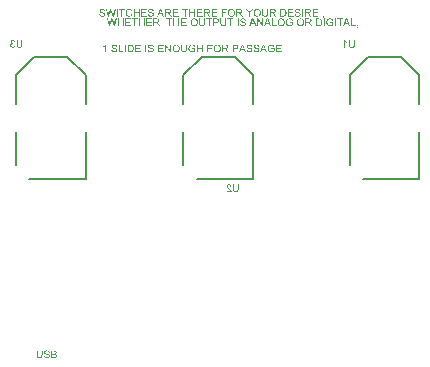
<source format=gbo>
G04*
G04 #@! TF.GenerationSoftware,Altium Limited,Altium Designer,22.8.2 (66)*
G04*
G04 Layer_Color=32896*
%FSLAX44Y44*%
%MOMM*%
G71*
G04*
G04 #@! TF.SameCoordinates,69D579BB-6610-4C83-93C2-135228772BCE*
G04*
G04*
G04 #@! TF.FilePolarity,Positive*
G04*
G01*
G75*
%ADD12C,0.1270*%
G36*
X521172Y672774D02*
X521240D01*
X521406Y672754D01*
X521601Y672725D01*
X521815Y672686D01*
X522030Y672627D01*
X522235Y672549D01*
X522244D01*
X522254Y672540D01*
X522284Y672530D01*
X522323Y672510D01*
X522420Y672452D01*
X522547Y672383D01*
X522683Y672286D01*
X522820Y672169D01*
X522957Y672032D01*
X523074Y671876D01*
X523083Y671857D01*
X523122Y671798D01*
X523171Y671701D01*
X523220Y671584D01*
X523278Y671437D01*
X523337Y671262D01*
X523376Y671077D01*
X523395Y670872D01*
X522586Y670813D01*
Y670823D01*
Y670842D01*
X522576Y670872D01*
X522566Y670911D01*
X522547Y671018D01*
X522508Y671154D01*
X522449Y671301D01*
X522371Y671447D01*
X522264Y671593D01*
X522137Y671720D01*
X522118Y671730D01*
X522069Y671769D01*
X521981Y671818D01*
X521864Y671876D01*
X521708Y671935D01*
X521513Y671984D01*
X521289Y672023D01*
X521025Y672032D01*
X520899D01*
X520840Y672023D01*
X520762D01*
X520596Y671993D01*
X520411Y671964D01*
X520225Y671915D01*
X520050Y671847D01*
X519972Y671798D01*
X519904Y671749D01*
X519894Y671740D01*
X519855Y671701D01*
X519796Y671642D01*
X519738Y671554D01*
X519669Y671457D01*
X519621Y671340D01*
X519582Y671213D01*
X519562Y671067D01*
Y671047D01*
Y671008D01*
X519572Y670940D01*
X519591Y670862D01*
X519621Y670774D01*
X519669Y670677D01*
X519728Y670589D01*
X519806Y670501D01*
X519816Y670491D01*
X519865Y670462D01*
X519894Y670443D01*
X519933Y670413D01*
X519991Y670394D01*
X520060Y670365D01*
X520138Y670325D01*
X520225Y670286D01*
X520323Y670257D01*
X520440Y670218D01*
X520577Y670169D01*
X520723Y670130D01*
X520889Y670091D01*
X521074Y670043D01*
X521084D01*
X521123Y670033D01*
X521172Y670023D01*
X521240Y670004D01*
X521328Y669984D01*
X521425Y669955D01*
X521640Y669906D01*
X521874Y669838D01*
X522108Y669770D01*
X522225Y669740D01*
X522323Y669701D01*
X522420Y669662D01*
X522498Y669633D01*
X522508D01*
X522527Y669623D01*
X522547Y669604D01*
X522586Y669584D01*
X522683Y669526D01*
X522810Y669457D01*
X522947Y669360D01*
X523083Y669243D01*
X523210Y669116D01*
X523317Y668979D01*
X523327Y668960D01*
X523356Y668911D01*
X523405Y668833D01*
X523454Y668716D01*
X523503Y668589D01*
X523551Y668433D01*
X523581Y668258D01*
X523591Y668072D01*
Y668063D01*
Y668053D01*
Y668024D01*
Y667985D01*
X523571Y667887D01*
X523551Y667760D01*
X523522Y667614D01*
X523464Y667448D01*
X523395Y667273D01*
X523298Y667107D01*
X523288Y667087D01*
X523239Y667029D01*
X523181Y666951D01*
X523083Y666853D01*
X522966Y666736D01*
X522820Y666619D01*
X522644Y666512D01*
X522449Y666404D01*
X522439D01*
X522420Y666395D01*
X522391Y666385D01*
X522352Y666366D01*
X522303Y666346D01*
X522244Y666327D01*
X522088Y666288D01*
X521913Y666239D01*
X521698Y666200D01*
X521474Y666170D01*
X521220Y666161D01*
X521074D01*
X521006Y666170D01*
X520918D01*
X520820Y666180D01*
X520713Y666190D01*
X520489Y666219D01*
X520245Y666268D01*
X520001Y666327D01*
X519767Y666404D01*
X519757D01*
X519738Y666414D01*
X519709Y666434D01*
X519669Y666453D01*
X519562Y666512D01*
X519435Y666600D01*
X519279Y666707D01*
X519133Y666834D01*
X518977Y666990D01*
X518840Y667165D01*
Y667175D01*
X518831Y667185D01*
X518811Y667214D01*
X518792Y667253D01*
X518762Y667302D01*
X518733Y667360D01*
X518675Y667507D01*
X518616Y667673D01*
X518558Y667877D01*
X518519Y668092D01*
X518499Y668326D01*
X519299Y668394D01*
Y668384D01*
Y668375D01*
X519309Y668316D01*
X519328Y668228D01*
X519348Y668111D01*
X519387Y667985D01*
X519426Y667848D01*
X519484Y667721D01*
X519552Y667594D01*
X519562Y667585D01*
X519591Y667546D01*
X519640Y667487D01*
X519718Y667419D01*
X519806Y667341D01*
X519913Y667253D01*
X520050Y667175D01*
X520196Y667097D01*
X520206D01*
X520216Y667087D01*
X520274Y667068D01*
X520362Y667038D01*
X520489Y667009D01*
X520625Y666970D01*
X520801Y666941D01*
X520986Y666921D01*
X521181Y666912D01*
X521259D01*
X521357Y666921D01*
X521464Y666931D01*
X521601Y666941D01*
X521737Y666970D01*
X521884Y667000D01*
X522030Y667048D01*
X522049Y667058D01*
X522088Y667077D01*
X522157Y667107D01*
X522235Y667156D01*
X522332Y667214D01*
X522420Y667282D01*
X522508Y667360D01*
X522586Y667448D01*
X522596Y667458D01*
X522615Y667497D01*
X522644Y667546D01*
X522683Y667614D01*
X522713Y667692D01*
X522742Y667790D01*
X522761Y667887D01*
X522771Y667994D01*
Y668004D01*
Y668043D01*
X522761Y668102D01*
X522752Y668170D01*
X522732Y668258D01*
X522693Y668345D01*
X522654Y668433D01*
X522596Y668521D01*
X522586Y668531D01*
X522566Y668560D01*
X522518Y668599D01*
X522459Y668658D01*
X522381Y668716D01*
X522284Y668775D01*
X522157Y668843D01*
X522020Y668901D01*
X522010Y668911D01*
X521971Y668921D01*
X521893Y668940D01*
X521845Y668960D01*
X521786Y668979D01*
X521708Y668999D01*
X521630Y669018D01*
X521533Y669048D01*
X521435Y669077D01*
X521318Y669106D01*
X521181Y669136D01*
X521035Y669174D01*
X520879Y669213D01*
X520869D01*
X520840Y669223D01*
X520791Y669233D01*
X520733Y669253D01*
X520664Y669272D01*
X520586Y669292D01*
X520401Y669340D01*
X520196Y669409D01*
X519991Y669477D01*
X519806Y669545D01*
X519718Y669574D01*
X519650Y669613D01*
X519640D01*
X519631Y669623D01*
X519572Y669662D01*
X519494Y669711D01*
X519396Y669779D01*
X519279Y669867D01*
X519172Y669965D01*
X519065Y670082D01*
X518967Y670208D01*
X518957Y670228D01*
X518928Y670277D01*
X518899Y670345D01*
X518860Y670443D01*
X518811Y670559D01*
X518782Y670696D01*
X518753Y670852D01*
X518743Y671008D01*
Y671018D01*
Y671028D01*
Y671057D01*
Y671096D01*
X518762Y671184D01*
X518782Y671301D01*
X518811Y671447D01*
X518860Y671593D01*
X518928Y671759D01*
X519016Y671915D01*
Y671925D01*
X519026Y671935D01*
X519065Y671984D01*
X519133Y672062D01*
X519221Y672159D01*
X519328Y672257D01*
X519465Y672364D01*
X519631Y672471D01*
X519816Y672559D01*
X519826D01*
X519835Y672569D01*
X519865Y672579D01*
X519913Y672598D01*
X519962Y672608D01*
X520021Y672627D01*
X520157Y672676D01*
X520333Y672715D01*
X520528Y672744D01*
X520752Y672774D01*
X520986Y672783D01*
X521103D01*
X521172Y672774D01*
D02*
G37*
G36*
X396921D02*
X396989D01*
X397155Y672754D01*
X397350Y672725D01*
X397564Y672686D01*
X397779Y672627D01*
X397984Y672549D01*
X397993D01*
X398003Y672540D01*
X398032Y672530D01*
X398071Y672510D01*
X398169Y672452D01*
X398296Y672383D01*
X398432Y672286D01*
X398569Y672169D01*
X398705Y672032D01*
X398822Y671876D01*
X398832Y671857D01*
X398871Y671798D01*
X398920Y671701D01*
X398969Y671584D01*
X399027Y671437D01*
X399086Y671262D01*
X399125Y671077D01*
X399144Y670872D01*
X398335Y670813D01*
Y670823D01*
Y670842D01*
X398325Y670872D01*
X398315Y670911D01*
X398296Y671018D01*
X398257Y671154D01*
X398198Y671301D01*
X398120Y671447D01*
X398013Y671593D01*
X397886Y671720D01*
X397867Y671730D01*
X397818Y671769D01*
X397730Y671818D01*
X397613Y671876D01*
X397457Y671935D01*
X397262Y671984D01*
X397038Y672023D01*
X396774Y672032D01*
X396647D01*
X396589Y672023D01*
X396511D01*
X396345Y671993D01*
X396160Y671964D01*
X395974Y671915D01*
X395799Y671847D01*
X395721Y671798D01*
X395653Y671749D01*
X395643Y671740D01*
X395604Y671701D01*
X395545Y671642D01*
X395487Y671554D01*
X395418Y671457D01*
X395370Y671340D01*
X395331Y671213D01*
X395311Y671067D01*
Y671047D01*
Y671008D01*
X395321Y670940D01*
X395340Y670862D01*
X395370Y670774D01*
X395418Y670677D01*
X395477Y670589D01*
X395555Y670501D01*
X395565Y670491D01*
X395614Y670462D01*
X395643Y670443D01*
X395682Y670413D01*
X395740Y670394D01*
X395809Y670365D01*
X395887Y670325D01*
X395974Y670286D01*
X396072Y670257D01*
X396189Y670218D01*
X396325Y670169D01*
X396472Y670130D01*
X396638Y670091D01*
X396823Y670043D01*
X396833D01*
X396872Y670033D01*
X396921Y670023D01*
X396989Y670004D01*
X397076Y669984D01*
X397174Y669955D01*
X397389Y669906D01*
X397623Y669838D01*
X397857Y669770D01*
X397974Y669740D01*
X398071Y669701D01*
X398169Y669662D01*
X398247Y669633D01*
X398257D01*
X398276Y669623D01*
X398296Y669604D01*
X398335Y669584D01*
X398432Y669526D01*
X398559Y669457D01*
X398696Y669360D01*
X398832Y669243D01*
X398959Y669116D01*
X399066Y668979D01*
X399076Y668960D01*
X399105Y668911D01*
X399154Y668833D01*
X399203Y668716D01*
X399252Y668589D01*
X399300Y668433D01*
X399330Y668258D01*
X399339Y668072D01*
Y668063D01*
Y668053D01*
Y668024D01*
Y667985D01*
X399320Y667887D01*
X399300Y667760D01*
X399271Y667614D01*
X399213Y667448D01*
X399144Y667273D01*
X399047Y667107D01*
X399037Y667087D01*
X398988Y667029D01*
X398930Y666951D01*
X398832Y666853D01*
X398715Y666736D01*
X398569Y666619D01*
X398393Y666512D01*
X398198Y666404D01*
X398188D01*
X398169Y666395D01*
X398140Y666385D01*
X398101Y666366D01*
X398052Y666346D01*
X397993Y666327D01*
X397837Y666288D01*
X397662Y666239D01*
X397447Y666200D01*
X397223Y666170D01*
X396969Y666161D01*
X396823D01*
X396755Y666170D01*
X396667D01*
X396569Y666180D01*
X396462Y666190D01*
X396238Y666219D01*
X395994Y666268D01*
X395750Y666327D01*
X395516Y666404D01*
X395506D01*
X395487Y666414D01*
X395457Y666434D01*
X395418Y666453D01*
X395311Y666512D01*
X395184Y666600D01*
X395028Y666707D01*
X394882Y666834D01*
X394726Y666990D01*
X394589Y667165D01*
Y667175D01*
X394580Y667185D01*
X394560Y667214D01*
X394541Y667253D01*
X394511Y667302D01*
X394482Y667360D01*
X394423Y667507D01*
X394365Y667673D01*
X394306Y667877D01*
X394268Y668092D01*
X394248Y668326D01*
X395048Y668394D01*
Y668384D01*
Y668375D01*
X395057Y668316D01*
X395077Y668228D01*
X395097Y668111D01*
X395136Y667985D01*
X395175Y667848D01*
X395233Y667721D01*
X395301Y667594D01*
X395311Y667585D01*
X395340Y667546D01*
X395389Y667487D01*
X395467Y667419D01*
X395555Y667341D01*
X395662Y667253D01*
X395799Y667175D01*
X395945Y667097D01*
X395955D01*
X395965Y667087D01*
X396023Y667068D01*
X396111Y667038D01*
X396238Y667009D01*
X396374Y666970D01*
X396550Y666941D01*
X396735Y666921D01*
X396930Y666912D01*
X397008D01*
X397106Y666921D01*
X397213Y666931D01*
X397350Y666941D01*
X397486Y666970D01*
X397632Y667000D01*
X397779Y667048D01*
X397798Y667058D01*
X397837Y667077D01*
X397906Y667107D01*
X397984Y667156D01*
X398081Y667214D01*
X398169Y667282D01*
X398257Y667360D01*
X398335Y667448D01*
X398344Y667458D01*
X398364Y667497D01*
X398393Y667546D01*
X398432Y667614D01*
X398461Y667692D01*
X398491Y667790D01*
X398510Y667887D01*
X398520Y667994D01*
Y668004D01*
Y668043D01*
X398510Y668102D01*
X398501Y668170D01*
X398481Y668258D01*
X398442Y668345D01*
X398403Y668433D01*
X398344Y668521D01*
X398335Y668531D01*
X398315Y668560D01*
X398266Y668599D01*
X398208Y668658D01*
X398130Y668716D01*
X398032Y668775D01*
X397906Y668843D01*
X397769Y668901D01*
X397759Y668911D01*
X397720Y668921D01*
X397642Y668940D01*
X397593Y668960D01*
X397535Y668979D01*
X397457Y668999D01*
X397379Y669018D01*
X397281Y669048D01*
X397184Y669077D01*
X397067Y669106D01*
X396930Y669136D01*
X396784Y669174D01*
X396628Y669213D01*
X396618D01*
X396589Y669223D01*
X396540Y669233D01*
X396482Y669253D01*
X396413Y669272D01*
X396335Y669292D01*
X396150Y669340D01*
X395945Y669409D01*
X395740Y669477D01*
X395555Y669545D01*
X395467Y669574D01*
X395399Y669613D01*
X395389D01*
X395379Y669623D01*
X395321Y669662D01*
X395243Y669711D01*
X395145Y669779D01*
X395028Y669867D01*
X394921Y669965D01*
X394814Y670082D01*
X394716Y670208D01*
X394706Y670228D01*
X394677Y670277D01*
X394648Y670345D01*
X394609Y670443D01*
X394560Y670559D01*
X394531Y670696D01*
X394502Y670852D01*
X394492Y671008D01*
Y671018D01*
Y671028D01*
Y671057D01*
Y671096D01*
X394511Y671184D01*
X394531Y671301D01*
X394560Y671447D01*
X394609Y671593D01*
X394677Y671759D01*
X394765Y671915D01*
Y671925D01*
X394775Y671935D01*
X394814Y671984D01*
X394882Y672062D01*
X394970Y672159D01*
X395077Y672257D01*
X395214Y672364D01*
X395379Y672471D01*
X395565Y672559D01*
X395574D01*
X395584Y672569D01*
X395614Y672579D01*
X395662Y672598D01*
X395711Y672608D01*
X395770Y672627D01*
X395906Y672676D01*
X396082Y672715D01*
X396277Y672744D01*
X396501Y672774D01*
X396735Y672783D01*
X396852D01*
X396921Y672774D01*
D02*
G37*
G36*
X355672D02*
X355741D01*
X355907Y672754D01*
X356102Y672725D01*
X356316Y672686D01*
X356531Y672627D01*
X356736Y672549D01*
X356745D01*
X356755Y672540D01*
X356784Y672530D01*
X356823Y672510D01*
X356921Y672452D01*
X357048Y672383D01*
X357184Y672286D01*
X357321Y672169D01*
X357457Y672032D01*
X357574Y671876D01*
X357584Y671857D01*
X357623Y671798D01*
X357672Y671701D01*
X357721Y671584D01*
X357779Y671437D01*
X357838Y671262D01*
X357877Y671077D01*
X357896Y670872D01*
X357087Y670813D01*
Y670823D01*
Y670842D01*
X357077Y670872D01*
X357067Y670911D01*
X357048Y671018D01*
X357009Y671154D01*
X356950Y671301D01*
X356872Y671447D01*
X356765Y671593D01*
X356638Y671720D01*
X356619Y671730D01*
X356570Y671769D01*
X356482Y671818D01*
X356365Y671876D01*
X356209Y671935D01*
X356014Y671984D01*
X355789Y672023D01*
X355526Y672032D01*
X355399D01*
X355341Y672023D01*
X355263D01*
X355097Y671993D01*
X354912Y671964D01*
X354726Y671915D01*
X354551Y671847D01*
X354473Y671798D01*
X354404Y671749D01*
X354395Y671740D01*
X354356Y671701D01*
X354297Y671642D01*
X354239Y671554D01*
X354170Y671457D01*
X354122Y671340D01*
X354083Y671213D01*
X354063Y671067D01*
Y671047D01*
Y671008D01*
X354073Y670940D01*
X354092Y670862D01*
X354122Y670774D01*
X354170Y670677D01*
X354229Y670589D01*
X354307Y670501D01*
X354317Y670491D01*
X354366Y670462D01*
X354395Y670443D01*
X354434Y670413D01*
X354492Y670394D01*
X354561Y670365D01*
X354639Y670325D01*
X354726Y670286D01*
X354824Y670257D01*
X354941Y670218D01*
X355078Y670169D01*
X355224Y670130D01*
X355390Y670091D01*
X355575Y670043D01*
X355585D01*
X355624Y670033D01*
X355672Y670023D01*
X355741Y670004D01*
X355829Y669984D01*
X355926Y669955D01*
X356141Y669906D01*
X356375Y669838D01*
X356609Y669770D01*
X356726Y669740D01*
X356823Y669701D01*
X356921Y669662D01*
X356999Y669633D01*
X357009D01*
X357028Y669623D01*
X357048Y669604D01*
X357087Y669584D01*
X357184Y669526D01*
X357311Y669457D01*
X357448Y669360D01*
X357584Y669243D01*
X357711Y669116D01*
X357818Y668979D01*
X357828Y668960D01*
X357857Y668911D01*
X357906Y668833D01*
X357955Y668716D01*
X358004Y668589D01*
X358052Y668433D01*
X358082Y668258D01*
X358091Y668072D01*
Y668063D01*
Y668053D01*
Y668024D01*
Y667985D01*
X358072Y667887D01*
X358052Y667760D01*
X358023Y667614D01*
X357965Y667448D01*
X357896Y667273D01*
X357799Y667107D01*
X357789Y667087D01*
X357740Y667029D01*
X357682Y666951D01*
X357584Y666853D01*
X357467Y666736D01*
X357321Y666619D01*
X357145Y666512D01*
X356950Y666404D01*
X356940D01*
X356921Y666395D01*
X356892Y666385D01*
X356853Y666366D01*
X356804Y666346D01*
X356745Y666327D01*
X356589Y666288D01*
X356414Y666239D01*
X356199Y666200D01*
X355975Y666170D01*
X355721Y666161D01*
X355575D01*
X355507Y666170D01*
X355419D01*
X355321Y666180D01*
X355214Y666190D01*
X354990Y666219D01*
X354746Y666268D01*
X354502Y666327D01*
X354268Y666404D01*
X354258D01*
X354239Y666414D01*
X354210Y666434D01*
X354170Y666453D01*
X354063Y666512D01*
X353936Y666600D01*
X353780Y666707D01*
X353634Y666834D01*
X353478Y666990D01*
X353341Y667165D01*
Y667175D01*
X353332Y667185D01*
X353312Y667214D01*
X353293Y667253D01*
X353263Y667302D01*
X353234Y667360D01*
X353176Y667507D01*
X353117Y667673D01*
X353059Y667877D01*
X353019Y668092D01*
X353000Y668326D01*
X353800Y668394D01*
Y668384D01*
Y668375D01*
X353810Y668316D01*
X353829Y668228D01*
X353849Y668111D01*
X353888Y667985D01*
X353927Y667848D01*
X353985Y667721D01*
X354053Y667594D01*
X354063Y667585D01*
X354092Y667546D01*
X354141Y667487D01*
X354219Y667419D01*
X354307Y667341D01*
X354414Y667253D01*
X354551Y667175D01*
X354697Y667097D01*
X354707D01*
X354717Y667087D01*
X354775Y667068D01*
X354863Y667038D01*
X354990Y667009D01*
X355126Y666970D01*
X355302Y666941D01*
X355487Y666921D01*
X355682Y666912D01*
X355760D01*
X355858Y666921D01*
X355965Y666931D01*
X356102Y666941D01*
X356238Y666970D01*
X356385Y667000D01*
X356531Y667048D01*
X356550Y667058D01*
X356589Y667077D01*
X356658Y667107D01*
X356736Y667156D01*
X356833Y667214D01*
X356921Y667282D01*
X357009Y667360D01*
X357087Y667448D01*
X357096Y667458D01*
X357116Y667497D01*
X357145Y667546D01*
X357184Y667614D01*
X357214Y667692D01*
X357243Y667790D01*
X357262Y667887D01*
X357272Y667994D01*
Y668004D01*
Y668043D01*
X357262Y668102D01*
X357253Y668170D01*
X357233Y668258D01*
X357194Y668345D01*
X357155Y668433D01*
X357096Y668521D01*
X357087Y668531D01*
X357067Y668560D01*
X357019Y668599D01*
X356960Y668658D01*
X356882Y668716D01*
X356784Y668775D01*
X356658Y668843D01*
X356521Y668901D01*
X356511Y668911D01*
X356472Y668921D01*
X356394Y668940D01*
X356345Y668960D01*
X356287Y668979D01*
X356209Y668999D01*
X356131Y669018D01*
X356033Y669048D01*
X355936Y669077D01*
X355819Y669106D01*
X355682Y669136D01*
X355536Y669174D01*
X355380Y669213D01*
X355370D01*
X355341Y669223D01*
X355292Y669233D01*
X355234Y669253D01*
X355165Y669272D01*
X355087Y669292D01*
X354902Y669340D01*
X354697Y669409D01*
X354492Y669477D01*
X354307Y669545D01*
X354219Y669574D01*
X354151Y669613D01*
X354141D01*
X354131Y669623D01*
X354073Y669662D01*
X353995Y669711D01*
X353897Y669779D01*
X353780Y669867D01*
X353673Y669965D01*
X353566Y670082D01*
X353468Y670208D01*
X353458Y670228D01*
X353429Y670277D01*
X353400Y670345D01*
X353361Y670443D01*
X353312Y670559D01*
X353283Y670696D01*
X353254Y670852D01*
X353244Y671008D01*
Y671018D01*
Y671028D01*
Y671057D01*
Y671096D01*
X353263Y671184D01*
X353283Y671301D01*
X353312Y671447D01*
X353361Y671593D01*
X353429Y671759D01*
X353517Y671915D01*
Y671925D01*
X353527Y671935D01*
X353566Y671984D01*
X353634Y672062D01*
X353722Y672159D01*
X353829Y672257D01*
X353966Y672364D01*
X354131Y672471D01*
X354317Y672559D01*
X354327D01*
X354336Y672569D01*
X354366Y672579D01*
X354414Y672598D01*
X354463Y672608D01*
X354522Y672627D01*
X354658Y672676D01*
X354834Y672715D01*
X355029Y672744D01*
X355253Y672774D01*
X355487Y672783D01*
X355604D01*
X355672Y672774D01*
D02*
G37*
G36*
X378584D02*
X378662Y672764D01*
X378759Y672754D01*
X378867Y672744D01*
X378984Y672725D01*
X379237Y672666D01*
X379510Y672579D01*
X379647Y672520D01*
X379783Y672452D01*
X379910Y672374D01*
X380037Y672286D01*
X380047Y672276D01*
X380066Y672266D01*
X380095Y672237D01*
X380144Y672198D01*
X380193Y672149D01*
X380261Y672081D01*
X380330Y672013D01*
X380398Y671935D01*
X380476Y671837D01*
X380544Y671740D01*
X380622Y671623D01*
X380700Y671496D01*
X380769Y671369D01*
X380837Y671223D01*
X380954Y670911D01*
X380115Y670716D01*
Y670725D01*
X380105Y670745D01*
X380095Y670784D01*
X380076Y670833D01*
X380047Y670891D01*
X380018Y670959D01*
X379949Y671106D01*
X379861Y671272D01*
X379744Y671447D01*
X379618Y671603D01*
X379462Y671740D01*
X379442Y671749D01*
X379384Y671788D01*
X379296Y671837D01*
X379169Y671906D01*
X379023Y671964D01*
X378837Y672013D01*
X378633Y672052D01*
X378398Y672062D01*
X378330D01*
X378281Y672052D01*
X378213D01*
X378145Y672042D01*
X377969Y672013D01*
X377774Y671974D01*
X377569Y671906D01*
X377365Y671818D01*
X377169Y671701D01*
X377160D01*
X377150Y671681D01*
X377091Y671632D01*
X377004Y671554D01*
X376896Y671447D01*
X376789Y671311D01*
X376672Y671154D01*
X376565Y670959D01*
X376477Y670745D01*
Y670735D01*
X376467Y670716D01*
X376457Y670686D01*
X376448Y670638D01*
X376428Y670589D01*
X376418Y670520D01*
X376379Y670365D01*
X376340Y670179D01*
X376311Y669974D01*
X376292Y669750D01*
X376282Y669516D01*
Y669506D01*
Y669477D01*
Y669438D01*
Y669379D01*
X376292Y669311D01*
Y669223D01*
X376301Y669136D01*
X376311Y669038D01*
X376340Y668814D01*
X376379Y668570D01*
X376438Y668326D01*
X376516Y668092D01*
Y668082D01*
X376526Y668063D01*
X376545Y668033D01*
X376565Y667994D01*
X376614Y667877D01*
X376692Y667750D01*
X376799Y667594D01*
X376926Y667448D01*
X377072Y667302D01*
X377248Y667175D01*
X377257D01*
X377267Y667165D01*
X377296Y667146D01*
X377335Y667126D01*
X377443Y667087D01*
X377579Y667029D01*
X377735Y666980D01*
X377920Y666931D01*
X378125Y666892D01*
X378340Y666882D01*
X378408D01*
X378457Y666892D01*
X378515D01*
X378593Y666902D01*
X378759Y666931D01*
X378945Y666980D01*
X379149Y667058D01*
X379344Y667156D01*
X379540Y667292D01*
X379549Y667302D01*
X379559Y667312D01*
X379618Y667370D01*
X379705Y667468D01*
X379813Y667594D01*
X379920Y667770D01*
X380037Y667975D01*
X380135Y668228D01*
X380213Y668511D01*
X381061Y668297D01*
Y668287D01*
X381051Y668248D01*
X381032Y668199D01*
X381012Y668121D01*
X380973Y668043D01*
X380934Y667936D01*
X380895Y667829D01*
X380837Y667711D01*
X380710Y667448D01*
X380534Y667185D01*
X380339Y666931D01*
X380222Y666814D01*
X380095Y666707D01*
X380086Y666697D01*
X380066Y666687D01*
X380027Y666658D01*
X379969Y666619D01*
X379900Y666580D01*
X379822Y666531D01*
X379735Y666482D01*
X379627Y666434D01*
X379510Y666385D01*
X379384Y666336D01*
X379237Y666288D01*
X379091Y666248D01*
X378769Y666180D01*
X378593Y666170D01*
X378408Y666161D01*
X378311D01*
X378233Y666170D01*
X378145D01*
X378047Y666180D01*
X377930Y666200D01*
X377813Y666209D01*
X377540Y666268D01*
X377257Y666336D01*
X376984Y666443D01*
X376848Y666502D01*
X376721Y666580D01*
X376711Y666590D01*
X376692Y666600D01*
X376662Y666629D01*
X376614Y666658D01*
X376496Y666756D01*
X376360Y666892D01*
X376194Y667058D01*
X376038Y667273D01*
X375872Y667516D01*
X375736Y667799D01*
Y667809D01*
X375726Y667838D01*
X375706Y667877D01*
X375687Y667936D01*
X375658Y668014D01*
X375628Y668102D01*
X375599Y668199D01*
X375570Y668316D01*
X375541Y668433D01*
X375511Y668570D01*
X375453Y668862D01*
X375414Y669174D01*
X375404Y669516D01*
Y669526D01*
Y669565D01*
Y669613D01*
X375414Y669682D01*
Y669770D01*
X375424Y669877D01*
X375433Y669984D01*
X375453Y670111D01*
X375502Y670384D01*
X375560Y670677D01*
X375658Y670979D01*
X375784Y671262D01*
Y671272D01*
X375804Y671291D01*
X375823Y671330D01*
X375853Y671389D01*
X375892Y671447D01*
X375941Y671515D01*
X376067Y671681D01*
X376214Y671867D01*
X376399Y672052D01*
X376623Y672237D01*
X376867Y672393D01*
X376877D01*
X376896Y672413D01*
X376935Y672432D01*
X376994Y672452D01*
X377052Y672481D01*
X377130Y672520D01*
X377228Y672549D01*
X377326Y672588D01*
X377433Y672627D01*
X377550Y672657D01*
X377813Y672725D01*
X378106Y672764D01*
X378418Y672783D01*
X378515D01*
X378584Y672774D01*
D02*
G37*
G36*
X434374Y666268D02*
X433526D01*
Y669292D01*
X430210D01*
Y666268D01*
X429361D01*
Y672676D01*
X430210D01*
Y670043D01*
X433526D01*
Y672676D01*
X434374D01*
Y666268D01*
D02*
G37*
G36*
X387147D02*
X386299D01*
Y669292D01*
X382983D01*
Y666268D01*
X382134D01*
Y672676D01*
X382983D01*
Y670043D01*
X386299D01*
Y672676D01*
X387147D01*
Y666268D01*
D02*
G37*
G36*
X480675Y668979D02*
Y666268D01*
X479826D01*
Y668979D01*
X477358Y672676D01*
X478382D01*
X479650Y670735D01*
Y670725D01*
X479670Y670716D01*
X479689Y670686D01*
X479709Y670647D01*
X479777Y670540D01*
X479865Y670404D01*
X479963Y670238D01*
X480070Y670052D01*
X480187Y669857D01*
X480304Y669652D01*
Y669662D01*
X480314Y669672D01*
X480333Y669701D01*
X480353Y669740D01*
X480411Y669847D01*
X480499Y669984D01*
X480597Y670150D01*
X480723Y670345D01*
X480860Y670559D01*
X481006Y670784D01*
X482245Y672676D01*
X483230D01*
X480675Y668979D01*
D02*
G37*
G36*
X365153Y666268D02*
X364324D01*
X362978Y671145D01*
Y671154D01*
X362968Y671174D01*
X362958Y671203D01*
X362949Y671242D01*
X362919Y671350D01*
X362890Y671467D01*
X362851Y671603D01*
X362822Y671720D01*
X362793Y671827D01*
X362783Y671867D01*
X362773Y671896D01*
Y671876D01*
X362754Y671827D01*
X362734Y671740D01*
X362705Y671642D01*
X362676Y671515D01*
X362646Y671398D01*
X362607Y671272D01*
X362578Y671145D01*
X361232Y666268D01*
X360345D01*
X358667Y672676D01*
X359535D01*
X360500Y668463D01*
Y668453D01*
X360510Y668433D01*
X360520Y668394D01*
X360530Y668355D01*
X360540Y668287D01*
X360559Y668219D01*
X360598Y668053D01*
X360637Y667858D01*
X360686Y667634D01*
X360725Y667399D01*
X360774Y667156D01*
Y667165D01*
X360783Y667204D01*
X360793Y667253D01*
X360813Y667321D01*
X360832Y667399D01*
X360852Y667487D01*
X360910Y667692D01*
X360959Y667897D01*
X361008Y668092D01*
X361027Y668170D01*
X361047Y668248D01*
X361057Y668307D01*
X361066Y668345D01*
X362285Y672676D01*
X363310D01*
X364226Y669428D01*
Y669418D01*
X364246Y669370D01*
X364256Y669311D01*
X364285Y669223D01*
X364304Y669116D01*
X364343Y668989D01*
X364373Y668843D01*
X364412Y668687D01*
X364451Y668521D01*
X364490Y668345D01*
X364577Y667955D01*
X364656Y667555D01*
X364724Y667156D01*
Y667165D01*
X364734Y667185D01*
Y667214D01*
X364743Y667263D01*
X364763Y667321D01*
X364773Y667390D01*
X364792Y667468D01*
X364812Y667555D01*
X364860Y667760D01*
X364909Y668004D01*
X364977Y668267D01*
X365046Y668550D01*
X366041Y672676D01*
X366899D01*
X365153Y666268D01*
D02*
G37*
G36*
X495998Y668970D02*
Y668960D01*
Y668931D01*
Y668882D01*
Y668814D01*
X495988Y668726D01*
Y668638D01*
X495978Y668531D01*
X495968Y668414D01*
X495939Y668170D01*
X495900Y667916D01*
X495851Y667663D01*
X495773Y667438D01*
Y667429D01*
X495763Y667409D01*
X495754Y667380D01*
X495734Y667341D01*
X495676Y667243D01*
X495598Y667107D01*
X495490Y666961D01*
X495354Y666804D01*
X495178Y666658D01*
X494983Y666512D01*
X494973D01*
X494954Y666492D01*
X494925Y666482D01*
X494876Y666453D01*
X494827Y666434D01*
X494759Y666404D01*
X494671Y666366D01*
X494583Y666336D01*
X494486Y666307D01*
X494369Y666268D01*
X494252Y666239D01*
X494115Y666219D01*
X493823Y666180D01*
X493491Y666161D01*
X493403D01*
X493345Y666170D01*
X493266D01*
X493179Y666180D01*
X493081Y666190D01*
X492974Y666200D01*
X492740Y666239D01*
X492496Y666288D01*
X492242Y666366D01*
X492018Y666463D01*
X492008D01*
X491989Y666482D01*
X491969Y666492D01*
X491930Y666522D01*
X491823Y666590D01*
X491706Y666697D01*
X491569Y666824D01*
X491443Y666970D01*
X491316Y667156D01*
X491208Y667360D01*
Y667370D01*
X491199Y667390D01*
X491189Y667419D01*
X491170Y667468D01*
X491150Y667526D01*
X491130Y667604D01*
X491111Y667692D01*
X491091Y667790D01*
X491062Y667897D01*
X491043Y668014D01*
X491023Y668150D01*
X491004Y668287D01*
X490984Y668443D01*
X490974Y668609D01*
X490965Y668784D01*
Y668970D01*
Y672676D01*
X491813D01*
Y668970D01*
Y668960D01*
Y668931D01*
Y668892D01*
Y668833D01*
Y668765D01*
X491823Y668687D01*
X491833Y668502D01*
X491852Y668307D01*
X491872Y668102D01*
X491911Y667907D01*
X491930Y667819D01*
X491959Y667741D01*
X491969Y667721D01*
X491989Y667673D01*
X492028Y667604D01*
X492086Y667516D01*
X492155Y667419D01*
X492252Y667312D01*
X492359Y667214D01*
X492496Y667126D01*
X492515Y667116D01*
X492564Y667097D01*
X492642Y667058D01*
X492750Y667029D01*
X492886Y666990D01*
X493042Y666951D01*
X493218Y666931D01*
X493413Y666921D01*
X493501D01*
X493569Y666931D01*
X493647D01*
X493735Y666941D01*
X493930Y666970D01*
X494154Y667029D01*
X494369Y667097D01*
X494574Y667204D01*
X494671Y667263D01*
X494749Y667341D01*
Y667351D01*
X494769Y667360D01*
X494788Y667390D01*
X494808Y667429D01*
X494847Y667477D01*
X494876Y667536D01*
X494915Y667614D01*
X494954Y667702D01*
X494983Y667809D01*
X495022Y667926D01*
X495061Y668053D01*
X495090Y668209D01*
X495110Y668375D01*
X495130Y668550D01*
X495149Y668755D01*
Y668970D01*
Y672676D01*
X495998D01*
Y668970D01*
D02*
G37*
G36*
X538348Y671925D02*
X534563D01*
Y669955D01*
X538104D01*
Y669204D01*
X534563D01*
Y667019D01*
X538494D01*
Y666268D01*
X533715D01*
Y672676D01*
X538348D01*
Y671925D01*
D02*
G37*
G36*
X530301Y672666D02*
X530379D01*
X530574Y672657D01*
X530779Y672637D01*
X530993Y672598D01*
X531198Y672559D01*
X531296Y672530D01*
X531384Y672501D01*
X531393D01*
X531403Y672491D01*
X531462Y672471D01*
X531540Y672422D01*
X531637Y672354D01*
X531754Y672276D01*
X531871Y672169D01*
X531988Y672042D01*
X532096Y671886D01*
X532105Y671867D01*
X532135Y671808D01*
X532183Y671720D01*
X532232Y671603D01*
X532281Y671457D01*
X532330Y671291D01*
X532359Y671115D01*
X532369Y670920D01*
Y670911D01*
Y670891D01*
Y670852D01*
X532359Y670803D01*
Y670745D01*
X532349Y670677D01*
X532310Y670520D01*
X532261Y670335D01*
X532183Y670150D01*
X532066Y669955D01*
X531998Y669857D01*
X531920Y669770D01*
X531900Y669750D01*
X531871Y669731D01*
X531842Y669691D01*
X531793Y669662D01*
X531735Y669613D01*
X531666Y669574D01*
X531588Y669526D01*
X531501Y669477D01*
X531393Y669428D01*
X531286Y669379D01*
X531159Y669331D01*
X531032Y669282D01*
X530886Y669243D01*
X530730Y669213D01*
X530564Y669184D01*
X530584Y669174D01*
X530623Y669155D01*
X530681Y669126D01*
X530750Y669087D01*
X530915Y668979D01*
X531003Y668921D01*
X531072Y668862D01*
X531091Y668843D01*
X531140Y668804D01*
X531208Y668726D01*
X531296Y668628D01*
X531403Y668502D01*
X531520Y668355D01*
X531647Y668189D01*
X531774Y668004D01*
X532886Y666268D01*
X531823D01*
X530974Y667594D01*
Y667604D01*
X530954Y667624D01*
X530935Y667653D01*
X530915Y667692D01*
X530847Y667790D01*
X530759Y667916D01*
X530662Y668063D01*
X530555Y668209D01*
X530457Y668345D01*
X530359Y668472D01*
X530350Y668482D01*
X530321Y668521D01*
X530272Y668580D01*
X530223Y668648D01*
X530077Y668784D01*
X530008Y668853D01*
X529930Y668901D01*
X529921Y668911D01*
X529901Y668921D01*
X529862Y668940D01*
X529813Y668970D01*
X529696Y669028D01*
X529550Y669077D01*
X529540D01*
X529521Y669087D01*
X529482D01*
X529433Y669097D01*
X529365Y669106D01*
X529287D01*
X529189Y669116D01*
X528097D01*
Y666268D01*
X527248D01*
Y672676D01*
X530223D01*
X530301Y672666D01*
D02*
G37*
G36*
X525746Y666268D02*
X524897D01*
Y672676D01*
X525746D01*
Y666268D01*
D02*
G37*
G36*
X517465Y671925D02*
X513681D01*
Y669955D01*
X517221D01*
Y669204D01*
X513681D01*
Y667019D01*
X517612D01*
Y666268D01*
X512832D01*
Y672676D01*
X517465D01*
Y671925D01*
D02*
G37*
G36*
X508980Y672666D02*
X509155Y672657D01*
X509350Y672637D01*
X509535Y672608D01*
X509692Y672579D01*
X509701D01*
X509721Y672569D01*
X509740D01*
X509779Y672549D01*
X509887Y672520D01*
X510014Y672471D01*
X510160Y672413D01*
X510316Y672335D01*
X510472Y672237D01*
X510628Y672120D01*
X510638D01*
X510647Y672101D01*
X510716Y672042D01*
X510803Y671945D01*
X510911Y671818D01*
X511038Y671662D01*
X511164Y671476D01*
X511281Y671262D01*
X511389Y671018D01*
Y671008D01*
X511399Y670989D01*
X511408Y670950D01*
X511428Y670901D01*
X511447Y670842D01*
X511467Y670764D01*
X511496Y670677D01*
X511516Y670579D01*
X511535Y670472D01*
X511564Y670355D01*
X511603Y670101D01*
X511633Y669818D01*
X511642Y669506D01*
Y669496D01*
Y669477D01*
Y669438D01*
Y669379D01*
X511633Y669321D01*
Y669243D01*
X511623Y669067D01*
X511603Y668872D01*
X511564Y668648D01*
X511525Y668423D01*
X511467Y668209D01*
Y668199D01*
X511457Y668180D01*
X511447Y668150D01*
X511437Y668111D01*
X511399Y668014D01*
X511350Y667877D01*
X511291Y667731D01*
X511213Y667575D01*
X511125Y667419D01*
X511028Y667273D01*
X511018Y667253D01*
X510979Y667214D01*
X510930Y667146D01*
X510852Y667058D01*
X510774Y666970D01*
X510667Y666873D01*
X510560Y666775D01*
X510443Y666687D01*
X510433Y666678D01*
X510384Y666658D01*
X510316Y666619D01*
X510228Y666570D01*
X510121Y666522D01*
X509994Y666473D01*
X509848Y666424D01*
X509682Y666375D01*
X509662D01*
X509604Y666356D01*
X509516Y666346D01*
X509389Y666327D01*
X509243Y666307D01*
X509067Y666288D01*
X508872Y666278D01*
X508658Y666268D01*
X506356D01*
Y672676D01*
X508814D01*
X508980Y672666D01*
D02*
G37*
G36*
X500474D02*
X500552D01*
X500747Y672657D01*
X500952Y672637D01*
X501167Y672598D01*
X501372Y672559D01*
X501469Y672530D01*
X501557Y672501D01*
X501567D01*
X501577Y672491D01*
X501635Y672471D01*
X501713Y672422D01*
X501811Y672354D01*
X501928Y672276D01*
X502045Y672169D01*
X502162Y672042D01*
X502269Y671886D01*
X502279Y671867D01*
X502308Y671808D01*
X502357Y671720D01*
X502406Y671603D01*
X502454Y671457D01*
X502503Y671291D01*
X502532Y671115D01*
X502542Y670920D01*
Y670911D01*
Y670891D01*
Y670852D01*
X502532Y670803D01*
Y670745D01*
X502523Y670677D01*
X502484Y670520D01*
X502435Y670335D01*
X502357Y670150D01*
X502240Y669955D01*
X502172Y669857D01*
X502094Y669770D01*
X502074Y669750D01*
X502045Y669731D01*
X502015Y669691D01*
X501967Y669662D01*
X501908Y669613D01*
X501840Y669574D01*
X501762Y669526D01*
X501674Y669477D01*
X501567Y669428D01*
X501460Y669379D01*
X501333Y669331D01*
X501206Y669282D01*
X501060Y669243D01*
X500904Y669213D01*
X500738Y669184D01*
X500757Y669174D01*
X500796Y669155D01*
X500855Y669126D01*
X500923Y669087D01*
X501089Y668979D01*
X501177Y668921D01*
X501245Y668862D01*
X501264Y668843D01*
X501313Y668804D01*
X501381Y668726D01*
X501469Y668628D01*
X501577Y668502D01*
X501694Y668355D01*
X501820Y668189D01*
X501947Y668004D01*
X503059Y666268D01*
X501996D01*
X501147Y667594D01*
Y667604D01*
X501128Y667624D01*
X501108Y667653D01*
X501089Y667692D01*
X501021Y667790D01*
X500933Y667916D01*
X500835Y668063D01*
X500728Y668209D01*
X500630Y668345D01*
X500533Y668472D01*
X500523Y668482D01*
X500494Y668521D01*
X500445Y668580D01*
X500396Y668648D01*
X500250Y668784D01*
X500182Y668853D01*
X500104Y668901D01*
X500094Y668911D01*
X500075Y668921D01*
X500036Y668940D01*
X499987Y668970D01*
X499870Y669028D01*
X499723Y669077D01*
X499714D01*
X499694Y669087D01*
X499655D01*
X499606Y669097D01*
X499538Y669106D01*
X499460D01*
X499362Y669116D01*
X498270D01*
Y666268D01*
X497422D01*
Y672676D01*
X500396D01*
X500474Y672666D01*
D02*
G37*
G36*
X472150D02*
X472228D01*
X472423Y672657D01*
X472628Y672637D01*
X472842Y672598D01*
X473047Y672559D01*
X473145Y672530D01*
X473233Y672501D01*
X473242D01*
X473252Y672491D01*
X473311Y672471D01*
X473389Y672422D01*
X473486Y672354D01*
X473603Y672276D01*
X473720Y672169D01*
X473837Y672042D01*
X473945Y671886D01*
X473954Y671867D01*
X473984Y671808D01*
X474032Y671720D01*
X474081Y671603D01*
X474130Y671457D01*
X474179Y671291D01*
X474208Y671115D01*
X474218Y670920D01*
Y670911D01*
Y670891D01*
Y670852D01*
X474208Y670803D01*
Y670745D01*
X474198Y670677D01*
X474159Y670520D01*
X474110Y670335D01*
X474032Y670150D01*
X473915Y669955D01*
X473847Y669857D01*
X473769Y669770D01*
X473750Y669750D01*
X473720Y669731D01*
X473691Y669691D01*
X473642Y669662D01*
X473584Y669613D01*
X473516Y669574D01*
X473438Y669526D01*
X473350Y669477D01*
X473242Y669428D01*
X473135Y669379D01*
X473008Y669331D01*
X472882Y669282D01*
X472735Y669243D01*
X472579Y669213D01*
X472413Y669184D01*
X472433Y669174D01*
X472472Y669155D01*
X472530Y669126D01*
X472599Y669087D01*
X472765Y668979D01*
X472852Y668921D01*
X472920Y668862D01*
X472940Y668843D01*
X472989Y668804D01*
X473057Y668726D01*
X473145Y668628D01*
X473252Y668502D01*
X473369Y668355D01*
X473496Y668189D01*
X473623Y668004D01*
X474735Y666268D01*
X473671D01*
X472823Y667594D01*
Y667604D01*
X472803Y667624D01*
X472784Y667653D01*
X472765Y667692D01*
X472696Y667790D01*
X472608Y667916D01*
X472511Y668063D01*
X472404Y668209D01*
X472306Y668345D01*
X472209Y668472D01*
X472199Y668482D01*
X472169Y668521D01*
X472121Y668580D01*
X472072Y668648D01*
X471926Y668784D01*
X471857Y668853D01*
X471779Y668901D01*
X471770Y668911D01*
X471750Y668921D01*
X471711Y668940D01*
X471662Y668970D01*
X471545Y669028D01*
X471399Y669077D01*
X471389D01*
X471370Y669087D01*
X471331D01*
X471282Y669097D01*
X471214Y669106D01*
X471136D01*
X471038Y669116D01*
X469946D01*
Y666268D01*
X469097D01*
Y672676D01*
X472072D01*
X472150Y672666D01*
D02*
G37*
G36*
X461031Y671925D02*
X457559D01*
Y669926D01*
X460563D01*
Y669174D01*
X457559D01*
Y666268D01*
X456710D01*
Y672676D01*
X461031D01*
Y671925D01*
D02*
G37*
G36*
X452867D02*
X449083D01*
Y669955D01*
X452623D01*
Y669204D01*
X449083D01*
Y667019D01*
X453013D01*
Y666268D01*
X448234D01*
Y672676D01*
X452867D01*
Y671925D01*
D02*
G37*
G36*
X444820Y672666D02*
X444898D01*
X445093Y672657D01*
X445298Y672637D01*
X445513Y672598D01*
X445718Y672559D01*
X445815Y672530D01*
X445903Y672501D01*
X445913D01*
X445923Y672491D01*
X445981Y672471D01*
X446059Y672422D01*
X446157Y672354D01*
X446274Y672276D01*
X446391Y672169D01*
X446508Y672042D01*
X446615Y671886D01*
X446625Y671867D01*
X446654Y671808D01*
X446703Y671720D01*
X446752Y671603D01*
X446800Y671457D01*
X446849Y671291D01*
X446878Y671115D01*
X446888Y670920D01*
Y670911D01*
Y670891D01*
Y670852D01*
X446878Y670803D01*
Y670745D01*
X446869Y670677D01*
X446830Y670520D01*
X446781Y670335D01*
X446703Y670150D01*
X446586Y669955D01*
X446517Y669857D01*
X446440Y669770D01*
X446420Y669750D01*
X446391Y669731D01*
X446362Y669691D01*
X446313Y669662D01*
X446254Y669613D01*
X446186Y669574D01*
X446108Y669526D01*
X446020Y669477D01*
X445913Y669428D01*
X445806Y669379D01*
X445679Y669331D01*
X445552Y669282D01*
X445406Y669243D01*
X445250Y669213D01*
X445084Y669184D01*
X445103Y669174D01*
X445142Y669155D01*
X445201Y669126D01*
X445269Y669087D01*
X445435Y668979D01*
X445523Y668921D01*
X445591Y668862D01*
X445610Y668843D01*
X445659Y668804D01*
X445728Y668726D01*
X445815Y668628D01*
X445923Y668502D01*
X446040Y668355D01*
X446166Y668189D01*
X446293Y668004D01*
X447405Y666268D01*
X446342D01*
X445493Y667594D01*
Y667604D01*
X445474Y667624D01*
X445454Y667653D01*
X445435Y667692D01*
X445367Y667790D01*
X445279Y667916D01*
X445181Y668063D01*
X445074Y668209D01*
X444977Y668345D01*
X444879Y668472D01*
X444869Y668482D01*
X444840Y668521D01*
X444791Y668580D01*
X444742Y668648D01*
X444596Y668784D01*
X444528Y668853D01*
X444450Y668901D01*
X444440Y668911D01*
X444421Y668921D01*
X444381Y668940D01*
X444333Y668970D01*
X444216Y669028D01*
X444069Y669077D01*
X444060D01*
X444040Y669087D01*
X444001D01*
X443952Y669097D01*
X443884Y669106D01*
X443806D01*
X443708Y669116D01*
X442616D01*
Y666268D01*
X441768D01*
Y672676D01*
X444742D01*
X444820Y672666D01*
D02*
G37*
G36*
X440441Y671925D02*
X436657D01*
Y669955D01*
X440197D01*
Y669204D01*
X436657D01*
Y667019D01*
X440587D01*
Y666268D01*
X435808D01*
Y672676D01*
X440441D01*
Y671925D01*
D02*
G37*
G36*
X428454D02*
X426347D01*
Y666268D01*
X425499D01*
Y671925D01*
X423392D01*
Y672676D01*
X428454D01*
Y671925D01*
D02*
G37*
G36*
X420066D02*
X416281D01*
Y669955D01*
X419822D01*
Y669204D01*
X416281D01*
Y667019D01*
X420212D01*
Y666268D01*
X415433D01*
Y672676D01*
X420066D01*
Y671925D01*
D02*
G37*
G36*
X412019Y672666D02*
X412097D01*
X412292Y672657D01*
X412497Y672637D01*
X412711Y672598D01*
X412916Y672559D01*
X413014Y672530D01*
X413102Y672501D01*
X413111D01*
X413121Y672491D01*
X413180Y672471D01*
X413258Y672422D01*
X413355Y672354D01*
X413472Y672276D01*
X413589Y672169D01*
X413706Y672042D01*
X413814Y671886D01*
X413824Y671867D01*
X413853Y671808D01*
X413901Y671720D01*
X413950Y671603D01*
X413999Y671457D01*
X414048Y671291D01*
X414077Y671115D01*
X414087Y670920D01*
Y670911D01*
Y670891D01*
Y670852D01*
X414077Y670803D01*
Y670745D01*
X414067Y670677D01*
X414028Y670520D01*
X413979Y670335D01*
X413901Y670150D01*
X413784Y669955D01*
X413716Y669857D01*
X413638Y669770D01*
X413619Y669750D01*
X413589Y669731D01*
X413560Y669691D01*
X413511Y669662D01*
X413453Y669613D01*
X413385Y669574D01*
X413307Y669526D01*
X413219Y669477D01*
X413111Y669428D01*
X413004Y669379D01*
X412877Y669331D01*
X412751Y669282D01*
X412604Y669243D01*
X412448Y669213D01*
X412282Y669184D01*
X412302Y669174D01*
X412341Y669155D01*
X412399Y669126D01*
X412468Y669087D01*
X412634Y668979D01*
X412721Y668921D01*
X412790Y668862D01*
X412809Y668843D01*
X412858Y668804D01*
X412926Y668726D01*
X413014Y668628D01*
X413121Y668502D01*
X413238Y668355D01*
X413365Y668189D01*
X413492Y668004D01*
X414604Y666268D01*
X413541D01*
X412692Y667594D01*
Y667604D01*
X412673Y667624D01*
X412653Y667653D01*
X412634Y667692D01*
X412565Y667790D01*
X412477Y667916D01*
X412380Y668063D01*
X412273Y668209D01*
X412175Y668345D01*
X412078Y668472D01*
X412068Y668482D01*
X412038Y668521D01*
X411990Y668580D01*
X411941Y668648D01*
X411795Y668784D01*
X411726Y668853D01*
X411648Y668901D01*
X411639Y668911D01*
X411619Y668921D01*
X411580Y668940D01*
X411531Y668970D01*
X411414Y669028D01*
X411268Y669077D01*
X411258D01*
X411239Y669087D01*
X411200D01*
X411151Y669097D01*
X411083Y669106D01*
X411005D01*
X410907Y669116D01*
X409815D01*
Y666268D01*
X408966D01*
Y672676D01*
X411941D01*
X412019Y672666D01*
D02*
G37*
G36*
X408264Y666268D02*
X407308D01*
X406567Y668209D01*
X403875D01*
X403182Y666268D01*
X402285D01*
X404733Y672676D01*
X405660D01*
X408264Y666268D01*
D02*
G37*
G36*
X393214Y671925D02*
X389430D01*
Y669955D01*
X392970D01*
Y669204D01*
X389430D01*
Y667019D01*
X393360D01*
Y666268D01*
X388581D01*
Y672676D01*
X393214D01*
Y671925D01*
D02*
G37*
G36*
X374770D02*
X372663D01*
Y666268D01*
X371815D01*
Y671925D01*
X369708D01*
Y672676D01*
X374770D01*
Y671925D01*
D02*
G37*
G36*
X368694Y666268D02*
X367845D01*
Y672676D01*
X368694D01*
Y666268D01*
D02*
G37*
G36*
X486946Y672774D02*
X487024D01*
X487122Y672764D01*
X487219Y672744D01*
X487336Y672735D01*
X487580Y672676D01*
X487853Y672598D01*
X488126Y672501D01*
X488263Y672432D01*
X488400Y672354D01*
X488409D01*
X488429Y672335D01*
X488468Y672315D01*
X488517Y672276D01*
X488575Y672237D01*
X488643Y672179D01*
X488799Y672052D01*
X488975Y671886D01*
X489160Y671681D01*
X489326Y671447D01*
X489482Y671174D01*
Y671164D01*
X489502Y671135D01*
X489521Y671096D01*
X489541Y671038D01*
X489570Y670969D01*
X489599Y670881D01*
X489638Y670784D01*
X489677Y670677D01*
X489706Y670550D01*
X489745Y670423D01*
X489804Y670130D01*
X489843Y669809D01*
X489863Y669457D01*
Y669448D01*
Y669418D01*
Y669360D01*
X489853Y669292D01*
Y669204D01*
X489843Y669106D01*
X489833Y668999D01*
X489814Y668872D01*
X489765Y668599D01*
X489697Y668307D01*
X489599Y668004D01*
X489463Y667711D01*
Y667702D01*
X489443Y667682D01*
X489424Y667643D01*
X489394Y667585D01*
X489346Y667526D01*
X489297Y667448D01*
X489180Y667282D01*
X489024Y667097D01*
X488829Y666902D01*
X488604Y666717D01*
X488351Y666551D01*
X488341D01*
X488321Y666531D01*
X488282Y666512D01*
X488224Y666492D01*
X488156Y666463D01*
X488078Y666424D01*
X487990Y666395D01*
X487882Y666356D01*
X487658Y666288D01*
X487395Y666219D01*
X487102Y666180D01*
X486800Y666161D01*
X486712D01*
X486644Y666170D01*
X486566D01*
X486478Y666180D01*
X486371Y666200D01*
X486254Y666219D01*
X486010Y666268D01*
X485737Y666346D01*
X485454Y666453D01*
X485317Y666512D01*
X485181Y666590D01*
X485171Y666600D01*
X485151Y666609D01*
X485112Y666639D01*
X485064Y666668D01*
X485005Y666717D01*
X484937Y666765D01*
X484781Y666902D01*
X484605Y667077D01*
X484420Y667273D01*
X484254Y667516D01*
X484098Y667780D01*
Y667790D01*
X484079Y667819D01*
X484069Y667858D01*
X484040Y667916D01*
X484010Y667985D01*
X483981Y668063D01*
X483952Y668160D01*
X483923Y668267D01*
X483884Y668384D01*
X483854Y668502D01*
X483796Y668775D01*
X483757Y669067D01*
X483737Y669379D01*
Y669399D01*
Y669448D01*
X483747Y669535D01*
Y669643D01*
X483767Y669779D01*
X483786Y669935D01*
X483806Y670101D01*
X483844Y670296D01*
X483893Y670491D01*
X483942Y670696D01*
X484010Y670901D01*
X484098Y671106D01*
X484196Y671311D01*
X484303Y671515D01*
X484440Y671701D01*
X484586Y671876D01*
X484596Y671886D01*
X484625Y671915D01*
X484674Y671964D01*
X484742Y672023D01*
X484830Y672091D01*
X484927Y672159D01*
X485044Y672247D01*
X485181Y672335D01*
X485337Y672413D01*
X485503Y672501D01*
X485688Y672569D01*
X485883Y672647D01*
X486088Y672696D01*
X486312Y672744D01*
X486556Y672774D01*
X486800Y672783D01*
X486888D01*
X486946Y672774D01*
D02*
G37*
G36*
X465079D02*
X465157D01*
X465254Y672764D01*
X465352Y672744D01*
X465469Y672735D01*
X465713Y672676D01*
X465986Y672598D01*
X466259Y672501D01*
X466395Y672432D01*
X466532Y672354D01*
X466542D01*
X466561Y672335D01*
X466600Y672315D01*
X466649Y672276D01*
X466707Y672237D01*
X466776Y672179D01*
X466932Y672052D01*
X467107Y671886D01*
X467293Y671681D01*
X467458Y671447D01*
X467615Y671174D01*
Y671164D01*
X467634Y671135D01*
X467654Y671096D01*
X467673Y671038D01*
X467702Y670969D01*
X467732Y670881D01*
X467771Y670784D01*
X467810Y670677D01*
X467839Y670550D01*
X467878Y670423D01*
X467936Y670130D01*
X467975Y669809D01*
X467995Y669457D01*
Y669448D01*
Y669418D01*
Y669360D01*
X467985Y669292D01*
Y669204D01*
X467975Y669106D01*
X467966Y668999D01*
X467946Y668872D01*
X467897Y668599D01*
X467829Y668307D01*
X467732Y668004D01*
X467595Y667711D01*
Y667702D01*
X467575Y667682D01*
X467556Y667643D01*
X467527Y667585D01*
X467478Y667526D01*
X467429Y667448D01*
X467312Y667282D01*
X467156Y667097D01*
X466961Y666902D01*
X466737Y666717D01*
X466483Y666551D01*
X466473D01*
X466454Y666531D01*
X466415Y666512D01*
X466356Y666492D01*
X466288Y666463D01*
X466210Y666424D01*
X466122Y666395D01*
X466015Y666356D01*
X465791Y666288D01*
X465527Y666219D01*
X465235Y666180D01*
X464932Y666161D01*
X464845D01*
X464776Y666170D01*
X464698D01*
X464610Y666180D01*
X464503Y666200D01*
X464386Y666219D01*
X464142Y666268D01*
X463869Y666346D01*
X463586Y666453D01*
X463450Y666512D01*
X463313Y666590D01*
X463303Y666600D01*
X463284Y666609D01*
X463245Y666639D01*
X463196Y666668D01*
X463138Y666717D01*
X463069Y666765D01*
X462913Y666902D01*
X462738Y667077D01*
X462552Y667273D01*
X462387Y667516D01*
X462231Y667780D01*
Y667790D01*
X462211Y667819D01*
X462201Y667858D01*
X462172Y667916D01*
X462143Y667985D01*
X462113Y668063D01*
X462084Y668160D01*
X462055Y668267D01*
X462016Y668384D01*
X461987Y668502D01*
X461928Y668775D01*
X461889Y669067D01*
X461870Y669379D01*
Y669399D01*
Y669448D01*
X461879Y669535D01*
Y669643D01*
X461899Y669779D01*
X461918Y669935D01*
X461938Y670101D01*
X461977Y670296D01*
X462026Y670491D01*
X462075Y670696D01*
X462143Y670901D01*
X462231Y671106D01*
X462328Y671311D01*
X462435Y671515D01*
X462572Y671701D01*
X462718Y671876D01*
X462728Y671886D01*
X462757Y671915D01*
X462806Y671964D01*
X462874Y672023D01*
X462962Y672091D01*
X463060Y672159D01*
X463177Y672247D01*
X463313Y672335D01*
X463469Y672413D01*
X463635Y672501D01*
X463820Y672569D01*
X464016Y672647D01*
X464220Y672696D01*
X464445Y672744D01*
X464688Y672774D01*
X464932Y672783D01*
X465020D01*
X465079Y672774D01*
D02*
G37*
G36*
X543146Y666268D02*
Y666258D01*
Y666248D01*
Y666190D01*
X543137Y666102D01*
X543127Y665985D01*
X543098Y665858D01*
X543068Y665732D01*
X543020Y665595D01*
X542961Y665478D01*
X542951Y665468D01*
X542932Y665429D01*
X542883Y665371D01*
X542825Y665302D01*
X542747Y665224D01*
X542649Y665146D01*
X542542Y665068D01*
X542405Y665000D01*
X542200Y665332D01*
X542210Y665341D01*
X542239Y665351D01*
X542288Y665380D01*
X542337Y665419D01*
X542395Y665468D01*
X542454Y665517D01*
X542513Y665585D01*
X542561Y665663D01*
X542571Y665673D01*
X542581Y665702D01*
X542600Y665751D01*
X542620Y665819D01*
X542639Y665897D01*
X542668Y666005D01*
X542678Y666131D01*
X542688Y666268D01*
X542249D01*
Y667165D01*
X543146D01*
Y666268D01*
D02*
G37*
G36*
X486322Y642613D02*
X486390D01*
X486556Y642593D01*
X486751Y642564D01*
X486966Y642525D01*
X487180Y642467D01*
X487385Y642389D01*
X487395D01*
X487405Y642379D01*
X487434Y642369D01*
X487473Y642350D01*
X487570Y642291D01*
X487697Y642223D01*
X487834Y642125D01*
X487970Y642008D01*
X488107Y641872D01*
X488224Y641716D01*
X488234Y641696D01*
X488273Y641638D01*
X488321Y641540D01*
X488370Y641423D01*
X488429Y641277D01*
X488487Y641101D01*
X488526Y640916D01*
X488546Y640711D01*
X487736Y640652D01*
Y640662D01*
Y640682D01*
X487727Y640711D01*
X487717Y640750D01*
X487697Y640857D01*
X487658Y640994D01*
X487600Y641140D01*
X487522Y641286D01*
X487414Y641433D01*
X487288Y641560D01*
X487268Y641569D01*
X487219Y641608D01*
X487132Y641657D01*
X487015Y641716D01*
X486858Y641774D01*
X486663Y641823D01*
X486439Y641862D01*
X486176Y641872D01*
X486049D01*
X485990Y641862D01*
X485912D01*
X485746Y641833D01*
X485561Y641803D01*
X485376Y641755D01*
X485200Y641686D01*
X485122Y641638D01*
X485054Y641589D01*
X485044Y641579D01*
X485005Y641540D01*
X484947Y641481D01*
X484888Y641394D01*
X484820Y641296D01*
X484771Y641179D01*
X484732Y641052D01*
X484713Y640906D01*
Y640887D01*
Y640847D01*
X484722Y640779D01*
X484742Y640701D01*
X484771Y640613D01*
X484820Y640516D01*
X484878Y640428D01*
X484957Y640340D01*
X484966Y640331D01*
X485015Y640301D01*
X485044Y640282D01*
X485083Y640253D01*
X485142Y640233D01*
X485210Y640204D01*
X485288Y640165D01*
X485376Y640126D01*
X485473Y640097D01*
X485590Y640058D01*
X485727Y640009D01*
X485873Y639970D01*
X486039Y639931D01*
X486224Y639882D01*
X486234D01*
X486273Y639872D01*
X486322Y639862D01*
X486390Y639843D01*
X486478Y639823D01*
X486576Y639794D01*
X486790Y639745D01*
X487024Y639677D01*
X487258Y639609D01*
X487375Y639580D01*
X487473Y639541D01*
X487570Y639501D01*
X487649Y639472D01*
X487658D01*
X487678Y639463D01*
X487697Y639443D01*
X487736Y639423D01*
X487834Y639365D01*
X487961Y639297D01*
X488097Y639199D01*
X488234Y639082D01*
X488360Y638955D01*
X488468Y638819D01*
X488478Y638799D01*
X488507Y638750D01*
X488555Y638672D01*
X488604Y638555D01*
X488653Y638429D01*
X488702Y638273D01*
X488731Y638097D01*
X488741Y637912D01*
Y637902D01*
Y637892D01*
Y637863D01*
Y637824D01*
X488721Y637726D01*
X488702Y637600D01*
X488673Y637453D01*
X488614Y637287D01*
X488546Y637112D01*
X488448Y636946D01*
X488438Y636927D01*
X488390Y636868D01*
X488331Y636790D01*
X488234Y636693D01*
X488117Y636576D01*
X487970Y636458D01*
X487795Y636351D01*
X487600Y636244D01*
X487590D01*
X487570Y636234D01*
X487541Y636224D01*
X487502Y636205D01*
X487453Y636185D01*
X487395Y636166D01*
X487239Y636127D01*
X487063Y636078D01*
X486849Y636039D01*
X486624Y636010D01*
X486371Y636000D01*
X486224D01*
X486156Y636010D01*
X486068D01*
X485971Y636020D01*
X485863Y636029D01*
X485639Y636059D01*
X485395Y636107D01*
X485151Y636166D01*
X484917Y636244D01*
X484908D01*
X484888Y636254D01*
X484859Y636273D01*
X484820Y636293D01*
X484713Y636351D01*
X484586Y636439D01*
X484430Y636546D01*
X484283Y636673D01*
X484127Y636829D01*
X483991Y637005D01*
Y637014D01*
X483981Y637024D01*
X483962Y637053D01*
X483942Y637092D01*
X483913Y637141D01*
X483884Y637200D01*
X483825Y637346D01*
X483767Y637512D01*
X483708Y637717D01*
X483669Y637931D01*
X483649Y638165D01*
X484449Y638234D01*
Y638224D01*
Y638214D01*
X484459Y638156D01*
X484478Y638068D01*
X484498Y637951D01*
X484537Y637824D01*
X484576Y637687D01*
X484635Y637561D01*
X484703Y637434D01*
X484713Y637424D01*
X484742Y637385D01*
X484791Y637327D01*
X484869Y637258D01*
X484957Y637180D01*
X485064Y637092D01*
X485200Y637014D01*
X485347Y636936D01*
X485356D01*
X485366Y636927D01*
X485425Y636907D01*
X485512Y636878D01*
X485639Y636849D01*
X485776Y636810D01*
X485951Y636780D01*
X486137Y636761D01*
X486332Y636751D01*
X486410D01*
X486507Y636761D01*
X486615Y636771D01*
X486751Y636780D01*
X486888Y636810D01*
X487034Y636839D01*
X487180Y636888D01*
X487200Y636897D01*
X487239Y636917D01*
X487307Y636946D01*
X487385Y636995D01*
X487483Y637053D01*
X487570Y637122D01*
X487658Y637200D01*
X487736Y637287D01*
X487746Y637297D01*
X487766Y637336D01*
X487795Y637385D01*
X487834Y637453D01*
X487863Y637531D01*
X487892Y637629D01*
X487912Y637726D01*
X487922Y637834D01*
Y637843D01*
Y637882D01*
X487912Y637941D01*
X487902Y638009D01*
X487882Y638097D01*
X487844Y638185D01*
X487804Y638273D01*
X487746Y638360D01*
X487736Y638370D01*
X487717Y638399D01*
X487668Y638438D01*
X487609Y638497D01*
X487531Y638555D01*
X487434Y638614D01*
X487307Y638682D01*
X487170Y638741D01*
X487161Y638750D01*
X487122Y638760D01*
X487044Y638780D01*
X486995Y638799D01*
X486936Y638819D01*
X486858Y638838D01*
X486780Y638858D01*
X486683Y638887D01*
X486585Y638916D01*
X486468Y638946D01*
X486332Y638975D01*
X486185Y639014D01*
X486029Y639053D01*
X486020D01*
X485990Y639063D01*
X485942Y639072D01*
X485883Y639092D01*
X485815Y639111D01*
X485737Y639131D01*
X485551Y639180D01*
X485347Y639248D01*
X485142Y639316D01*
X484957Y639384D01*
X484869Y639414D01*
X484800Y639453D01*
X484791D01*
X484781Y639463D01*
X484722Y639501D01*
X484644Y639550D01*
X484547Y639619D01*
X484430Y639706D01*
X484323Y639804D01*
X484215Y639921D01*
X484118Y640048D01*
X484108Y640067D01*
X484079Y640116D01*
X484049Y640184D01*
X484010Y640282D01*
X483962Y640399D01*
X483932Y640535D01*
X483903Y640692D01*
X483893Y640847D01*
Y640857D01*
Y640867D01*
Y640896D01*
Y640935D01*
X483913Y641023D01*
X483932Y641140D01*
X483962Y641286D01*
X484010Y641433D01*
X484079Y641599D01*
X484166Y641755D01*
Y641764D01*
X484176Y641774D01*
X484215Y641823D01*
X484283Y641901D01*
X484371Y641999D01*
X484478Y642096D01*
X484615Y642203D01*
X484781Y642311D01*
X484966Y642398D01*
X484976D01*
X484986Y642408D01*
X485015Y642418D01*
X485064Y642437D01*
X485112Y642447D01*
X485171Y642467D01*
X485308Y642515D01*
X485483Y642554D01*
X485678Y642584D01*
X485903Y642613D01*
X486137Y642623D01*
X486254D01*
X486322Y642613D01*
D02*
G37*
G36*
X480353D02*
X480421D01*
X480587Y642593D01*
X480782Y642564D01*
X480997Y642525D01*
X481211Y642467D01*
X481416Y642389D01*
X481426D01*
X481435Y642379D01*
X481465Y642369D01*
X481504Y642350D01*
X481601Y642291D01*
X481728Y642223D01*
X481865Y642125D01*
X482001Y642008D01*
X482138Y641872D01*
X482255Y641716D01*
X482265Y641696D01*
X482304Y641638D01*
X482352Y641540D01*
X482401Y641423D01*
X482459Y641277D01*
X482518Y641101D01*
X482557Y640916D01*
X482577Y640711D01*
X481767Y640652D01*
Y640662D01*
Y640682D01*
X481757Y640711D01*
X481748Y640750D01*
X481728Y640857D01*
X481689Y640994D01*
X481631Y641140D01*
X481553Y641286D01*
X481445Y641433D01*
X481318Y641560D01*
X481299Y641569D01*
X481250Y641608D01*
X481162Y641657D01*
X481045Y641716D01*
X480889Y641774D01*
X480694Y641823D01*
X480470Y641862D01*
X480206Y641872D01*
X480080D01*
X480021Y641862D01*
X479943D01*
X479777Y641833D01*
X479592Y641803D01*
X479407Y641755D01*
X479231Y641686D01*
X479153Y641638D01*
X479085Y641589D01*
X479075Y641579D01*
X479036Y641540D01*
X478978Y641481D01*
X478919Y641394D01*
X478851Y641296D01*
X478802Y641179D01*
X478763Y641052D01*
X478743Y640906D01*
Y640887D01*
Y640847D01*
X478753Y640779D01*
X478773Y640701D01*
X478802Y640613D01*
X478851Y640516D01*
X478909Y640428D01*
X478987Y640340D01*
X478997Y640331D01*
X479046Y640301D01*
X479075Y640282D01*
X479114Y640253D01*
X479173Y640233D01*
X479241Y640204D01*
X479319Y640165D01*
X479407Y640126D01*
X479504Y640097D01*
X479621Y640058D01*
X479758Y640009D01*
X479904Y639970D01*
X480070Y639931D01*
X480255Y639882D01*
X480265D01*
X480304Y639872D01*
X480353Y639862D01*
X480421Y639843D01*
X480509Y639823D01*
X480606Y639794D01*
X480821Y639745D01*
X481055Y639677D01*
X481289Y639609D01*
X481406Y639580D01*
X481504Y639541D01*
X481601Y639501D01*
X481679Y639472D01*
X481689D01*
X481708Y639463D01*
X481728Y639443D01*
X481767Y639423D01*
X481865Y639365D01*
X481991Y639297D01*
X482128Y639199D01*
X482265Y639082D01*
X482391Y638955D01*
X482499Y638819D01*
X482508Y638799D01*
X482538Y638750D01*
X482586Y638672D01*
X482635Y638555D01*
X482684Y638429D01*
X482733Y638273D01*
X482762Y638097D01*
X482772Y637912D01*
Y637902D01*
Y637892D01*
Y637863D01*
Y637824D01*
X482752Y637726D01*
X482733Y637600D01*
X482703Y637453D01*
X482645Y637287D01*
X482577Y637112D01*
X482479Y636946D01*
X482469Y636927D01*
X482421Y636868D01*
X482362Y636790D01*
X482265Y636693D01*
X482147Y636576D01*
X482001Y636458D01*
X481826Y636351D01*
X481631Y636244D01*
X481621D01*
X481601Y636234D01*
X481572Y636224D01*
X481533Y636205D01*
X481484Y636185D01*
X481426Y636166D01*
X481270Y636127D01*
X481094Y636078D01*
X480880Y636039D01*
X480655Y636010D01*
X480401Y636000D01*
X480255D01*
X480187Y636010D01*
X480099D01*
X480002Y636020D01*
X479894Y636029D01*
X479670Y636059D01*
X479426Y636107D01*
X479182Y636166D01*
X478948Y636244D01*
X478938D01*
X478919Y636254D01*
X478890Y636273D01*
X478851Y636293D01*
X478743Y636351D01*
X478617Y636439D01*
X478461Y636546D01*
X478314Y636673D01*
X478158Y636829D01*
X478022Y637005D01*
Y637014D01*
X478012Y637024D01*
X477992Y637053D01*
X477973Y637092D01*
X477944Y637141D01*
X477914Y637200D01*
X477856Y637346D01*
X477797Y637512D01*
X477739Y637717D01*
X477700Y637931D01*
X477680Y638165D01*
X478480Y638234D01*
Y638224D01*
Y638214D01*
X478490Y638156D01*
X478509Y638068D01*
X478529Y637951D01*
X478568Y637824D01*
X478607Y637687D01*
X478665Y637561D01*
X478734Y637434D01*
X478743Y637424D01*
X478773Y637385D01*
X478821Y637327D01*
X478899Y637258D01*
X478987Y637180D01*
X479095Y637092D01*
X479231Y637014D01*
X479377Y636936D01*
X479387D01*
X479397Y636927D01*
X479455Y636907D01*
X479543Y636878D01*
X479670Y636849D01*
X479807Y636810D01*
X479982Y636780D01*
X480167Y636761D01*
X480363Y636751D01*
X480440D01*
X480538Y636761D01*
X480645Y636771D01*
X480782Y636780D01*
X480919Y636810D01*
X481065Y636839D01*
X481211Y636888D01*
X481231Y636897D01*
X481270Y636917D01*
X481338Y636946D01*
X481416Y636995D01*
X481513Y637053D01*
X481601Y637122D01*
X481689Y637200D01*
X481767Y637287D01*
X481777Y637297D01*
X481796Y637336D01*
X481826Y637385D01*
X481865Y637453D01*
X481894Y637531D01*
X481923Y637629D01*
X481943Y637726D01*
X481952Y637834D01*
Y637843D01*
Y637882D01*
X481943Y637941D01*
X481933Y638009D01*
X481913Y638097D01*
X481874Y638185D01*
X481835Y638273D01*
X481777Y638360D01*
X481767Y638370D01*
X481748Y638399D01*
X481699Y638438D01*
X481640Y638497D01*
X481562Y638555D01*
X481465Y638614D01*
X481338Y638682D01*
X481201Y638741D01*
X481192Y638750D01*
X481153Y638760D01*
X481074Y638780D01*
X481026Y638799D01*
X480967Y638819D01*
X480889Y638838D01*
X480811Y638858D01*
X480714Y638887D01*
X480616Y638916D01*
X480499Y638946D01*
X480363Y638975D01*
X480216Y639014D01*
X480060Y639053D01*
X480050D01*
X480021Y639063D01*
X479972Y639072D01*
X479914Y639092D01*
X479846Y639111D01*
X479767Y639131D01*
X479582Y639180D01*
X479377Y639248D01*
X479173Y639316D01*
X478987Y639384D01*
X478899Y639414D01*
X478831Y639453D01*
X478821D01*
X478812Y639463D01*
X478753Y639501D01*
X478675Y639550D01*
X478578Y639619D01*
X478461Y639706D01*
X478353Y639804D01*
X478246Y639921D01*
X478148Y640048D01*
X478139Y640067D01*
X478109Y640116D01*
X478080Y640184D01*
X478041Y640282D01*
X477992Y640399D01*
X477963Y640535D01*
X477934Y640692D01*
X477924Y640847D01*
Y640857D01*
Y640867D01*
Y640896D01*
Y640935D01*
X477944Y641023D01*
X477963Y641140D01*
X477992Y641286D01*
X478041Y641433D01*
X478109Y641599D01*
X478197Y641755D01*
Y641764D01*
X478207Y641774D01*
X478246Y641823D01*
X478314Y641901D01*
X478402Y641999D01*
X478509Y642096D01*
X478646Y642203D01*
X478812Y642311D01*
X478997Y642398D01*
X479007D01*
X479016Y642408D01*
X479046Y642418D01*
X479095Y642437D01*
X479143Y642447D01*
X479202Y642467D01*
X479338Y642515D01*
X479514Y642554D01*
X479709Y642584D01*
X479933Y642613D01*
X480167Y642623D01*
X480285D01*
X480353Y642613D01*
D02*
G37*
G36*
X396862D02*
X396930D01*
X397096Y642593D01*
X397291Y642564D01*
X397506Y642525D01*
X397720Y642467D01*
X397925Y642389D01*
X397935D01*
X397945Y642379D01*
X397974Y642369D01*
X398013Y642350D01*
X398110Y642291D01*
X398237Y642223D01*
X398374Y642125D01*
X398510Y642008D01*
X398647Y641872D01*
X398764Y641716D01*
X398774Y641696D01*
X398813Y641638D01*
X398861Y641540D01*
X398910Y641423D01*
X398969Y641277D01*
X399027Y641101D01*
X399066Y640916D01*
X399086Y640711D01*
X398276Y640652D01*
Y640662D01*
Y640682D01*
X398266Y640711D01*
X398257Y640750D01*
X398237Y640857D01*
X398198Y640994D01*
X398140Y641140D01*
X398062Y641286D01*
X397954Y641433D01*
X397828Y641560D01*
X397808Y641569D01*
X397759Y641608D01*
X397672Y641657D01*
X397555Y641716D01*
X397398Y641774D01*
X397203Y641823D01*
X396979Y641862D01*
X396716Y641872D01*
X396589D01*
X396530Y641862D01*
X396452D01*
X396287Y641833D01*
X396101Y641803D01*
X395916Y641755D01*
X395740Y641686D01*
X395662Y641638D01*
X395594Y641589D01*
X395584Y641579D01*
X395545Y641540D01*
X395487Y641481D01*
X395428Y641394D01*
X395360Y641296D01*
X395311Y641179D01*
X395272Y641052D01*
X395253Y640906D01*
Y640887D01*
Y640847D01*
X395262Y640779D01*
X395282Y640701D01*
X395311Y640613D01*
X395360Y640516D01*
X395418Y640428D01*
X395496Y640340D01*
X395506Y640331D01*
X395555Y640301D01*
X395584Y640282D01*
X395623Y640253D01*
X395682Y640233D01*
X395750Y640204D01*
X395828Y640165D01*
X395916Y640126D01*
X396013Y640097D01*
X396130Y640058D01*
X396267Y640009D01*
X396413Y639970D01*
X396579Y639931D01*
X396764Y639882D01*
X396774D01*
X396813Y639872D01*
X396862Y639862D01*
X396930Y639843D01*
X397018Y639823D01*
X397116Y639794D01*
X397330Y639745D01*
X397564Y639677D01*
X397798Y639609D01*
X397915Y639580D01*
X398013Y639541D01*
X398110Y639501D01*
X398188Y639472D01*
X398198D01*
X398218Y639463D01*
X398237Y639443D01*
X398276Y639423D01*
X398374Y639365D01*
X398501Y639297D01*
X398637Y639199D01*
X398774Y639082D01*
X398900Y638955D01*
X399008Y638819D01*
X399017Y638799D01*
X399047Y638750D01*
X399095Y638672D01*
X399144Y638555D01*
X399193Y638429D01*
X399242Y638273D01*
X399271Y638097D01*
X399281Y637912D01*
Y637902D01*
Y637892D01*
Y637863D01*
Y637824D01*
X399261Y637726D01*
X399242Y637600D01*
X399213Y637453D01*
X399154Y637287D01*
X399086Y637112D01*
X398988Y636946D01*
X398979Y636927D01*
X398930Y636868D01*
X398871Y636790D01*
X398774Y636693D01*
X398657Y636576D01*
X398510Y636458D01*
X398335Y636351D01*
X398140Y636244D01*
X398130D01*
X398110Y636234D01*
X398081Y636224D01*
X398042Y636205D01*
X397993Y636185D01*
X397935Y636166D01*
X397779Y636127D01*
X397603Y636078D01*
X397389Y636039D01*
X397164Y636010D01*
X396911Y636000D01*
X396764D01*
X396696Y636010D01*
X396608D01*
X396511Y636020D01*
X396404Y636029D01*
X396179Y636059D01*
X395935Y636107D01*
X395691Y636166D01*
X395457Y636244D01*
X395448D01*
X395428Y636254D01*
X395399Y636273D01*
X395360Y636293D01*
X395253Y636351D01*
X395126Y636439D01*
X394970Y636546D01*
X394823Y636673D01*
X394667Y636829D01*
X394531Y637005D01*
Y637014D01*
X394521Y637024D01*
X394502Y637053D01*
X394482Y637092D01*
X394453Y637141D01*
X394423Y637200D01*
X394365Y637346D01*
X394306Y637512D01*
X394248Y637717D01*
X394209Y637931D01*
X394189Y638165D01*
X394989Y638234D01*
Y638224D01*
Y638214D01*
X394999Y638156D01*
X395019Y638068D01*
X395038Y637951D01*
X395077Y637824D01*
X395116Y637687D01*
X395175Y637561D01*
X395243Y637434D01*
X395253Y637424D01*
X395282Y637385D01*
X395331Y637327D01*
X395409Y637258D01*
X395496Y637180D01*
X395604Y637092D01*
X395740Y637014D01*
X395887Y636936D01*
X395896D01*
X395906Y636927D01*
X395965Y636907D01*
X396052Y636878D01*
X396179Y636849D01*
X396316Y636810D01*
X396491Y636780D01*
X396677Y636761D01*
X396872Y636751D01*
X396950D01*
X397047Y636761D01*
X397155Y636771D01*
X397291Y636780D01*
X397428Y636810D01*
X397574Y636839D01*
X397720Y636888D01*
X397740Y636897D01*
X397779Y636917D01*
X397847Y636946D01*
X397925Y636995D01*
X398023Y637053D01*
X398110Y637122D01*
X398198Y637200D01*
X398276Y637287D01*
X398286Y637297D01*
X398306Y637336D01*
X398335Y637385D01*
X398374Y637453D01*
X398403Y637531D01*
X398432Y637629D01*
X398452Y637726D01*
X398461Y637834D01*
Y637843D01*
Y637882D01*
X398452Y637941D01*
X398442Y638009D01*
X398423Y638097D01*
X398383Y638185D01*
X398344Y638273D01*
X398286Y638360D01*
X398276Y638370D01*
X398257Y638399D01*
X398208Y638438D01*
X398149Y638497D01*
X398071Y638555D01*
X397974Y638614D01*
X397847Y638682D01*
X397710Y638741D01*
X397701Y638750D01*
X397662Y638760D01*
X397584Y638780D01*
X397535Y638799D01*
X397476Y638819D01*
X397398Y638838D01*
X397320Y638858D01*
X397223Y638887D01*
X397125Y638916D01*
X397008Y638946D01*
X396872Y638975D01*
X396725Y639014D01*
X396569Y639053D01*
X396560D01*
X396530Y639063D01*
X396482Y639072D01*
X396423Y639092D01*
X396355Y639111D01*
X396277Y639131D01*
X396091Y639180D01*
X395887Y639248D01*
X395682Y639316D01*
X395496Y639384D01*
X395409Y639414D01*
X395340Y639453D01*
X395331D01*
X395321Y639463D01*
X395262Y639501D01*
X395184Y639550D01*
X395087Y639619D01*
X394970Y639706D01*
X394863Y639804D01*
X394755Y639921D01*
X394658Y640048D01*
X394648Y640067D01*
X394619Y640116D01*
X394589Y640184D01*
X394550Y640282D01*
X394502Y640399D01*
X394472Y640535D01*
X394443Y640692D01*
X394433Y640847D01*
Y640857D01*
Y640867D01*
Y640896D01*
Y640935D01*
X394453Y641023D01*
X394472Y641140D01*
X394502Y641286D01*
X394550Y641433D01*
X394619Y641599D01*
X394706Y641755D01*
Y641764D01*
X394716Y641774D01*
X394755Y641823D01*
X394823Y641901D01*
X394911Y641999D01*
X395019Y642096D01*
X395155Y642203D01*
X395321Y642311D01*
X395506Y642398D01*
X395516D01*
X395526Y642408D01*
X395555Y642418D01*
X395604Y642437D01*
X395653Y642447D01*
X395711Y642467D01*
X395848Y642515D01*
X396023Y642554D01*
X396218Y642584D01*
X396442Y642613D01*
X396677Y642623D01*
X396794D01*
X396862Y642613D01*
D02*
G37*
G36*
X366031D02*
X366099D01*
X366265Y642593D01*
X366460Y642564D01*
X366675Y642525D01*
X366889Y642467D01*
X367094Y642389D01*
X367104D01*
X367113Y642379D01*
X367143Y642369D01*
X367182Y642350D01*
X367279Y642291D01*
X367406Y642223D01*
X367543Y642125D01*
X367679Y642008D01*
X367816Y641872D01*
X367933Y641716D01*
X367943Y641696D01*
X367981Y641638D01*
X368030Y641540D01*
X368079Y641423D01*
X368138Y641277D01*
X368196Y641101D01*
X368235Y640916D01*
X368255Y640711D01*
X367445Y640652D01*
Y640662D01*
Y640682D01*
X367435Y640711D01*
X367426Y640750D01*
X367406Y640857D01*
X367367Y640994D01*
X367309Y641140D01*
X367230Y641286D01*
X367123Y641433D01*
X366996Y641560D01*
X366977Y641569D01*
X366928Y641608D01*
X366840Y641657D01*
X366723Y641716D01*
X366567Y641774D01*
X366372Y641823D01*
X366148Y641862D01*
X365885Y641872D01*
X365758D01*
X365699Y641862D01*
X365621D01*
X365455Y641833D01*
X365270Y641803D01*
X365085Y641755D01*
X364909Y641686D01*
X364831Y641638D01*
X364763Y641589D01*
X364753Y641579D01*
X364714Y641540D01*
X364656Y641481D01*
X364597Y641394D01*
X364529Y641296D01*
X364480Y641179D01*
X364441Y641052D01*
X364422Y640906D01*
Y640887D01*
Y640847D01*
X364431Y640779D01*
X364451Y640701D01*
X364480Y640613D01*
X364529Y640516D01*
X364587Y640428D01*
X364665Y640340D01*
X364675Y640331D01*
X364724Y640301D01*
X364753Y640282D01*
X364792Y640253D01*
X364851Y640233D01*
X364919Y640204D01*
X364997Y640165D01*
X365085Y640126D01*
X365182Y640097D01*
X365299Y640058D01*
X365436Y640009D01*
X365582Y639970D01*
X365748Y639931D01*
X365933Y639882D01*
X365943D01*
X365982Y639872D01*
X366031Y639862D01*
X366099Y639843D01*
X366187Y639823D01*
X366284Y639794D01*
X366499Y639745D01*
X366733Y639677D01*
X366967Y639609D01*
X367084Y639580D01*
X367182Y639541D01*
X367279Y639501D01*
X367357Y639472D01*
X367367D01*
X367387Y639463D01*
X367406Y639443D01*
X367445Y639423D01*
X367543Y639365D01*
X367669Y639297D01*
X367806Y639199D01*
X367943Y639082D01*
X368069Y638955D01*
X368177Y638819D01*
X368186Y638799D01*
X368216Y638750D01*
X368264Y638672D01*
X368313Y638555D01*
X368362Y638429D01*
X368411Y638273D01*
X368440Y638097D01*
X368450Y637912D01*
Y637902D01*
Y637892D01*
Y637863D01*
Y637824D01*
X368430Y637726D01*
X368411Y637600D01*
X368381Y637453D01*
X368323Y637287D01*
X368255Y637112D01*
X368157Y636946D01*
X368147Y636927D01*
X368099Y636868D01*
X368040Y636790D01*
X367943Y636693D01*
X367826Y636576D01*
X367679Y636458D01*
X367504Y636351D01*
X367309Y636244D01*
X367299D01*
X367279Y636234D01*
X367250Y636224D01*
X367211Y636205D01*
X367162Y636185D01*
X367104Y636166D01*
X366948Y636127D01*
X366772Y636078D01*
X366558Y636039D01*
X366333Y636010D01*
X366080Y636000D01*
X365933D01*
X365865Y636010D01*
X365777D01*
X365680Y636020D01*
X365572Y636029D01*
X365348Y636059D01*
X365104Y636107D01*
X364860Y636166D01*
X364626Y636244D01*
X364617D01*
X364597Y636254D01*
X364568Y636273D01*
X364529Y636293D01*
X364422Y636351D01*
X364295Y636439D01*
X364139Y636546D01*
X363992Y636673D01*
X363836Y636829D01*
X363700Y637005D01*
Y637014D01*
X363690Y637024D01*
X363670Y637053D01*
X363651Y637092D01*
X363622Y637141D01*
X363592Y637200D01*
X363534Y637346D01*
X363475Y637512D01*
X363417Y637717D01*
X363378Y637931D01*
X363358Y638165D01*
X364158Y638234D01*
Y638224D01*
Y638214D01*
X364168Y638156D01*
X364187Y638068D01*
X364207Y637951D01*
X364246Y637824D01*
X364285Y637687D01*
X364343Y637561D01*
X364412Y637434D01*
X364422Y637424D01*
X364451Y637385D01*
X364500Y637327D01*
X364577Y637258D01*
X364665Y637180D01*
X364773Y637092D01*
X364909Y637014D01*
X365056Y636936D01*
X365065D01*
X365075Y636927D01*
X365134Y636907D01*
X365221Y636878D01*
X365348Y636849D01*
X365485Y636810D01*
X365660Y636780D01*
X365845Y636761D01*
X366041Y636751D01*
X366119D01*
X366216Y636761D01*
X366323Y636771D01*
X366460Y636780D01*
X366596Y636810D01*
X366743Y636839D01*
X366889Y636888D01*
X366909Y636897D01*
X366948Y636917D01*
X367016Y636946D01*
X367094Y636995D01*
X367192Y637053D01*
X367279Y637122D01*
X367367Y637200D01*
X367445Y637287D01*
X367455Y637297D01*
X367474Y637336D01*
X367504Y637385D01*
X367543Y637453D01*
X367572Y637531D01*
X367601Y637629D01*
X367621Y637726D01*
X367630Y637834D01*
Y637843D01*
Y637882D01*
X367621Y637941D01*
X367611Y638009D01*
X367591Y638097D01*
X367552Y638185D01*
X367513Y638273D01*
X367455Y638360D01*
X367445Y638370D01*
X367426Y638399D01*
X367377Y638438D01*
X367318Y638497D01*
X367240Y638555D01*
X367143Y638614D01*
X367016Y638682D01*
X366879Y638741D01*
X366870Y638750D01*
X366831Y638760D01*
X366753Y638780D01*
X366704Y638799D01*
X366645Y638819D01*
X366567Y638838D01*
X366489Y638858D01*
X366392Y638887D01*
X366294Y638916D01*
X366177Y638946D01*
X366041Y638975D01*
X365894Y639014D01*
X365738Y639053D01*
X365728D01*
X365699Y639063D01*
X365650Y639072D01*
X365592Y639092D01*
X365524Y639111D01*
X365446Y639131D01*
X365260Y639180D01*
X365056Y639248D01*
X364851Y639316D01*
X364665Y639384D01*
X364577Y639414D01*
X364509Y639453D01*
X364500D01*
X364490Y639463D01*
X364431Y639501D01*
X364353Y639550D01*
X364256Y639619D01*
X364139Y639706D01*
X364031Y639804D01*
X363924Y639921D01*
X363826Y640048D01*
X363817Y640067D01*
X363787Y640116D01*
X363758Y640184D01*
X363719Y640282D01*
X363670Y640399D01*
X363641Y640535D01*
X363612Y640692D01*
X363602Y640847D01*
Y640857D01*
Y640867D01*
Y640896D01*
Y640935D01*
X363622Y641023D01*
X363641Y641140D01*
X363670Y641286D01*
X363719Y641433D01*
X363787Y641599D01*
X363875Y641755D01*
Y641764D01*
X363885Y641774D01*
X363924Y641823D01*
X363992Y641901D01*
X364080Y641999D01*
X364187Y642096D01*
X364324Y642203D01*
X364490Y642311D01*
X364675Y642398D01*
X364685D01*
X364695Y642408D01*
X364724Y642418D01*
X364773Y642437D01*
X364821Y642447D01*
X364880Y642467D01*
X365016Y642515D01*
X365192Y642554D01*
X365387Y642584D01*
X365611Y642613D01*
X365845Y642623D01*
X365962D01*
X366031Y642613D01*
D02*
G37*
G36*
X499031D02*
X499109D01*
X499275Y642593D01*
X499460Y642564D01*
X499675Y642525D01*
X499889Y642467D01*
X500104Y642389D01*
X500114D01*
X500133Y642379D01*
X500162Y642369D01*
X500201Y642350D01*
X500299Y642301D01*
X500426Y642223D01*
X500572Y642135D01*
X500718Y642028D01*
X500865Y641911D01*
X500991Y641764D01*
X501001Y641745D01*
X501040Y641696D01*
X501099Y641608D01*
X501177Y641481D01*
X501255Y641335D01*
X501333Y641160D01*
X501411Y640955D01*
X501479Y640721D01*
X500709Y640506D01*
Y640516D01*
X500699Y640526D01*
X500689Y640584D01*
X500650Y640672D01*
X500611Y640789D01*
X500562Y640906D01*
X500504Y641033D01*
X500435Y641160D01*
X500357Y641277D01*
X500348Y641286D01*
X500318Y641326D01*
X500270Y641374D01*
X500201Y641442D01*
X500114Y641511D01*
X500006Y641589D01*
X499889Y641657D01*
X499743Y641725D01*
X499723Y641735D01*
X499675Y641755D01*
X499587Y641784D01*
X499480Y641813D01*
X499353Y641842D01*
X499207Y641872D01*
X499041Y641891D01*
X498865Y641901D01*
X498768D01*
X498660Y641891D01*
X498524Y641881D01*
X498368Y641852D01*
X498192Y641823D01*
X498026Y641774D01*
X497860Y641716D01*
X497841Y641706D01*
X497792Y641686D01*
X497714Y641647D01*
X497617Y641589D01*
X497509Y641520D01*
X497392Y641442D01*
X497285Y641355D01*
X497178Y641247D01*
X497168Y641238D01*
X497139Y641199D01*
X497090Y641140D01*
X497031Y641062D01*
X496963Y640965D01*
X496895Y640857D01*
X496836Y640740D01*
X496778Y640613D01*
Y640604D01*
X496768Y640584D01*
X496758Y640555D01*
X496739Y640506D01*
X496719Y640457D01*
X496700Y640389D01*
X496661Y640233D01*
X496612Y640038D01*
X496573Y639823D01*
X496544Y639580D01*
X496534Y639326D01*
Y639316D01*
Y639287D01*
Y639248D01*
X496544Y639180D01*
Y639111D01*
X496553Y639024D01*
X496563Y638926D01*
X496573Y638829D01*
X496602Y638595D01*
X496661Y638351D01*
X496729Y638116D01*
X496827Y637882D01*
Y637873D01*
X496836Y637853D01*
X496856Y637824D01*
X496885Y637785D01*
X496953Y637687D01*
X497041Y637561D01*
X497158Y637424D01*
X497304Y637278D01*
X497480Y637141D01*
X497675Y637024D01*
X497685D01*
X497704Y637014D01*
X497734Y636995D01*
X497773Y636985D01*
X497822Y636966D01*
X497890Y636936D01*
X498036Y636888D01*
X498221Y636839D01*
X498416Y636790D01*
X498641Y636761D01*
X498875Y636751D01*
X498972D01*
X499080Y636761D01*
X499216Y636780D01*
X499372Y636800D01*
X499558Y636839D01*
X499753Y636888D01*
X499948Y636956D01*
X499958D01*
X499967Y636966D01*
X499996Y636975D01*
X500036Y636995D01*
X500133Y637034D01*
X500250Y637092D01*
X500377Y637161D01*
X500504Y637239D01*
X500630Y637327D01*
X500747Y637414D01*
Y638624D01*
X498865D01*
Y639375D01*
X501577D01*
Y636995D01*
X501567Y636985D01*
X501547Y636975D01*
X501518Y636946D01*
X501469Y636917D01*
X501411Y636868D01*
X501343Y636829D01*
X501177Y636712D01*
X500982Y636595D01*
X500767Y636468D01*
X500523Y636351D01*
X500279Y636244D01*
X500270D01*
X500250Y636234D01*
X500211Y636224D01*
X500162Y636205D01*
X500104Y636185D01*
X500036Y636166D01*
X499948Y636146D01*
X499860Y636127D01*
X499655Y636078D01*
X499431Y636039D01*
X499177Y636010D01*
X498924Y636000D01*
X498836D01*
X498768Y636010D01*
X498680D01*
X498582Y636020D01*
X498475Y636029D01*
X498358Y636049D01*
X498085Y636097D01*
X497802Y636166D01*
X497500Y636263D01*
X497207Y636400D01*
X497197Y636410D01*
X497178Y636419D01*
X497129Y636439D01*
X497080Y636478D01*
X497012Y636517D01*
X496944Y636566D01*
X496778Y636693D01*
X496583Y636858D01*
X496397Y637063D01*
X496212Y637297D01*
X496046Y637561D01*
Y637570D01*
X496027Y637600D01*
X496007Y637639D01*
X495988Y637697D01*
X495959Y637765D01*
X495919Y637853D01*
X495890Y637951D01*
X495851Y638068D01*
X495812Y638185D01*
X495783Y638321D01*
X495715Y638614D01*
X495676Y638936D01*
X495656Y639277D01*
Y639287D01*
Y639316D01*
Y639365D01*
X495666Y639433D01*
Y639521D01*
X495676Y639619D01*
X495685Y639726D01*
X495705Y639843D01*
X495754Y640116D01*
X495822Y640409D01*
X495919Y640721D01*
X496046Y641023D01*
Y641033D01*
X496066Y641062D01*
X496085Y641101D01*
X496115Y641160D01*
X496163Y641228D01*
X496212Y641296D01*
X496329Y641481D01*
X496495Y641677D01*
X496680Y641872D01*
X496914Y642057D01*
X497031Y642145D01*
X497168Y642223D01*
X497178D01*
X497197Y642242D01*
X497246Y642262D01*
X497295Y642281D01*
X497363Y642320D01*
X497451Y642350D01*
X497548Y642389D01*
X497656Y642428D01*
X497773Y642457D01*
X497900Y642496D01*
X498192Y642564D01*
X498504Y642603D01*
X498855Y642623D01*
X498972D01*
X499031Y642613D01*
D02*
G37*
G36*
X431926D02*
X432004D01*
X432170Y642593D01*
X432355Y642564D01*
X432570Y642525D01*
X432785Y642467D01*
X432999Y642389D01*
X433009D01*
X433028Y642379D01*
X433058Y642369D01*
X433097Y642350D01*
X433194Y642301D01*
X433321Y642223D01*
X433467Y642135D01*
X433614Y642028D01*
X433760Y641911D01*
X433887Y641764D01*
X433896Y641745D01*
X433935Y641696D01*
X433994Y641608D01*
X434072Y641481D01*
X434150Y641335D01*
X434228Y641160D01*
X434306Y640955D01*
X434374Y640721D01*
X433604Y640506D01*
Y640516D01*
X433594Y640526D01*
X433584Y640584D01*
X433545Y640672D01*
X433506Y640789D01*
X433457Y640906D01*
X433399Y641033D01*
X433331Y641160D01*
X433253Y641277D01*
X433243Y641286D01*
X433214Y641326D01*
X433165Y641374D01*
X433097Y641442D01*
X433009Y641511D01*
X432901Y641589D01*
X432785Y641657D01*
X432638Y641725D01*
X432619Y641735D01*
X432570Y641755D01*
X432482Y641784D01*
X432375Y641813D01*
X432248Y641842D01*
X432102Y641872D01*
X431936Y641891D01*
X431760Y641901D01*
X431663D01*
X431555Y641891D01*
X431419Y641881D01*
X431263Y641852D01*
X431087Y641823D01*
X430922Y641774D01*
X430756Y641716D01*
X430736Y641706D01*
X430687Y641686D01*
X430609Y641647D01*
X430512Y641589D01*
X430405Y641520D01*
X430288Y641442D01*
X430180Y641355D01*
X430073Y641247D01*
X430063Y641238D01*
X430034Y641199D01*
X429985Y641140D01*
X429927Y641062D01*
X429858Y640965D01*
X429790Y640857D01*
X429732Y640740D01*
X429673Y640613D01*
Y640604D01*
X429663Y640584D01*
X429654Y640555D01*
X429634Y640506D01*
X429614Y640457D01*
X429595Y640389D01*
X429556Y640233D01*
X429507Y640038D01*
X429468Y639823D01*
X429439Y639580D01*
X429429Y639326D01*
Y639316D01*
Y639287D01*
Y639248D01*
X429439Y639180D01*
Y639111D01*
X429449Y639024D01*
X429459Y638926D01*
X429468Y638829D01*
X429497Y638595D01*
X429556Y638351D01*
X429624Y638116D01*
X429722Y637882D01*
Y637873D01*
X429732Y637853D01*
X429751Y637824D01*
X429780Y637785D01*
X429849Y637687D01*
X429936Y637561D01*
X430053Y637424D01*
X430200Y637278D01*
X430375Y637141D01*
X430570Y637024D01*
X430580D01*
X430600Y637014D01*
X430629Y636995D01*
X430668Y636985D01*
X430717Y636966D01*
X430785Y636936D01*
X430931Y636888D01*
X431117Y636839D01*
X431312Y636790D01*
X431536Y636761D01*
X431770Y636751D01*
X431868D01*
X431975Y636761D01*
X432112Y636780D01*
X432267Y636800D01*
X432453Y636839D01*
X432648Y636888D01*
X432843Y636956D01*
X432853D01*
X432863Y636966D01*
X432892Y636975D01*
X432931Y636995D01*
X433028Y637034D01*
X433145Y637092D01*
X433272Y637161D01*
X433399Y637239D01*
X433526Y637327D01*
X433643Y637414D01*
Y638624D01*
X431760D01*
Y639375D01*
X434472D01*
Y636995D01*
X434462Y636985D01*
X434443Y636975D01*
X434413Y636946D01*
X434365Y636917D01*
X434306Y636868D01*
X434238Y636829D01*
X434072Y636712D01*
X433877Y636595D01*
X433662Y636468D01*
X433418Y636351D01*
X433175Y636244D01*
X433165D01*
X433145Y636234D01*
X433106Y636224D01*
X433058Y636205D01*
X432999Y636185D01*
X432931Y636166D01*
X432843Y636146D01*
X432755Y636127D01*
X432550Y636078D01*
X432326Y636039D01*
X432072Y636010D01*
X431819Y636000D01*
X431731D01*
X431663Y636010D01*
X431575D01*
X431478Y636020D01*
X431370Y636029D01*
X431253Y636049D01*
X430980Y636097D01*
X430697Y636166D01*
X430395Y636263D01*
X430102Y636400D01*
X430093Y636410D01*
X430073Y636419D01*
X430024Y636439D01*
X429975Y636478D01*
X429907Y636517D01*
X429839Y636566D01*
X429673Y636693D01*
X429478Y636858D01*
X429293Y637063D01*
X429107Y637297D01*
X428941Y637561D01*
Y637570D01*
X428922Y637600D01*
X428903Y637639D01*
X428883Y637697D01*
X428854Y637765D01*
X428815Y637853D01*
X428786Y637951D01*
X428746Y638068D01*
X428707Y638185D01*
X428678Y638321D01*
X428610Y638614D01*
X428571Y638936D01*
X428551Y639277D01*
Y639287D01*
Y639316D01*
Y639365D01*
X428561Y639433D01*
Y639521D01*
X428571Y639619D01*
X428581Y639726D01*
X428600Y639843D01*
X428649Y640116D01*
X428717Y640409D01*
X428815Y640721D01*
X428941Y641023D01*
Y641033D01*
X428961Y641062D01*
X428980Y641101D01*
X429010Y641160D01*
X429059Y641228D01*
X429107Y641296D01*
X429224Y641481D01*
X429390Y641677D01*
X429576Y641872D01*
X429810Y642057D01*
X429927Y642145D01*
X430063Y642223D01*
X430073D01*
X430093Y642242D01*
X430141Y642262D01*
X430190Y642281D01*
X430258Y642320D01*
X430346Y642350D01*
X430444Y642389D01*
X430551Y642428D01*
X430668Y642457D01*
X430795Y642496D01*
X431087Y642564D01*
X431399Y642603D01*
X431751Y642623D01*
X431868D01*
X431926Y642613D01*
D02*
G37*
G36*
X440763Y636107D02*
X439914D01*
Y639131D01*
X436598D01*
Y636107D01*
X435750D01*
Y642515D01*
X436598D01*
Y639882D01*
X439914D01*
Y642515D01*
X440763D01*
Y636107D01*
D02*
G37*
G36*
X413931D02*
X413063D01*
X409698Y641140D01*
Y636107D01*
X408888D01*
Y642515D01*
X409747D01*
X413121Y637482D01*
Y642515D01*
X413931D01*
Y636107D01*
D02*
G37*
G36*
X427352Y638809D02*
Y638799D01*
Y638770D01*
Y638721D01*
Y638653D01*
X427342Y638565D01*
Y638477D01*
X427332Y638370D01*
X427322Y638253D01*
X427293Y638009D01*
X427254Y637756D01*
X427205Y637502D01*
X427127Y637278D01*
Y637268D01*
X427118Y637248D01*
X427108Y637219D01*
X427088Y637180D01*
X427030Y637083D01*
X426952Y636946D01*
X426844Y636800D01*
X426708Y636644D01*
X426532Y636497D01*
X426337Y636351D01*
X426328D01*
X426308Y636332D01*
X426279Y636322D01*
X426230Y636293D01*
X426181Y636273D01*
X426113Y636244D01*
X426025Y636205D01*
X425937Y636176D01*
X425840Y636146D01*
X425723Y636107D01*
X425606Y636078D01*
X425469Y636059D01*
X425177Y636020D01*
X424845Y636000D01*
X424757D01*
X424699Y636010D01*
X424621D01*
X424533Y636020D01*
X424435Y636029D01*
X424328Y636039D01*
X424094Y636078D01*
X423850Y636127D01*
X423597Y636205D01*
X423372Y636302D01*
X423363D01*
X423343Y636322D01*
X423324Y636332D01*
X423284Y636361D01*
X423177Y636429D01*
X423060Y636536D01*
X422924Y636663D01*
X422797Y636810D01*
X422670Y636995D01*
X422563Y637200D01*
Y637209D01*
X422553Y637229D01*
X422543Y637258D01*
X422524Y637307D01*
X422504Y637365D01*
X422485Y637444D01*
X422465Y637531D01*
X422446Y637629D01*
X422416Y637736D01*
X422397Y637853D01*
X422377Y637990D01*
X422358Y638126D01*
X422338Y638282D01*
X422329Y638448D01*
X422319Y638624D01*
Y638809D01*
Y642515D01*
X423167D01*
Y638809D01*
Y638799D01*
Y638770D01*
Y638731D01*
Y638672D01*
Y638604D01*
X423177Y638526D01*
X423187Y638341D01*
X423206Y638146D01*
X423226Y637941D01*
X423265Y637746D01*
X423284Y637658D01*
X423314Y637580D01*
X423324Y637561D01*
X423343Y637512D01*
X423382Y637444D01*
X423441Y637356D01*
X423509Y637258D01*
X423606Y637151D01*
X423714Y637053D01*
X423850Y636966D01*
X423870Y636956D01*
X423918Y636936D01*
X423997Y636897D01*
X424104Y636868D01*
X424240Y636829D01*
X424396Y636790D01*
X424572Y636771D01*
X424767Y636761D01*
X424855D01*
X424923Y636771D01*
X425001D01*
X425089Y636780D01*
X425284Y636810D01*
X425508Y636868D01*
X425723Y636936D01*
X425928Y637044D01*
X426025Y637102D01*
X426103Y637180D01*
Y637190D01*
X426123Y637200D01*
X426142Y637229D01*
X426162Y637268D01*
X426201Y637317D01*
X426230Y637375D01*
X426269Y637453D01*
X426308Y637541D01*
X426337Y637648D01*
X426376Y637765D01*
X426415Y637892D01*
X426445Y638048D01*
X426464Y638214D01*
X426484Y638390D01*
X426503Y638595D01*
Y638809D01*
Y642515D01*
X427352D01*
Y638809D01*
D02*
G37*
G36*
X507477Y641764D02*
X503693D01*
Y639794D01*
X507234D01*
Y639043D01*
X503693D01*
Y636858D01*
X507624D01*
Y636107D01*
X502845D01*
Y642515D01*
X507477D01*
Y641764D01*
D02*
G37*
G36*
X495178Y636107D02*
X494222D01*
X493481Y638048D01*
X490789D01*
X490097Y636107D01*
X489199D01*
X491647Y642515D01*
X492574D01*
X495178Y636107D01*
D02*
G37*
G36*
X477271D02*
X476315D01*
X475574Y638048D01*
X472882D01*
X472189Y636107D01*
X471292D01*
X473740Y642515D01*
X474666D01*
X477271Y636107D01*
D02*
G37*
G36*
X468795Y642506D02*
X468951Y642496D01*
X469117Y642486D01*
X469273Y642467D01*
X469409Y642447D01*
X469429D01*
X469487Y642428D01*
X469575Y642408D01*
X469682Y642379D01*
X469809Y642340D01*
X469936Y642291D01*
X470073Y642223D01*
X470199Y642145D01*
X470209Y642135D01*
X470258Y642106D01*
X470316Y642057D01*
X470385Y641989D01*
X470463Y641901D01*
X470550Y641794D01*
X470638Y641677D01*
X470716Y641530D01*
X470726Y641511D01*
X470746Y641462D01*
X470775Y641384D01*
X470814Y641277D01*
X470853Y641150D01*
X470882Y641004D01*
X470901Y640838D01*
X470911Y640662D01*
Y640652D01*
Y640623D01*
Y640584D01*
X470901Y640526D01*
X470892Y640457D01*
X470882Y640370D01*
X470872Y640282D01*
X470843Y640184D01*
X470784Y639960D01*
X470687Y639736D01*
X470628Y639619D01*
X470560Y639501D01*
X470482Y639384D01*
X470385Y639277D01*
X470375Y639268D01*
X470355Y639258D01*
X470326Y639228D01*
X470287Y639189D01*
X470219Y639150D01*
X470150Y639102D01*
X470063Y639053D01*
X469955Y639004D01*
X469838Y638946D01*
X469702Y638897D01*
X469546Y638848D01*
X469380Y638809D01*
X469185Y638770D01*
X468980Y638741D01*
X468756Y638731D01*
X468512Y638721D01*
X466873D01*
Y636107D01*
X466025D01*
Y642515D01*
X468648D01*
X468795Y642506D01*
D02*
G37*
G36*
X460143D02*
X460221D01*
X460416Y642496D01*
X460621Y642476D01*
X460836Y642437D01*
X461041Y642398D01*
X461138Y642369D01*
X461226Y642340D01*
X461236D01*
X461245Y642330D01*
X461304Y642311D01*
X461382Y642262D01*
X461479Y642194D01*
X461597Y642115D01*
X461714Y642008D01*
X461831Y641881D01*
X461938Y641725D01*
X461948Y641706D01*
X461977Y641647D01*
X462026Y641560D01*
X462075Y641442D01*
X462123Y641296D01*
X462172Y641130D01*
X462201Y640955D01*
X462211Y640760D01*
Y640750D01*
Y640731D01*
Y640692D01*
X462201Y640643D01*
Y640584D01*
X462192Y640516D01*
X462152Y640360D01*
X462104Y640174D01*
X462026Y639989D01*
X461909Y639794D01*
X461840Y639697D01*
X461762Y639609D01*
X461743Y639589D01*
X461714Y639570D01*
X461684Y639531D01*
X461636Y639501D01*
X461577Y639453D01*
X461509Y639414D01*
X461431Y639365D01*
X461343Y639316D01*
X461236Y639268D01*
X461128Y639219D01*
X461002Y639170D01*
X460875Y639121D01*
X460728Y639082D01*
X460573Y639053D01*
X460407Y639024D01*
X460426Y639014D01*
X460465Y638994D01*
X460524Y638965D01*
X460592Y638926D01*
X460758Y638819D01*
X460846Y638760D01*
X460914Y638702D01*
X460933Y638682D01*
X460982Y638643D01*
X461050Y638565D01*
X461138Y638468D01*
X461245Y638341D01*
X461362Y638195D01*
X461489Y638029D01*
X461616Y637843D01*
X462728Y636107D01*
X461665D01*
X460816Y637434D01*
Y637444D01*
X460797Y637463D01*
X460777Y637492D01*
X460758Y637531D01*
X460690Y637629D01*
X460602Y637756D01*
X460504Y637902D01*
X460397Y638048D01*
X460299Y638185D01*
X460202Y638312D01*
X460192Y638321D01*
X460163Y638360D01*
X460114Y638419D01*
X460065Y638487D01*
X459919Y638624D01*
X459851Y638692D01*
X459773Y638741D01*
X459763Y638750D01*
X459743Y638760D01*
X459704Y638780D01*
X459656Y638809D01*
X459539Y638868D01*
X459392Y638916D01*
X459383D01*
X459363Y638926D01*
X459324D01*
X459275Y638936D01*
X459207Y638946D01*
X459129D01*
X459031Y638955D01*
X457939D01*
Y636107D01*
X457090D01*
Y642515D01*
X460065D01*
X460143Y642506D01*
D02*
G37*
G36*
X449024Y641764D02*
X445552D01*
Y639765D01*
X448556D01*
Y639014D01*
X445552D01*
Y636107D01*
X444703D01*
Y642515D01*
X449024D01*
Y641764D01*
D02*
G37*
G36*
X407581D02*
X403797D01*
Y639794D01*
X407337D01*
Y639043D01*
X403797D01*
Y636858D01*
X407728D01*
Y636107D01*
X402948D01*
Y642515D01*
X407581D01*
Y641764D01*
D02*
G37*
G36*
X392980Y636107D02*
X392131D01*
Y642515D01*
X392980D01*
Y636107D01*
D02*
G37*
G36*
X388181Y641764D02*
X384397D01*
Y639794D01*
X387937D01*
Y639043D01*
X384397D01*
Y636858D01*
X388327D01*
Y636107D01*
X383548D01*
Y642515D01*
X388181D01*
Y641764D01*
D02*
G37*
G36*
X379696Y642506D02*
X379871Y642496D01*
X380066Y642476D01*
X380252Y642447D01*
X380408Y642418D01*
X380417D01*
X380437Y642408D01*
X380456D01*
X380495Y642389D01*
X380603Y642359D01*
X380729Y642311D01*
X380876Y642252D01*
X381032Y642174D01*
X381188Y642076D01*
X381344Y641959D01*
X381354D01*
X381363Y641940D01*
X381432Y641881D01*
X381520Y641784D01*
X381627Y641657D01*
X381754Y641501D01*
X381880Y641316D01*
X381997Y641101D01*
X382105Y640857D01*
Y640847D01*
X382114Y640828D01*
X382124Y640789D01*
X382144Y640740D01*
X382163Y640682D01*
X382183Y640604D01*
X382212Y640516D01*
X382231Y640418D01*
X382251Y640311D01*
X382280Y640194D01*
X382319Y639940D01*
X382349Y639658D01*
X382358Y639346D01*
Y639336D01*
Y639316D01*
Y639277D01*
Y639219D01*
X382349Y639160D01*
Y639082D01*
X382339Y638907D01*
X382319Y638712D01*
X382280Y638487D01*
X382241Y638263D01*
X382183Y638048D01*
Y638038D01*
X382173Y638019D01*
X382163Y637990D01*
X382154Y637951D01*
X382114Y637853D01*
X382066Y637717D01*
X382007Y637570D01*
X381929Y637414D01*
X381841Y637258D01*
X381744Y637112D01*
X381734Y637092D01*
X381695Y637053D01*
X381646Y636985D01*
X381568Y636897D01*
X381490Y636810D01*
X381383Y636712D01*
X381276Y636614D01*
X381159Y636527D01*
X381149Y636517D01*
X381100Y636497D01*
X381032Y636458D01*
X380944Y636410D01*
X380837Y636361D01*
X380710Y636312D01*
X380564Y636263D01*
X380398Y636215D01*
X380378D01*
X380320Y636195D01*
X380232Y636185D01*
X380105Y636166D01*
X379959Y636146D01*
X379783Y636127D01*
X379588Y636117D01*
X379374Y636107D01*
X377072D01*
Y642515D01*
X379530D01*
X379696Y642506D01*
D02*
G37*
G36*
X375580Y636107D02*
X374731D01*
Y642515D01*
X375580D01*
Y636107D01*
D02*
G37*
G36*
X370420Y636858D02*
X373570D01*
Y636107D01*
X369571D01*
Y642515D01*
X370420D01*
Y636858D01*
D02*
G37*
G36*
X358823Y636107D02*
X358033D01*
Y641121D01*
X358023Y641111D01*
X357984Y641072D01*
X357916Y641023D01*
X357828Y640955D01*
X357721Y640867D01*
X357594Y640779D01*
X357448Y640672D01*
X357282Y640574D01*
X357272D01*
X357262Y640565D01*
X357204Y640526D01*
X357116Y640477D01*
X357009Y640418D01*
X356882Y640350D01*
X356745Y640292D01*
X356599Y640223D01*
X356463Y640165D01*
Y640935D01*
X356472D01*
X356492Y640945D01*
X356531Y640965D01*
X356570Y640994D01*
X356628Y641023D01*
X356697Y641052D01*
X356853Y641140D01*
X357028Y641247D01*
X357223Y641374D01*
X357418Y641520D01*
X357604Y641677D01*
X357613Y641686D01*
X357623Y641696D01*
X357682Y641755D01*
X357770Y641842D01*
X357877Y641950D01*
X357994Y642086D01*
X358111Y642233D01*
X358218Y642389D01*
X358306Y642545D01*
X358823D01*
Y636107D01*
D02*
G37*
G36*
X453072Y642613D02*
X453150D01*
X453247Y642603D01*
X453345Y642584D01*
X453462Y642574D01*
X453706Y642515D01*
X453979Y642437D01*
X454252Y642340D01*
X454389Y642272D01*
X454525Y642194D01*
X454535D01*
X454554Y642174D01*
X454594Y642154D01*
X454642Y642115D01*
X454701Y642076D01*
X454769Y642018D01*
X454925Y641891D01*
X455101Y641725D01*
X455286Y641520D01*
X455452Y641286D01*
X455608Y641013D01*
Y641004D01*
X455627Y640974D01*
X455647Y640935D01*
X455666Y640877D01*
X455696Y640808D01*
X455725Y640721D01*
X455764Y640623D01*
X455803Y640516D01*
X455832Y640389D01*
X455871Y640262D01*
X455930Y639970D01*
X455969Y639648D01*
X455988Y639297D01*
Y639287D01*
Y639258D01*
Y639199D01*
X455979Y639131D01*
Y639043D01*
X455969Y638946D01*
X455959Y638838D01*
X455939Y638712D01*
X455891Y638438D01*
X455822Y638146D01*
X455725Y637843D01*
X455588Y637551D01*
Y637541D01*
X455569Y637522D01*
X455549Y637482D01*
X455520Y637424D01*
X455471Y637365D01*
X455423Y637287D01*
X455305Y637122D01*
X455149Y636936D01*
X454954Y636741D01*
X454730Y636556D01*
X454477Y636390D01*
X454467D01*
X454447Y636371D01*
X454408Y636351D01*
X454350Y636332D01*
X454281Y636302D01*
X454203Y636263D01*
X454116Y636234D01*
X454008Y636195D01*
X453784Y636127D01*
X453521Y636059D01*
X453228Y636020D01*
X452926Y636000D01*
X452838D01*
X452770Y636010D01*
X452692D01*
X452604Y636020D01*
X452496Y636039D01*
X452379Y636059D01*
X452136Y636107D01*
X451862Y636185D01*
X451580Y636293D01*
X451443Y636351D01*
X451306Y636429D01*
X451297Y636439D01*
X451277Y636449D01*
X451238Y636478D01*
X451189Y636507D01*
X451131Y636556D01*
X451063Y636605D01*
X450907Y636741D01*
X450731Y636917D01*
X450546Y637112D01*
X450380Y637356D01*
X450224Y637619D01*
Y637629D01*
X450204Y637658D01*
X450195Y637697D01*
X450165Y637756D01*
X450136Y637824D01*
X450107Y637902D01*
X450078Y637999D01*
X450048Y638107D01*
X450009Y638224D01*
X449980Y638341D01*
X449921Y638614D01*
X449883Y638907D01*
X449863Y639219D01*
Y639238D01*
Y639287D01*
X449873Y639375D01*
Y639482D01*
X449892Y639619D01*
X449912Y639775D01*
X449931Y639940D01*
X449970Y640135D01*
X450019Y640331D01*
X450068Y640535D01*
X450136Y640740D01*
X450224Y640945D01*
X450321Y641150D01*
X450429Y641355D01*
X450565Y641540D01*
X450712Y641716D01*
X450721Y641725D01*
X450751Y641755D01*
X450799Y641803D01*
X450868Y641862D01*
X450955Y641930D01*
X451053Y641999D01*
X451170Y642086D01*
X451306Y642174D01*
X451463Y642252D01*
X451628Y642340D01*
X451814Y642408D01*
X452009Y642486D01*
X452214Y642535D01*
X452438Y642584D01*
X452682Y642613D01*
X452926Y642623D01*
X453013D01*
X453072Y642613D01*
D02*
G37*
G36*
X418300D02*
X418378D01*
X418476Y642603D01*
X418573Y642584D01*
X418690Y642574D01*
X418934Y642515D01*
X419207Y642437D01*
X419481Y642340D01*
X419617Y642272D01*
X419754Y642194D01*
X419763D01*
X419783Y642174D01*
X419822Y642154D01*
X419871Y642115D01*
X419929Y642076D01*
X419997Y642018D01*
X420154Y641891D01*
X420329Y641725D01*
X420514Y641520D01*
X420680Y641286D01*
X420836Y641013D01*
Y641004D01*
X420856Y640974D01*
X420875Y640935D01*
X420895Y640877D01*
X420924Y640808D01*
X420953Y640721D01*
X420992Y640623D01*
X421031Y640516D01*
X421061Y640389D01*
X421100Y640262D01*
X421158Y639970D01*
X421197Y639648D01*
X421217Y639297D01*
Y639287D01*
Y639258D01*
Y639199D01*
X421207Y639131D01*
Y639043D01*
X421197Y638946D01*
X421187Y638838D01*
X421168Y638712D01*
X421119Y638438D01*
X421051Y638146D01*
X420953Y637843D01*
X420817Y637551D01*
Y637541D01*
X420797Y637522D01*
X420778Y637482D01*
X420748Y637424D01*
X420700Y637365D01*
X420651Y637287D01*
X420534Y637122D01*
X420378Y636936D01*
X420183Y636741D01*
X419958Y636556D01*
X419705Y636390D01*
X419695D01*
X419676Y636371D01*
X419637Y636351D01*
X419578Y636332D01*
X419510Y636302D01*
X419432Y636263D01*
X419344Y636234D01*
X419237Y636195D01*
X419012Y636127D01*
X418749Y636059D01*
X418456Y636020D01*
X418154Y636000D01*
X418066D01*
X417998Y636010D01*
X417920D01*
X417832Y636020D01*
X417725Y636039D01*
X417608Y636059D01*
X417364Y636107D01*
X417091Y636185D01*
X416808Y636293D01*
X416671Y636351D01*
X416535Y636429D01*
X416525Y636439D01*
X416506Y636449D01*
X416467Y636478D01*
X416418Y636507D01*
X416359Y636556D01*
X416291Y636605D01*
X416135Y636741D01*
X415960Y636917D01*
X415774Y637112D01*
X415608Y637356D01*
X415452Y637619D01*
Y637629D01*
X415433Y637658D01*
X415423Y637697D01*
X415394Y637756D01*
X415364Y637824D01*
X415335Y637902D01*
X415306Y637999D01*
X415277Y638107D01*
X415238Y638224D01*
X415209Y638341D01*
X415150Y638614D01*
X415111Y638907D01*
X415091Y639219D01*
Y639238D01*
Y639287D01*
X415101Y639375D01*
Y639482D01*
X415121Y639619D01*
X415140Y639775D01*
X415160Y639940D01*
X415199Y640135D01*
X415247Y640331D01*
X415296Y640535D01*
X415364Y640740D01*
X415452Y640945D01*
X415550Y641150D01*
X415657Y641355D01*
X415794Y641540D01*
X415940Y641716D01*
X415950Y641725D01*
X415979Y641755D01*
X416028Y641803D01*
X416096Y641862D01*
X416184Y641930D01*
X416281Y641999D01*
X416398Y642086D01*
X416535Y642174D01*
X416691Y642252D01*
X416857Y642340D01*
X417042Y642408D01*
X417237Y642486D01*
X417442Y642535D01*
X417666Y642584D01*
X417910Y642613D01*
X418154Y642623D01*
X418242D01*
X418300Y642613D01*
D02*
G37*
G36*
X474872Y664774D02*
X474940D01*
X475106Y664754D01*
X475301Y664725D01*
X475516Y664686D01*
X475731Y664627D01*
X475935Y664549D01*
X475945D01*
X475955Y664539D01*
X475984Y664530D01*
X476023Y664510D01*
X476121Y664452D01*
X476247Y664383D01*
X476384Y664286D01*
X476521Y664169D01*
X476657Y664032D01*
X476774Y663876D01*
X476784Y663857D01*
X476823Y663798D01*
X476872Y663701D01*
X476921Y663584D01*
X476979Y663437D01*
X477038Y663262D01*
X477077Y663076D01*
X477096Y662872D01*
X476287Y662813D01*
Y662823D01*
Y662842D01*
X476277Y662872D01*
X476267Y662911D01*
X476247Y663018D01*
X476208Y663155D01*
X476150Y663301D01*
X476072Y663447D01*
X475965Y663593D01*
X475838Y663720D01*
X475818Y663730D01*
X475770Y663769D01*
X475682Y663818D01*
X475565Y663876D01*
X475409Y663935D01*
X475214Y663984D01*
X474989Y664023D01*
X474726Y664032D01*
X474599D01*
X474541Y664023D01*
X474463D01*
X474297Y663993D01*
X474112Y663964D01*
X473926Y663915D01*
X473751Y663847D01*
X473673Y663798D01*
X473604Y663749D01*
X473595Y663740D01*
X473555Y663701D01*
X473497Y663642D01*
X473438Y663554D01*
X473370Y663457D01*
X473321Y663340D01*
X473282Y663213D01*
X473263Y663067D01*
Y663047D01*
Y663008D01*
X473273Y662940D01*
X473292Y662862D01*
X473321Y662774D01*
X473370Y662677D01*
X473429Y662589D01*
X473507Y662501D01*
X473517Y662491D01*
X473565Y662462D01*
X473595Y662442D01*
X473633Y662413D01*
X473692Y662394D01*
X473760Y662365D01*
X473838Y662326D01*
X473926Y662287D01*
X474024Y662257D01*
X474141Y662218D01*
X474277Y662169D01*
X474424Y662130D01*
X474589Y662091D01*
X474775Y662043D01*
X474785D01*
X474823Y662033D01*
X474872Y662023D01*
X474940Y662004D01*
X475028Y661984D01*
X475126Y661955D01*
X475340Y661906D01*
X475574Y661838D01*
X475809Y661769D01*
X475926Y661740D01*
X476023Y661701D01*
X476121Y661662D01*
X476199Y661633D01*
X476208D01*
X476228Y661623D01*
X476247Y661604D01*
X476287Y661584D01*
X476384Y661526D01*
X476511Y661457D01*
X476647Y661360D01*
X476784Y661243D01*
X476911Y661116D01*
X477018Y660980D01*
X477028Y660960D01*
X477057Y660911D01*
X477106Y660833D01*
X477155Y660716D01*
X477203Y660589D01*
X477252Y660433D01*
X477281Y660258D01*
X477291Y660072D01*
Y660063D01*
Y660053D01*
Y660024D01*
Y659985D01*
X477272Y659887D01*
X477252Y659760D01*
X477223Y659614D01*
X477164Y659448D01*
X477096Y659273D01*
X476998Y659107D01*
X476989Y659087D01*
X476940Y659029D01*
X476881Y658951D01*
X476784Y658853D01*
X476667Y658736D01*
X476521Y658619D01*
X476345Y658512D01*
X476150Y658404D01*
X476140D01*
X476121Y658395D01*
X476091Y658385D01*
X476052Y658365D01*
X476004Y658346D01*
X475945Y658326D01*
X475789Y658288D01*
X475614Y658239D01*
X475399Y658200D01*
X475175Y658170D01*
X474921Y658161D01*
X474775D01*
X474706Y658170D01*
X474619D01*
X474521Y658180D01*
X474414Y658190D01*
X474189Y658219D01*
X473946Y658268D01*
X473702Y658326D01*
X473468Y658404D01*
X473458D01*
X473438Y658414D01*
X473409Y658434D01*
X473370Y658453D01*
X473263Y658512D01*
X473136Y658600D01*
X472980Y658707D01*
X472834Y658834D01*
X472678Y658990D01*
X472541Y659165D01*
Y659175D01*
X472531Y659185D01*
X472512Y659214D01*
X472492Y659253D01*
X472463Y659302D01*
X472434Y659360D01*
X472375Y659507D01*
X472317Y659672D01*
X472258Y659877D01*
X472219Y660092D01*
X472200Y660326D01*
X473000Y660394D01*
Y660385D01*
Y660375D01*
X473009Y660316D01*
X473029Y660228D01*
X473048Y660111D01*
X473087Y659985D01*
X473126Y659848D01*
X473185Y659721D01*
X473253Y659594D01*
X473263Y659585D01*
X473292Y659546D01*
X473341Y659487D01*
X473419Y659419D01*
X473507Y659341D01*
X473614Y659253D01*
X473751Y659175D01*
X473897Y659097D01*
X473907D01*
X473916Y659087D01*
X473975Y659068D01*
X474063Y659038D01*
X474189Y659009D01*
X474326Y658970D01*
X474502Y658941D01*
X474687Y658922D01*
X474882Y658912D01*
X474960D01*
X475058Y658922D01*
X475165Y658931D01*
X475301Y658941D01*
X475438Y658970D01*
X475584Y658999D01*
X475731Y659048D01*
X475750Y659058D01*
X475789Y659078D01*
X475857Y659107D01*
X475935Y659156D01*
X476033Y659214D01*
X476121Y659282D01*
X476208Y659360D01*
X476287Y659448D01*
X476296Y659458D01*
X476316Y659497D01*
X476345Y659546D01*
X476384Y659614D01*
X476413Y659692D01*
X476443Y659790D01*
X476462Y659887D01*
X476472Y659994D01*
Y660004D01*
Y660043D01*
X476462Y660102D01*
X476452Y660170D01*
X476433Y660258D01*
X476394Y660346D01*
X476355Y660433D01*
X476296Y660521D01*
X476287Y660531D01*
X476267Y660560D01*
X476218Y660599D01*
X476160Y660658D01*
X476082Y660716D01*
X475984Y660775D01*
X475857Y660843D01*
X475721Y660901D01*
X475711Y660911D01*
X475672Y660921D01*
X475594Y660940D01*
X475545Y660960D01*
X475487Y660980D01*
X475409Y660999D01*
X475331Y661019D01*
X475233Y661048D01*
X475136Y661077D01*
X475019Y661106D01*
X474882Y661135D01*
X474736Y661174D01*
X474580Y661214D01*
X474570D01*
X474541Y661223D01*
X474492Y661233D01*
X474433Y661253D01*
X474365Y661272D01*
X474287Y661292D01*
X474102Y661340D01*
X473897Y661409D01*
X473692Y661477D01*
X473507Y661545D01*
X473419Y661574D01*
X473351Y661613D01*
X473341D01*
X473331Y661623D01*
X473273Y661662D01*
X473195Y661711D01*
X473097Y661779D01*
X472980Y661867D01*
X472873Y661965D01*
X472766Y662082D01*
X472668Y662208D01*
X472658Y662228D01*
X472629Y662277D01*
X472600Y662345D01*
X472561Y662442D01*
X472512Y662560D01*
X472483Y662696D01*
X472453Y662852D01*
X472444Y663008D01*
Y663018D01*
Y663028D01*
Y663057D01*
Y663096D01*
X472463Y663184D01*
X472483Y663301D01*
X472512Y663447D01*
X472561Y663593D01*
X472629Y663759D01*
X472717Y663915D01*
Y663925D01*
X472727Y663935D01*
X472766Y663984D01*
X472834Y664062D01*
X472921Y664159D01*
X473029Y664257D01*
X473165Y664364D01*
X473331Y664471D01*
X473517Y664559D01*
X473526D01*
X473536Y664569D01*
X473565Y664579D01*
X473614Y664598D01*
X473663Y664608D01*
X473721Y664627D01*
X473858Y664676D01*
X474033Y664715D01*
X474229Y664744D01*
X474453Y664774D01*
X474687Y664783D01*
X474804D01*
X474872Y664774D01*
D02*
G37*
G36*
X548707D02*
X548785D01*
X548951Y664754D01*
X549136Y664725D01*
X549351Y664686D01*
X549565Y664627D01*
X549780Y664549D01*
X549790D01*
X549809Y664539D01*
X549838Y664530D01*
X549877Y664510D01*
X549975Y664462D01*
X550102Y664383D01*
X550248Y664296D01*
X550394Y664188D01*
X550541Y664071D01*
X550667Y663925D01*
X550677Y663906D01*
X550716Y663857D01*
X550775Y663769D01*
X550853Y663642D01*
X550931Y663496D01*
X551009Y663320D01*
X551087Y663115D01*
X551155Y662881D01*
X550385Y662667D01*
Y662677D01*
X550375Y662686D01*
X550365Y662745D01*
X550326Y662833D01*
X550287Y662950D01*
X550238Y663067D01*
X550180Y663194D01*
X550112Y663320D01*
X550033Y663437D01*
X550024Y663447D01*
X549995Y663486D01*
X549946Y663535D01*
X549877Y663603D01*
X549790Y663671D01*
X549682Y663749D01*
X549565Y663818D01*
X549419Y663886D01*
X549399Y663896D01*
X549351Y663915D01*
X549263Y663945D01*
X549156Y663974D01*
X549029Y664003D01*
X548883Y664032D01*
X548717Y664052D01*
X548541Y664062D01*
X548444D01*
X548336Y664052D01*
X548200Y664042D01*
X548044Y664013D01*
X547868Y663984D01*
X547702Y663935D01*
X547537Y663876D01*
X547517Y663867D01*
X547468Y663847D01*
X547390Y663808D01*
X547293Y663749D01*
X547185Y663681D01*
X547068Y663603D01*
X546961Y663515D01*
X546854Y663408D01*
X546844Y663398D01*
X546815Y663359D01*
X546766Y663301D01*
X546707Y663223D01*
X546639Y663125D01*
X546571Y663018D01*
X546512Y662901D01*
X546454Y662774D01*
Y662764D01*
X546444Y662745D01*
X546434Y662716D01*
X546415Y662667D01*
X546395Y662618D01*
X546376Y662550D01*
X546337Y662394D01*
X546288Y662199D01*
X546249Y661984D01*
X546220Y661740D01*
X546210Y661487D01*
Y661477D01*
Y661448D01*
Y661409D01*
X546220Y661340D01*
Y661272D01*
X546230Y661184D01*
X546239Y661087D01*
X546249Y660989D01*
X546278Y660755D01*
X546337Y660511D01*
X546405Y660277D01*
X546503Y660043D01*
Y660033D01*
X546512Y660014D01*
X546532Y659985D01*
X546561Y659946D01*
X546629Y659848D01*
X546717Y659721D01*
X546834Y659585D01*
X546981Y659438D01*
X547156Y659302D01*
X547351Y659185D01*
X547361D01*
X547380Y659175D01*
X547410Y659156D01*
X547449Y659146D01*
X547498Y659126D01*
X547566Y659097D01*
X547712Y659048D01*
X547897Y658999D01*
X548092Y658951D01*
X548317Y658922D01*
X548551Y658912D01*
X548648D01*
X548756Y658922D01*
X548892Y658941D01*
X549048Y658960D01*
X549234Y658999D01*
X549429Y659048D01*
X549624Y659117D01*
X549634D01*
X549643Y659126D01*
X549673Y659136D01*
X549712Y659156D01*
X549809Y659195D01*
X549926Y659253D01*
X550053Y659321D01*
X550180Y659399D01*
X550307Y659487D01*
X550424Y659575D01*
Y660784D01*
X548541D01*
Y661535D01*
X551253D01*
Y659156D01*
X551243Y659146D01*
X551223Y659136D01*
X551194Y659107D01*
X551145Y659078D01*
X551087Y659029D01*
X551019Y658990D01*
X550853Y658873D01*
X550658Y658756D01*
X550443Y658629D01*
X550199Y658512D01*
X549955Y658404D01*
X549946D01*
X549926Y658395D01*
X549887Y658385D01*
X549838Y658365D01*
X549780Y658346D01*
X549712Y658326D01*
X549624Y658307D01*
X549536Y658288D01*
X549331Y658239D01*
X549107Y658200D01*
X548853Y658170D01*
X548600Y658161D01*
X548512D01*
X548444Y658170D01*
X548356D01*
X548258Y658180D01*
X548151Y658190D01*
X548034Y658210D01*
X547761Y658258D01*
X547478Y658326D01*
X547176Y658424D01*
X546883Y658561D01*
X546873Y658570D01*
X546854Y658580D01*
X546805Y658600D01*
X546756Y658639D01*
X546688Y658678D01*
X546620Y658726D01*
X546454Y658853D01*
X546259Y659019D01*
X546073Y659224D01*
X545888Y659458D01*
X545722Y659721D01*
Y659731D01*
X545703Y659760D01*
X545683Y659799D01*
X545664Y659858D01*
X545635Y659926D01*
X545596Y660014D01*
X545566Y660111D01*
X545527Y660228D01*
X545488Y660346D01*
X545459Y660482D01*
X545391Y660775D01*
X545352Y661096D01*
X545332Y661438D01*
Y661448D01*
Y661477D01*
Y661526D01*
X545342Y661594D01*
Y661682D01*
X545352Y661779D01*
X545362Y661887D01*
X545381Y662004D01*
X545430Y662277D01*
X545498Y662569D01*
X545596Y662881D01*
X545722Y663184D01*
Y663194D01*
X545742Y663223D01*
X545761Y663262D01*
X545791Y663320D01*
X545839Y663389D01*
X545888Y663457D01*
X546005Y663642D01*
X546171Y663837D01*
X546356Y664032D01*
X546590Y664218D01*
X546707Y664305D01*
X546844Y664383D01*
X546854D01*
X546873Y664403D01*
X546922Y664423D01*
X546971Y664442D01*
X547039Y664481D01*
X547127Y664510D01*
X547225Y664549D01*
X547332Y664588D01*
X547449Y664618D01*
X547576Y664657D01*
X547868Y664725D01*
X548180Y664764D01*
X548531Y664783D01*
X548648D01*
X548707Y664774D01*
D02*
G37*
G36*
X514423D02*
X514501D01*
X514667Y664754D01*
X514852Y664725D01*
X515067Y664686D01*
X515281Y664627D01*
X515496Y664549D01*
X515506D01*
X515525Y664539D01*
X515555Y664530D01*
X515593Y664510D01*
X515691Y664462D01*
X515818Y664383D01*
X515964Y664296D01*
X516110Y664188D01*
X516257Y664071D01*
X516384Y663925D01*
X516393Y663906D01*
X516432Y663857D01*
X516491Y663769D01*
X516569Y663642D01*
X516647Y663496D01*
X516725Y663320D01*
X516803Y663115D01*
X516871Y662881D01*
X516101Y662667D01*
Y662677D01*
X516091Y662686D01*
X516081Y662745D01*
X516042Y662833D01*
X516003Y662950D01*
X515954Y663067D01*
X515896Y663194D01*
X515828Y663320D01*
X515750Y663437D01*
X515740Y663447D01*
X515711Y663486D01*
X515662Y663535D01*
X515593Y663603D01*
X515506Y663671D01*
X515398Y663749D01*
X515281Y663818D01*
X515135Y663886D01*
X515116Y663896D01*
X515067Y663915D01*
X514979Y663945D01*
X514872Y663974D01*
X514745Y664003D01*
X514599Y664032D01*
X514433Y664052D01*
X514257Y664062D01*
X514160D01*
X514053Y664052D01*
X513916Y664042D01*
X513760Y664013D01*
X513584Y663984D01*
X513419Y663935D01*
X513253Y663876D01*
X513233Y663867D01*
X513184Y663847D01*
X513106Y663808D01*
X513009Y663749D01*
X512901Y663681D01*
X512785Y663603D01*
X512677Y663515D01*
X512570Y663408D01*
X512560Y663398D01*
X512531Y663359D01*
X512482Y663301D01*
X512424Y663223D01*
X512355Y663125D01*
X512287Y663018D01*
X512229Y662901D01*
X512170Y662774D01*
Y662764D01*
X512160Y662745D01*
X512150Y662716D01*
X512131Y662667D01*
X512112Y662618D01*
X512092Y662550D01*
X512053Y662394D01*
X512004Y662199D01*
X511965Y661984D01*
X511936Y661740D01*
X511926Y661487D01*
Y661477D01*
Y661448D01*
Y661409D01*
X511936Y661340D01*
Y661272D01*
X511946Y661184D01*
X511955Y661087D01*
X511965Y660989D01*
X511995Y660755D01*
X512053Y660511D01*
X512121Y660277D01*
X512219Y660043D01*
Y660033D01*
X512229Y660014D01*
X512248Y659985D01*
X512277Y659946D01*
X512346Y659848D01*
X512433Y659721D01*
X512550Y659585D01*
X512697Y659438D01*
X512872Y659302D01*
X513067Y659185D01*
X513077D01*
X513097Y659175D01*
X513126Y659156D01*
X513165Y659146D01*
X513214Y659126D01*
X513282Y659097D01*
X513428Y659048D01*
X513614Y658999D01*
X513809Y658951D01*
X514033Y658922D01*
X514267Y658912D01*
X514365D01*
X514472Y658922D01*
X514608Y658941D01*
X514765Y658960D01*
X514950Y658999D01*
X515145Y659048D01*
X515340Y659117D01*
X515350D01*
X515359Y659126D01*
X515389Y659136D01*
X515428Y659156D01*
X515525Y659195D01*
X515642Y659253D01*
X515769Y659321D01*
X515896Y659399D01*
X516023Y659487D01*
X516140Y659575D01*
Y660784D01*
X514257D01*
Y661535D01*
X516969D01*
Y659156D01*
X516959Y659146D01*
X516940Y659136D01*
X516910Y659107D01*
X516861Y659078D01*
X516803Y659029D01*
X516735Y658990D01*
X516569Y658873D01*
X516374Y658756D01*
X516159Y658629D01*
X515915Y658512D01*
X515672Y658404D01*
X515662D01*
X515642Y658395D01*
X515603Y658385D01*
X515555Y658365D01*
X515496Y658346D01*
X515428Y658326D01*
X515340Y658307D01*
X515252Y658288D01*
X515047Y658239D01*
X514823Y658200D01*
X514569Y658170D01*
X514316Y658161D01*
X514228D01*
X514160Y658170D01*
X514072D01*
X513974Y658180D01*
X513867Y658190D01*
X513750Y658210D01*
X513477Y658258D01*
X513194Y658326D01*
X512892Y658424D01*
X512599Y658561D01*
X512589Y658570D01*
X512570Y658580D01*
X512521Y658600D01*
X512472Y658639D01*
X512404Y658678D01*
X512336Y658726D01*
X512170Y658853D01*
X511975Y659019D01*
X511790Y659224D01*
X511604Y659458D01*
X511438Y659721D01*
Y659731D01*
X511419Y659760D01*
X511399Y659799D01*
X511380Y659858D01*
X511351Y659926D01*
X511312Y660014D01*
X511282Y660111D01*
X511243Y660228D01*
X511204Y660346D01*
X511175Y660482D01*
X511107Y660775D01*
X511068Y661096D01*
X511048Y661438D01*
Y661448D01*
Y661477D01*
Y661526D01*
X511058Y661594D01*
Y661682D01*
X511068Y661779D01*
X511078Y661887D01*
X511097Y662004D01*
X511146Y662277D01*
X511214Y662569D01*
X511312Y662881D01*
X511438Y663184D01*
Y663194D01*
X511458Y663223D01*
X511478Y663262D01*
X511507Y663320D01*
X511555Y663389D01*
X511604Y663457D01*
X511721Y663642D01*
X511887Y663837D01*
X512072Y664032D01*
X512307Y664218D01*
X512424Y664305D01*
X512560Y664383D01*
X512570D01*
X512589Y664403D01*
X512638Y664423D01*
X512687Y664442D01*
X512755Y664481D01*
X512843Y664510D01*
X512941Y664549D01*
X513048Y664588D01*
X513165Y664618D01*
X513292Y664657D01*
X513584Y664725D01*
X513896Y664764D01*
X514248Y664783D01*
X514365D01*
X514423Y664774D01*
D02*
G37*
G36*
X420876Y658268D02*
X420028D01*
Y661292D01*
X416712D01*
Y658268D01*
X415863D01*
Y664676D01*
X416712D01*
Y662043D01*
X420028D01*
Y664676D01*
X420876D01*
Y658268D01*
D02*
G37*
G36*
X391557D02*
X390708D01*
Y661292D01*
X387392D01*
Y658268D01*
X386544D01*
Y664676D01*
X387392D01*
Y662043D01*
X390708D01*
Y664676D01*
X391557D01*
Y658268D01*
D02*
G37*
G36*
X373669D02*
X372820D01*
Y661292D01*
X369504D01*
Y658268D01*
X368656D01*
Y664676D01*
X369504D01*
Y662043D01*
X372820D01*
Y664676D01*
X373669D01*
Y658268D01*
D02*
G37*
G36*
X491941D02*
X491073D01*
X487708Y663301D01*
Y658268D01*
X486898D01*
Y664676D01*
X487757D01*
X491132Y659643D01*
Y664676D01*
X491941D01*
Y658268D01*
D02*
G37*
G36*
X366081D02*
X365252D01*
X363905Y663145D01*
Y663155D01*
X363896Y663174D01*
X363886Y663203D01*
X363876Y663242D01*
X363847Y663350D01*
X363818Y663467D01*
X363779Y663603D01*
X363750Y663720D01*
X363720Y663828D01*
X363711Y663867D01*
X363701Y663896D01*
Y663876D01*
X363681Y663828D01*
X363662Y663740D01*
X363632Y663642D01*
X363603Y663515D01*
X363574Y663398D01*
X363535Y663272D01*
X363506Y663145D01*
X362160Y658268D01*
X361272D01*
X359594Y664676D01*
X360462D01*
X361428Y660462D01*
Y660453D01*
X361438Y660433D01*
X361448Y660394D01*
X361457Y660355D01*
X361467Y660287D01*
X361487Y660219D01*
X361526Y660053D01*
X361565Y659858D01*
X361614Y659633D01*
X361652Y659399D01*
X361701Y659156D01*
Y659165D01*
X361711Y659204D01*
X361721Y659253D01*
X361740Y659321D01*
X361760Y659399D01*
X361779Y659487D01*
X361838Y659692D01*
X361887Y659897D01*
X361935Y660092D01*
X361955Y660170D01*
X361974Y660248D01*
X361984Y660306D01*
X361994Y660346D01*
X363213Y664676D01*
X364237D01*
X365154Y661428D01*
Y661418D01*
X365173Y661370D01*
X365183Y661311D01*
X365213Y661223D01*
X365232Y661116D01*
X365271Y660989D01*
X365300Y660843D01*
X365339Y660687D01*
X365378Y660521D01*
X365417Y660346D01*
X365505Y659955D01*
X365583Y659556D01*
X365651Y659156D01*
Y659165D01*
X365661Y659185D01*
Y659214D01*
X365671Y659263D01*
X365690Y659321D01*
X365700Y659390D01*
X365720Y659468D01*
X365739Y659556D01*
X365788Y659760D01*
X365837Y660004D01*
X365905Y660267D01*
X365973Y660550D01*
X366968Y664676D01*
X367826D01*
X366081Y658268D01*
D02*
G37*
G36*
X460632Y660970D02*
Y660960D01*
Y660931D01*
Y660882D01*
Y660814D01*
X460622Y660726D01*
Y660638D01*
X460612Y660531D01*
X460603Y660414D01*
X460574Y660170D01*
X460535Y659916D01*
X460486Y659663D01*
X460408Y659438D01*
Y659429D01*
X460398Y659409D01*
X460388Y659380D01*
X460369Y659341D01*
X460310Y659243D01*
X460232Y659107D01*
X460125Y658960D01*
X459988Y658804D01*
X459813Y658658D01*
X459618Y658512D01*
X459608D01*
X459588Y658492D01*
X459559Y658483D01*
X459510Y658453D01*
X459462Y658434D01*
X459393Y658404D01*
X459305Y658365D01*
X459218Y658336D01*
X459120Y658307D01*
X459003Y658268D01*
X458886Y658239D01*
X458750Y658219D01*
X458457Y658180D01*
X458125Y658161D01*
X458037D01*
X457979Y658170D01*
X457901D01*
X457813Y658180D01*
X457716Y658190D01*
X457608Y658200D01*
X457374Y658239D01*
X457131Y658288D01*
X456877Y658365D01*
X456652Y658463D01*
X456643D01*
X456623Y658483D01*
X456604Y658492D01*
X456565Y658522D01*
X456457Y658590D01*
X456340Y658697D01*
X456204Y658824D01*
X456077Y658970D01*
X455950Y659156D01*
X455843Y659360D01*
Y659370D01*
X455833Y659390D01*
X455824Y659419D01*
X455804Y659468D01*
X455784Y659526D01*
X455765Y659604D01*
X455745Y659692D01*
X455726Y659790D01*
X455697Y659897D01*
X455677Y660014D01*
X455658Y660150D01*
X455638Y660287D01*
X455619Y660443D01*
X455609Y660609D01*
X455599Y660784D01*
Y660970D01*
Y664676D01*
X456448D01*
Y660970D01*
Y660960D01*
Y660931D01*
Y660892D01*
Y660833D01*
Y660765D01*
X456457Y660687D01*
X456467Y660501D01*
X456487Y660306D01*
X456506Y660102D01*
X456545Y659907D01*
X456565Y659819D01*
X456594Y659741D01*
X456604Y659721D01*
X456623Y659672D01*
X456662Y659604D01*
X456721Y659516D01*
X456789Y659419D01*
X456887Y659312D01*
X456994Y659214D01*
X457131Y659126D01*
X457150Y659117D01*
X457199Y659097D01*
X457277Y659058D01*
X457384Y659029D01*
X457521Y658990D01*
X457677Y658951D01*
X457852Y658931D01*
X458047Y658922D01*
X458135D01*
X458203Y658931D01*
X458281D01*
X458369Y658941D01*
X458564Y658970D01*
X458789Y659029D01*
X459003Y659097D01*
X459208Y659204D01*
X459305Y659263D01*
X459384Y659341D01*
Y659351D01*
X459403Y659360D01*
X459423Y659390D01*
X459442Y659429D01*
X459481Y659477D01*
X459510Y659536D01*
X459549Y659614D01*
X459588Y659702D01*
X459618Y659809D01*
X459657Y659926D01*
X459696Y660053D01*
X459725Y660209D01*
X459744Y660375D01*
X459764Y660550D01*
X459783Y660755D01*
Y660970D01*
Y664676D01*
X460632D01*
Y660970D01*
D02*
G37*
G36*
X442744D02*
Y660960D01*
Y660931D01*
Y660882D01*
Y660814D01*
X442734Y660726D01*
Y660638D01*
X442724Y660531D01*
X442715Y660414D01*
X442685Y660170D01*
X442646Y659916D01*
X442598Y659663D01*
X442520Y659438D01*
Y659429D01*
X442510Y659409D01*
X442500Y659380D01*
X442481Y659341D01*
X442422Y659243D01*
X442344Y659107D01*
X442237Y658960D01*
X442100Y658804D01*
X441925Y658658D01*
X441730Y658512D01*
X441720D01*
X441700Y658492D01*
X441671Y658483D01*
X441622Y658453D01*
X441573Y658434D01*
X441505Y658404D01*
X441417Y658365D01*
X441330Y658336D01*
X441232Y658307D01*
X441115Y658268D01*
X440998Y658239D01*
X440861Y658219D01*
X440569Y658180D01*
X440237Y658161D01*
X440149D01*
X440091Y658170D01*
X440013D01*
X439925Y658180D01*
X439828Y658190D01*
X439720Y658200D01*
X439486Y658239D01*
X439242Y658288D01*
X438989Y658365D01*
X438764Y658463D01*
X438755D01*
X438735Y658483D01*
X438716Y658492D01*
X438677Y658522D01*
X438569Y658590D01*
X438452Y658697D01*
X438316Y658824D01*
X438189Y658970D01*
X438062Y659156D01*
X437955Y659360D01*
Y659370D01*
X437945Y659390D01*
X437935Y659419D01*
X437916Y659468D01*
X437896Y659526D01*
X437877Y659604D01*
X437857Y659692D01*
X437838Y659790D01*
X437809Y659897D01*
X437789Y660014D01*
X437770Y660150D01*
X437750Y660287D01*
X437730Y660443D01*
X437721Y660609D01*
X437711Y660784D01*
Y660970D01*
Y664676D01*
X438560D01*
Y660970D01*
Y660960D01*
Y660931D01*
Y660892D01*
Y660833D01*
Y660765D01*
X438569Y660687D01*
X438579Y660501D01*
X438599Y660306D01*
X438618Y660102D01*
X438657Y659907D01*
X438677Y659819D01*
X438706Y659741D01*
X438716Y659721D01*
X438735Y659672D01*
X438774Y659604D01*
X438833Y659516D01*
X438901Y659419D01*
X438998Y659312D01*
X439106Y659214D01*
X439242Y659126D01*
X439262Y659117D01*
X439311Y659097D01*
X439389Y659058D01*
X439496Y659029D01*
X439632Y658990D01*
X439789Y658951D01*
X439964Y658931D01*
X440159Y658922D01*
X440247D01*
X440315Y658931D01*
X440393D01*
X440481Y658941D01*
X440676Y658970D01*
X440900Y659029D01*
X441115Y659097D01*
X441320Y659204D01*
X441417Y659263D01*
X441495Y659341D01*
Y659351D01*
X441515Y659360D01*
X441534Y659390D01*
X441554Y659429D01*
X441593Y659477D01*
X441622Y659536D01*
X441661Y659614D01*
X441700Y659702D01*
X441730Y659809D01*
X441768Y659926D01*
X441808Y660053D01*
X441837Y660209D01*
X441856Y660375D01*
X441876Y660550D01*
X441895Y660755D01*
Y660970D01*
Y664676D01*
X442744D01*
Y660970D01*
D02*
G37*
G36*
X567229Y659019D02*
X570379D01*
Y658268D01*
X566381D01*
Y664676D01*
X567229D01*
Y659019D01*
D02*
G37*
G36*
X565727Y658268D02*
X564771D01*
X564030Y660209D01*
X561338D01*
X560645Y658268D01*
X559748D01*
X562196Y664676D01*
X563123D01*
X565727Y658268D01*
D02*
G37*
G36*
X559572Y663925D02*
X557466D01*
Y658268D01*
X556617D01*
Y663925D01*
X554510D01*
Y664676D01*
X559572D01*
Y663925D01*
D02*
G37*
G36*
X553496Y658268D02*
X552648D01*
Y664676D01*
X553496D01*
Y658268D01*
D02*
G37*
G36*
X544054D02*
X543206D01*
Y664676D01*
X544054D01*
Y658268D01*
D02*
G37*
G36*
X539226Y664666D02*
X539402Y664657D01*
X539597Y664637D01*
X539782Y664608D01*
X539939Y664579D01*
X539948D01*
X539968Y664569D01*
X539987D01*
X540026Y664549D01*
X540134Y664520D01*
X540260Y664471D01*
X540407Y664413D01*
X540563Y664335D01*
X540719Y664237D01*
X540875Y664120D01*
X540885D01*
X540894Y664101D01*
X540963Y664042D01*
X541050Y663945D01*
X541158Y663818D01*
X541284Y663662D01*
X541411Y663476D01*
X541528Y663262D01*
X541636Y663018D01*
Y663008D01*
X541645Y662989D01*
X541655Y662950D01*
X541675Y662901D01*
X541694Y662842D01*
X541714Y662764D01*
X541743Y662677D01*
X541762Y662579D01*
X541782Y662472D01*
X541811Y662355D01*
X541850Y662101D01*
X541880Y661818D01*
X541889Y661506D01*
Y661496D01*
Y661477D01*
Y661438D01*
Y661379D01*
X541880Y661321D01*
Y661243D01*
X541870Y661067D01*
X541850Y660872D01*
X541811Y660648D01*
X541772Y660424D01*
X541714Y660209D01*
Y660199D01*
X541704Y660180D01*
X541694Y660150D01*
X541684Y660111D01*
X541645Y660014D01*
X541597Y659877D01*
X541538Y659731D01*
X541460Y659575D01*
X541372Y659419D01*
X541275Y659273D01*
X541265Y659253D01*
X541226Y659214D01*
X541177Y659146D01*
X541099Y659058D01*
X541021Y658970D01*
X540914Y658873D01*
X540807Y658775D01*
X540690Y658687D01*
X540680Y658678D01*
X540631Y658658D01*
X540563Y658619D01*
X540475Y658570D01*
X540368Y658522D01*
X540241Y658473D01*
X540095Y658424D01*
X539929Y658375D01*
X539909D01*
X539851Y658356D01*
X539763Y658346D01*
X539636Y658326D01*
X539490Y658307D01*
X539314Y658288D01*
X539119Y658278D01*
X538905Y658268D01*
X536603D01*
Y664676D01*
X539061D01*
X539226Y664666D01*
D02*
G37*
G36*
X530721D02*
X530799D01*
X530994Y664657D01*
X531199Y664637D01*
X531414Y664598D01*
X531619Y664559D01*
X531716Y664530D01*
X531804Y664501D01*
X531814D01*
X531824Y664491D01*
X531882Y664471D01*
X531960Y664423D01*
X532058Y664354D01*
X532175Y664276D01*
X532292Y664169D01*
X532409Y664042D01*
X532516Y663886D01*
X532526Y663867D01*
X532555Y663808D01*
X532604Y663720D01*
X532653Y663603D01*
X532701Y663457D01*
X532750Y663291D01*
X532779Y663115D01*
X532789Y662920D01*
Y662911D01*
Y662891D01*
Y662852D01*
X532779Y662803D01*
Y662745D01*
X532770Y662677D01*
X532731Y662521D01*
X532682Y662335D01*
X532604Y662150D01*
X532487Y661955D01*
X532419Y661857D01*
X532341Y661769D01*
X532321Y661750D01*
X532292Y661730D01*
X532262Y661692D01*
X532214Y661662D01*
X532155Y661613D01*
X532087Y661574D01*
X532009Y661526D01*
X531921Y661477D01*
X531814Y661428D01*
X531707Y661379D01*
X531580Y661331D01*
X531453Y661282D01*
X531307Y661243D01*
X531151Y661214D01*
X530985Y661184D01*
X531004Y661174D01*
X531043Y661155D01*
X531102Y661126D01*
X531170Y661087D01*
X531336Y660980D01*
X531424Y660921D01*
X531492Y660862D01*
X531511Y660843D01*
X531560Y660804D01*
X531628Y660726D01*
X531716Y660628D01*
X531824Y660501D01*
X531941Y660355D01*
X532067Y660189D01*
X532194Y660004D01*
X533306Y658268D01*
X532243D01*
X531394Y659594D01*
Y659604D01*
X531375Y659624D01*
X531355Y659653D01*
X531336Y659692D01*
X531268Y659790D01*
X531180Y659916D01*
X531082Y660063D01*
X530975Y660209D01*
X530877Y660346D01*
X530780Y660472D01*
X530770Y660482D01*
X530741Y660521D01*
X530692Y660580D01*
X530643Y660648D01*
X530497Y660784D01*
X530429Y660853D01*
X530351Y660901D01*
X530341Y660911D01*
X530322Y660921D01*
X530283Y660940D01*
X530234Y660970D01*
X530117Y661028D01*
X529970Y661077D01*
X529961D01*
X529941Y661087D01*
X529902D01*
X529853Y661096D01*
X529785Y661106D01*
X529707D01*
X529609Y661116D01*
X528517D01*
Y658268D01*
X527668D01*
Y664676D01*
X530643D01*
X530721Y664666D01*
D02*
G37*
G36*
X500144Y659019D02*
X503294D01*
Y658268D01*
X499295D01*
Y664676D01*
X500144D01*
Y659019D01*
D02*
G37*
G36*
X498642Y658268D02*
X497686D01*
X496945Y660209D01*
X494253D01*
X493560Y658268D01*
X492663D01*
X495111Y664676D01*
X496038D01*
X498642Y658268D01*
D02*
G37*
G36*
X486216D02*
X485260D01*
X484519Y660209D01*
X481827D01*
X481134Y658268D01*
X480237D01*
X482685Y664676D01*
X483611D01*
X486216Y658268D01*
D02*
G37*
G36*
X470990D02*
X470142D01*
Y664676D01*
X470990D01*
Y658268D01*
D02*
G37*
G36*
X466631Y663925D02*
X464524D01*
Y658268D01*
X463675D01*
Y663925D01*
X461568D01*
Y664676D01*
X466631D01*
Y663925D01*
D02*
G37*
G36*
X452390Y664666D02*
X452546Y664657D01*
X452712Y664647D01*
X452868Y664627D01*
X453005Y664608D01*
X453024D01*
X453083Y664588D01*
X453171Y664569D01*
X453278Y664539D01*
X453405Y664501D01*
X453531Y664452D01*
X453668Y664383D01*
X453795Y664305D01*
X453805Y664296D01*
X453853Y664266D01*
X453912Y664218D01*
X453980Y664149D01*
X454058Y664062D01*
X454146Y663954D01*
X454234Y663837D01*
X454312Y663691D01*
X454321Y663671D01*
X454341Y663623D01*
X454370Y663545D01*
X454409Y663437D01*
X454448Y663311D01*
X454478Y663164D01*
X454497Y662999D01*
X454507Y662823D01*
Y662813D01*
Y662784D01*
Y662745D01*
X454497Y662686D01*
X454487Y662618D01*
X454478Y662530D01*
X454468Y662442D01*
X454439Y662345D01*
X454380Y662121D01*
X454282Y661896D01*
X454224Y661779D01*
X454156Y661662D01*
X454078Y661545D01*
X453980Y661438D01*
X453970Y661428D01*
X453951Y661418D01*
X453922Y661389D01*
X453882Y661350D01*
X453814Y661311D01*
X453746Y661262D01*
X453658Y661214D01*
X453551Y661165D01*
X453434Y661106D01*
X453297Y661058D01*
X453141Y661009D01*
X452975Y660970D01*
X452780Y660931D01*
X452575Y660901D01*
X452351Y660892D01*
X452107Y660882D01*
X450469D01*
Y658268D01*
X449620D01*
Y664676D01*
X452244D01*
X452390Y664666D01*
D02*
G37*
G36*
X448742Y663925D02*
X446636D01*
Y658268D01*
X445787D01*
Y663925D01*
X443680D01*
Y664676D01*
X448742D01*
Y663925D01*
D02*
G37*
G36*
X426943D02*
X423159D01*
Y661955D01*
X426699D01*
Y661204D01*
X423159D01*
Y659019D01*
X427089D01*
Y658268D01*
X422310D01*
Y664676D01*
X426943D01*
Y663925D01*
D02*
G37*
G36*
X414956D02*
X412849D01*
Y658268D01*
X412001D01*
Y663925D01*
X409894D01*
Y664676D01*
X414956D01*
Y663925D01*
D02*
G37*
G36*
X402003Y664666D02*
X402081D01*
X402276Y664657D01*
X402481Y664637D01*
X402696Y664598D01*
X402900Y664559D01*
X402998Y664530D01*
X403086Y664501D01*
X403096D01*
X403105Y664491D01*
X403164Y664471D01*
X403242Y664423D01*
X403339Y664354D01*
X403456Y664276D01*
X403573Y664169D01*
X403690Y664042D01*
X403798Y663886D01*
X403807Y663867D01*
X403837Y663808D01*
X403886Y663720D01*
X403934Y663603D01*
X403983Y663457D01*
X404032Y663291D01*
X404061Y663115D01*
X404071Y662920D01*
Y662911D01*
Y662891D01*
Y662852D01*
X404061Y662803D01*
Y662745D01*
X404051Y662677D01*
X404012Y662521D01*
X403964Y662335D01*
X403886Y662150D01*
X403769Y661955D01*
X403700Y661857D01*
X403622Y661769D01*
X403603Y661750D01*
X403573Y661730D01*
X403544Y661692D01*
X403495Y661662D01*
X403437Y661613D01*
X403369Y661574D01*
X403291Y661526D01*
X403203Y661477D01*
X403096Y661428D01*
X402988Y661379D01*
X402861Y661331D01*
X402735Y661282D01*
X402588Y661243D01*
X402432Y661214D01*
X402267Y661184D01*
X402286Y661174D01*
X402325Y661155D01*
X402383Y661126D01*
X402452Y661087D01*
X402618Y660980D01*
X402705Y660921D01*
X402774Y660862D01*
X402793Y660843D01*
X402842Y660804D01*
X402910Y660726D01*
X402998Y660628D01*
X403105Y660501D01*
X403222Y660355D01*
X403349Y660189D01*
X403476Y660004D01*
X404588Y658268D01*
X403525D01*
X402676Y659594D01*
Y659604D01*
X402657Y659624D01*
X402637Y659653D01*
X402618Y659692D01*
X402549Y659790D01*
X402462Y659916D01*
X402364Y660063D01*
X402257Y660209D01*
X402159Y660346D01*
X402062Y660472D01*
X402052Y660482D01*
X402023Y660521D01*
X401974Y660580D01*
X401925Y660648D01*
X401779Y660784D01*
X401711Y660853D01*
X401632Y660901D01*
X401623Y660911D01*
X401603Y660921D01*
X401564Y660940D01*
X401515Y660970D01*
X401398Y661028D01*
X401252Y661077D01*
X401242D01*
X401223Y661087D01*
X401184D01*
X401135Y661096D01*
X401067Y661106D01*
X400989D01*
X400891Y661116D01*
X399799D01*
Y658268D01*
X398950D01*
Y664676D01*
X401925D01*
X402003Y664666D01*
D02*
G37*
G36*
X397624Y663925D02*
X393839D01*
Y661955D01*
X397380D01*
Y661204D01*
X393839D01*
Y659019D01*
X397770D01*
Y658268D01*
X392991D01*
Y664676D01*
X397624D01*
Y663925D01*
D02*
G37*
G36*
X385637D02*
X383530D01*
Y658268D01*
X382681D01*
Y663925D01*
X380574D01*
Y664676D01*
X385637D01*
Y663925D01*
D02*
G37*
G36*
X379736D02*
X375951D01*
Y661955D01*
X379492D01*
Y661204D01*
X375951D01*
Y659019D01*
X379882D01*
Y658268D01*
X375103D01*
Y664676D01*
X379736D01*
Y663925D01*
D02*
G37*
G36*
X523650Y664774D02*
X523728D01*
X523826Y664764D01*
X523923Y664744D01*
X524040Y664735D01*
X524284Y664676D01*
X524557Y664598D01*
X524830Y664501D01*
X524967Y664432D01*
X525103Y664354D01*
X525113D01*
X525133Y664335D01*
X525172Y664315D01*
X525220Y664276D01*
X525279Y664237D01*
X525347Y664179D01*
X525503Y664052D01*
X525679Y663886D01*
X525864Y663681D01*
X526030Y663447D01*
X526186Y663174D01*
Y663164D01*
X526205Y663135D01*
X526225Y663096D01*
X526245Y663037D01*
X526274Y662969D01*
X526303Y662881D01*
X526342Y662784D01*
X526381Y662677D01*
X526410Y662550D01*
X526449Y662423D01*
X526508Y662130D01*
X526547Y661808D01*
X526566Y661457D01*
Y661448D01*
Y661418D01*
Y661360D01*
X526557Y661292D01*
Y661204D01*
X526547Y661106D01*
X526537Y660999D01*
X526518Y660872D01*
X526469Y660599D01*
X526400Y660306D01*
X526303Y660004D01*
X526166Y659712D01*
Y659702D01*
X526147Y659682D01*
X526127Y659643D01*
X526098Y659585D01*
X526049Y659526D01*
X526001Y659448D01*
X525884Y659282D01*
X525728Y659097D01*
X525532Y658902D01*
X525308Y658717D01*
X525055Y658551D01*
X525045D01*
X525025Y658531D01*
X524986Y658512D01*
X524928Y658492D01*
X524860Y658463D01*
X524781Y658424D01*
X524694Y658395D01*
X524586Y658356D01*
X524362Y658288D01*
X524099Y658219D01*
X523806Y658180D01*
X523504Y658161D01*
X523416D01*
X523348Y658170D01*
X523270D01*
X523182Y658180D01*
X523074Y658200D01*
X522957Y658219D01*
X522714Y658268D01*
X522441Y658346D01*
X522158Y658453D01*
X522021Y658512D01*
X521885Y658590D01*
X521875Y658600D01*
X521855Y658609D01*
X521816Y658639D01*
X521768Y658668D01*
X521709Y658717D01*
X521641Y658765D01*
X521485Y658902D01*
X521309Y659078D01*
X521124Y659273D01*
X520958Y659516D01*
X520802Y659780D01*
Y659790D01*
X520782Y659819D01*
X520773Y659858D01*
X520743Y659916D01*
X520714Y659985D01*
X520685Y660063D01*
X520656Y660160D01*
X520626Y660267D01*
X520587Y660385D01*
X520558Y660501D01*
X520500Y660775D01*
X520461Y661067D01*
X520441Y661379D01*
Y661399D01*
Y661448D01*
X520451Y661535D01*
Y661643D01*
X520470Y661779D01*
X520490Y661935D01*
X520509Y662101D01*
X520548Y662296D01*
X520597Y662491D01*
X520646Y662696D01*
X520714Y662901D01*
X520802Y663106D01*
X520900Y663311D01*
X521007Y663515D01*
X521143Y663701D01*
X521290Y663876D01*
X521299Y663886D01*
X521329Y663915D01*
X521377Y663964D01*
X521446Y664023D01*
X521534Y664091D01*
X521631Y664159D01*
X521748Y664247D01*
X521885Y664335D01*
X522041Y664413D01*
X522206Y664501D01*
X522392Y664569D01*
X522587Y664647D01*
X522792Y664696D01*
X523016Y664744D01*
X523260Y664774D01*
X523504Y664783D01*
X523591D01*
X523650Y664774D01*
D02*
G37*
G36*
X507254D02*
X507332D01*
X507430Y664764D01*
X507527Y664744D01*
X507644Y664735D01*
X507888Y664676D01*
X508161Y664598D01*
X508434Y664501D01*
X508571Y664432D01*
X508708Y664354D01*
X508717D01*
X508737Y664335D01*
X508776Y664315D01*
X508825Y664276D01*
X508883Y664237D01*
X508951Y664179D01*
X509107Y664052D01*
X509283Y663886D01*
X509468Y663681D01*
X509634Y663447D01*
X509790Y663174D01*
Y663164D01*
X509810Y663135D01*
X509829Y663096D01*
X509849Y663037D01*
X509878Y662969D01*
X509907Y662881D01*
X509946Y662784D01*
X509985Y662677D01*
X510014Y662550D01*
X510053Y662423D01*
X510112Y662130D01*
X510151Y661808D01*
X510171Y661457D01*
Y661448D01*
Y661418D01*
Y661360D01*
X510161Y661292D01*
Y661204D01*
X510151Y661106D01*
X510141Y660999D01*
X510122Y660872D01*
X510073Y660599D01*
X510005Y660306D01*
X509907Y660004D01*
X509771Y659712D01*
Y659702D01*
X509751Y659682D01*
X509732Y659643D01*
X509702Y659585D01*
X509654Y659526D01*
X509605Y659448D01*
X509488Y659282D01*
X509332Y659097D01*
X509137Y658902D01*
X508912Y658717D01*
X508659Y658551D01*
X508649D01*
X508629Y658531D01*
X508590Y658512D01*
X508532Y658492D01*
X508464Y658463D01*
X508386Y658424D01*
X508298Y658395D01*
X508191Y658356D01*
X507966Y658288D01*
X507703Y658219D01*
X507410Y658180D01*
X507108Y658161D01*
X507020D01*
X506952Y658170D01*
X506874D01*
X506786Y658180D01*
X506679Y658200D01*
X506562Y658219D01*
X506318Y658268D01*
X506045Y658346D01*
X505762Y658453D01*
X505625Y658512D01*
X505489Y658590D01*
X505479Y658600D01*
X505460Y658609D01*
X505420Y658639D01*
X505372Y658668D01*
X505313Y658717D01*
X505245Y658765D01*
X505089Y658902D01*
X504913Y659078D01*
X504728Y659273D01*
X504562Y659516D01*
X504406Y659780D01*
Y659790D01*
X504387Y659819D01*
X504377Y659858D01*
X504348Y659916D01*
X504318Y659985D01*
X504289Y660063D01*
X504260Y660160D01*
X504231Y660267D01*
X504192Y660385D01*
X504162Y660501D01*
X504104Y660775D01*
X504065Y661067D01*
X504045Y661379D01*
Y661399D01*
Y661448D01*
X504055Y661535D01*
Y661643D01*
X504075Y661779D01*
X504094Y661935D01*
X504114Y662101D01*
X504153Y662296D01*
X504201Y662491D01*
X504250Y662696D01*
X504318Y662901D01*
X504406Y663106D01*
X504504Y663311D01*
X504611Y663515D01*
X504748Y663701D01*
X504894Y663876D01*
X504904Y663886D01*
X504933Y663915D01*
X504982Y663964D01*
X505050Y664023D01*
X505138Y664091D01*
X505235Y664159D01*
X505352Y664247D01*
X505489Y664335D01*
X505645Y664413D01*
X505811Y664501D01*
X505996Y664569D01*
X506191Y664647D01*
X506396Y664696D01*
X506620Y664744D01*
X506864Y664774D01*
X507108Y664783D01*
X507196D01*
X507254Y664774D01*
D02*
G37*
G36*
X433693D02*
X433771D01*
X433868Y664764D01*
X433966Y664744D01*
X434083Y664735D01*
X434327Y664676D01*
X434600Y664598D01*
X434873Y664501D01*
X435009Y664432D01*
X435146Y664354D01*
X435156D01*
X435175Y664335D01*
X435214Y664315D01*
X435263Y664276D01*
X435321Y664237D01*
X435390Y664179D01*
X435546Y664052D01*
X435721Y663886D01*
X435907Y663681D01*
X436072Y663447D01*
X436228Y663174D01*
Y663164D01*
X436248Y663135D01*
X436268Y663096D01*
X436287Y663037D01*
X436316Y662969D01*
X436345Y662881D01*
X436385Y662784D01*
X436424Y662677D01*
X436453Y662550D01*
X436492Y662423D01*
X436550Y662130D01*
X436589Y661808D01*
X436609Y661457D01*
Y661448D01*
Y661418D01*
Y661360D01*
X436599Y661292D01*
Y661204D01*
X436589Y661106D01*
X436580Y660999D01*
X436560Y660872D01*
X436511Y660599D01*
X436443Y660306D01*
X436345Y660004D01*
X436209Y659712D01*
Y659702D01*
X436189Y659682D01*
X436170Y659643D01*
X436141Y659585D01*
X436092Y659526D01*
X436043Y659448D01*
X435926Y659282D01*
X435770Y659097D01*
X435575Y658902D01*
X435351Y658717D01*
X435097Y658551D01*
X435087D01*
X435068Y658531D01*
X435029Y658512D01*
X434970Y658492D01*
X434902Y658463D01*
X434824Y658424D01*
X434736Y658395D01*
X434629Y658356D01*
X434405Y658288D01*
X434141Y658219D01*
X433849Y658180D01*
X433546Y658161D01*
X433459D01*
X433390Y658170D01*
X433312D01*
X433224Y658180D01*
X433117Y658200D01*
X433000Y658219D01*
X432756Y658268D01*
X432483Y658346D01*
X432200Y658453D01*
X432064Y658512D01*
X431927Y658590D01*
X431917Y658600D01*
X431898Y658609D01*
X431859Y658639D01*
X431810Y658668D01*
X431752Y658717D01*
X431683Y658765D01*
X431527Y658902D01*
X431352Y659078D01*
X431166Y659273D01*
X431001Y659516D01*
X430844Y659780D01*
Y659790D01*
X430825Y659819D01*
X430815Y659858D01*
X430786Y659916D01*
X430757Y659985D01*
X430728Y660063D01*
X430698Y660160D01*
X430669Y660267D01*
X430630Y660385D01*
X430601Y660501D01*
X430542Y660775D01*
X430503Y661067D01*
X430484Y661379D01*
Y661399D01*
Y661448D01*
X430493Y661535D01*
Y661643D01*
X430513Y661779D01*
X430532Y661935D01*
X430552Y662101D01*
X430591Y662296D01*
X430640Y662491D01*
X430688Y662696D01*
X430757Y662901D01*
X430844Y663106D01*
X430942Y663311D01*
X431049Y663515D01*
X431186Y663701D01*
X431332Y663876D01*
X431342Y663886D01*
X431371Y663915D01*
X431420Y663964D01*
X431488Y664023D01*
X431576Y664091D01*
X431674Y664159D01*
X431791Y664247D01*
X431927Y664335D01*
X432083Y664413D01*
X432249Y664501D01*
X432434Y664569D01*
X432629Y664647D01*
X432834Y664696D01*
X433059Y664744D01*
X433302Y664774D01*
X433546Y664783D01*
X433634D01*
X433693Y664774D01*
D02*
G37*
G36*
X572389Y658268D02*
Y658258D01*
Y658249D01*
Y658190D01*
X572379Y658102D01*
X572369Y657985D01*
X572340Y657858D01*
X572311Y657731D01*
X572262Y657595D01*
X572203Y657478D01*
X572194Y657468D01*
X572174Y657429D01*
X572125Y657371D01*
X572067Y657302D01*
X571989Y657224D01*
X571891Y657146D01*
X571784Y657068D01*
X571647Y657000D01*
X571443Y657332D01*
X571452Y657341D01*
X571482Y657351D01*
X571530Y657380D01*
X571579Y657419D01*
X571638Y657468D01*
X571696Y657517D01*
X571755Y657585D01*
X571804Y657663D01*
X571813Y657673D01*
X571823Y657702D01*
X571842Y657751D01*
X571862Y657819D01*
X571882Y657897D01*
X571911Y658005D01*
X571921Y658131D01*
X571930Y658268D01*
X571491D01*
Y659165D01*
X572389D01*
Y658268D01*
D02*
G37*
G36*
X308837Y383613D02*
X308905D01*
X309071Y383593D01*
X309266Y383564D01*
X309480Y383525D01*
X309695Y383467D01*
X309900Y383389D01*
X309910D01*
X309919Y383379D01*
X309949Y383369D01*
X309988Y383350D01*
X310085Y383291D01*
X310212Y383223D01*
X310349Y383125D01*
X310485Y383008D01*
X310622Y382872D01*
X310739Y382716D01*
X310749Y382696D01*
X310788Y382638D01*
X310836Y382540D01*
X310885Y382423D01*
X310944Y382277D01*
X311002Y382101D01*
X311041Y381916D01*
X311061Y381711D01*
X310251Y381652D01*
Y381662D01*
Y381682D01*
X310241Y381711D01*
X310231Y381750D01*
X310212Y381857D01*
X310173Y381994D01*
X310114Y382140D01*
X310037Y382286D01*
X309929Y382433D01*
X309802Y382560D01*
X309783Y382569D01*
X309734Y382608D01*
X309646Y382657D01*
X309529Y382716D01*
X309373Y382774D01*
X309178Y382823D01*
X308954Y382862D01*
X308690Y382872D01*
X308564D01*
X308505Y382862D01*
X308427D01*
X308261Y382833D01*
X308076Y382803D01*
X307891Y382755D01*
X307715Y382686D01*
X307637Y382638D01*
X307569Y382589D01*
X307559Y382579D01*
X307520Y382540D01*
X307461Y382481D01*
X307403Y382394D01*
X307335Y382296D01*
X307286Y382179D01*
X307247Y382052D01*
X307227Y381906D01*
Y381887D01*
Y381847D01*
X307237Y381779D01*
X307257Y381701D01*
X307286Y381614D01*
X307335Y381516D01*
X307393Y381428D01*
X307471Y381340D01*
X307481Y381331D01*
X307530Y381301D01*
X307559Y381282D01*
X307598Y381253D01*
X307657Y381233D01*
X307725Y381204D01*
X307803Y381165D01*
X307891Y381126D01*
X307988Y381096D01*
X308105Y381058D01*
X308242Y381009D01*
X308388Y380970D01*
X308554Y380931D01*
X308739Y380882D01*
X308749D01*
X308788Y380872D01*
X308837Y380862D01*
X308905Y380843D01*
X308993Y380823D01*
X309090Y380794D01*
X309305Y380745D01*
X309539Y380677D01*
X309773Y380609D01*
X309890Y380580D01*
X309988Y380541D01*
X310085Y380502D01*
X310163Y380472D01*
X310173D01*
X310193Y380462D01*
X310212Y380443D01*
X310251Y380424D01*
X310349Y380365D01*
X310475Y380297D01*
X310612Y380199D01*
X310749Y380082D01*
X310875Y379955D01*
X310983Y379819D01*
X310992Y379799D01*
X311022Y379751D01*
X311070Y379673D01*
X311119Y379556D01*
X311168Y379429D01*
X311217Y379273D01*
X311246Y379097D01*
X311256Y378912D01*
Y378902D01*
Y378892D01*
Y378863D01*
Y378824D01*
X311236Y378726D01*
X311217Y378600D01*
X311187Y378453D01*
X311129Y378288D01*
X311061Y378112D01*
X310963Y377946D01*
X310953Y377927D01*
X310905Y377868D01*
X310846Y377790D01*
X310749Y377692D01*
X310631Y377575D01*
X310485Y377458D01*
X310310Y377351D01*
X310114Y377244D01*
X310105D01*
X310085Y377234D01*
X310056Y377224D01*
X310017Y377205D01*
X309968Y377185D01*
X309910Y377166D01*
X309754Y377127D01*
X309578Y377078D01*
X309363Y377039D01*
X309139Y377010D01*
X308885Y377000D01*
X308739D01*
X308671Y377010D01*
X308583D01*
X308486Y377020D01*
X308378Y377029D01*
X308154Y377058D01*
X307910Y377107D01*
X307666Y377166D01*
X307432Y377244D01*
X307423D01*
X307403Y377254D01*
X307374Y377273D01*
X307335Y377293D01*
X307227Y377351D01*
X307101Y377439D01*
X306945Y377546D01*
X306798Y377673D01*
X306642Y377829D01*
X306506Y378005D01*
Y378014D01*
X306496Y378024D01*
X306476Y378053D01*
X306457Y378092D01*
X306428Y378141D01*
X306398Y378200D01*
X306340Y378346D01*
X306281Y378512D01*
X306223Y378717D01*
X306184Y378931D01*
X306164Y379165D01*
X306964Y379234D01*
Y379224D01*
Y379214D01*
X306974Y379156D01*
X306993Y379068D01*
X307013Y378951D01*
X307052Y378824D01*
X307091Y378687D01*
X307149Y378561D01*
X307218Y378434D01*
X307227Y378424D01*
X307257Y378385D01*
X307306Y378326D01*
X307383Y378258D01*
X307471Y378180D01*
X307579Y378092D01*
X307715Y378014D01*
X307861Y377936D01*
X307871D01*
X307881Y377927D01*
X307939Y377907D01*
X308027Y377878D01*
X308154Y377849D01*
X308291Y377810D01*
X308466Y377780D01*
X308652Y377761D01*
X308846Y377751D01*
X308925D01*
X309022Y377761D01*
X309129Y377771D01*
X309266Y377780D01*
X309403Y377810D01*
X309549Y377839D01*
X309695Y377888D01*
X309715Y377897D01*
X309754Y377917D01*
X309822Y377946D01*
X309900Y377995D01*
X309997Y378053D01*
X310085Y378122D01*
X310173Y378200D01*
X310251Y378288D01*
X310261Y378297D01*
X310280Y378336D01*
X310310Y378385D01*
X310349Y378453D01*
X310378Y378531D01*
X310407Y378629D01*
X310427Y378726D01*
X310436Y378834D01*
Y378843D01*
Y378882D01*
X310427Y378941D01*
X310417Y379009D01*
X310397Y379097D01*
X310358Y379185D01*
X310319Y379273D01*
X310261Y379360D01*
X310251Y379370D01*
X310231Y379399D01*
X310183Y379438D01*
X310124Y379497D01*
X310046Y379556D01*
X309949Y379614D01*
X309822Y379682D01*
X309685Y379741D01*
X309676Y379751D01*
X309637Y379760D01*
X309559Y379780D01*
X309510Y379799D01*
X309451Y379819D01*
X309373Y379838D01*
X309295Y379858D01*
X309198Y379887D01*
X309100Y379916D01*
X308983Y379946D01*
X308846Y379975D01*
X308700Y380014D01*
X308544Y380053D01*
X308534D01*
X308505Y380063D01*
X308456Y380072D01*
X308398Y380092D01*
X308330Y380111D01*
X308252Y380131D01*
X308066Y380180D01*
X307861Y380248D01*
X307657Y380316D01*
X307471Y380384D01*
X307383Y380414D01*
X307315Y380453D01*
X307306D01*
X307296Y380462D01*
X307237Y380502D01*
X307159Y380550D01*
X307062Y380619D01*
X306945Y380706D01*
X306837Y380804D01*
X306730Y380921D01*
X306632Y381048D01*
X306623Y381067D01*
X306593Y381116D01*
X306564Y381184D01*
X306525Y381282D01*
X306476Y381399D01*
X306447Y381535D01*
X306418Y381692D01*
X306408Y381847D01*
Y381857D01*
Y381867D01*
Y381896D01*
Y381935D01*
X306428Y382023D01*
X306447Y382140D01*
X306476Y382286D01*
X306525Y382433D01*
X306593Y382599D01*
X306681Y382755D01*
Y382764D01*
X306691Y382774D01*
X306730Y382823D01*
X306798Y382901D01*
X306886Y382999D01*
X306993Y383096D01*
X307130Y383203D01*
X307296Y383311D01*
X307481Y383398D01*
X307491D01*
X307500Y383408D01*
X307530Y383418D01*
X307579Y383437D01*
X307627Y383447D01*
X307686Y383467D01*
X307822Y383515D01*
X307998Y383554D01*
X308193Y383584D01*
X308417Y383613D01*
X308652Y383623D01*
X308769D01*
X308837Y383613D01*
D02*
G37*
G36*
X305033Y379809D02*
Y379799D01*
Y379770D01*
Y379721D01*
Y379653D01*
X305023Y379565D01*
Y379477D01*
X305013Y379370D01*
X305004Y379253D01*
X304974Y379009D01*
X304935Y378756D01*
X304887Y378502D01*
X304809Y378278D01*
Y378268D01*
X304799Y378248D01*
X304789Y378219D01*
X304769Y378180D01*
X304711Y378083D01*
X304633Y377946D01*
X304526Y377800D01*
X304389Y377644D01*
X304214Y377497D01*
X304018Y377351D01*
X304009D01*
X303989Y377332D01*
X303960Y377322D01*
X303911Y377293D01*
X303862Y377273D01*
X303794Y377244D01*
X303706Y377205D01*
X303619Y377176D01*
X303521Y377146D01*
X303404Y377107D01*
X303287Y377078D01*
X303150Y377058D01*
X302858Y377020D01*
X302526Y377000D01*
X302438D01*
X302380Y377010D01*
X302302D01*
X302214Y377020D01*
X302117Y377029D01*
X302009Y377039D01*
X301775Y377078D01*
X301531Y377127D01*
X301278Y377205D01*
X301053Y377302D01*
X301044D01*
X301024Y377322D01*
X301005Y377332D01*
X300966Y377361D01*
X300858Y377429D01*
X300741Y377537D01*
X300605Y377663D01*
X300478Y377810D01*
X300351Y377995D01*
X300244Y378200D01*
Y378209D01*
X300234Y378229D01*
X300224Y378258D01*
X300205Y378307D01*
X300185Y378366D01*
X300166Y378443D01*
X300146Y378531D01*
X300127Y378629D01*
X300098Y378736D01*
X300078Y378853D01*
X300058Y378990D01*
X300039Y379126D01*
X300019Y379282D01*
X300010Y379448D01*
X300000Y379624D01*
Y379809D01*
Y383515D01*
X300849D01*
Y379809D01*
Y379799D01*
Y379770D01*
Y379731D01*
Y379673D01*
Y379604D01*
X300858Y379526D01*
X300868Y379341D01*
X300888Y379146D01*
X300907Y378941D01*
X300946Y378746D01*
X300966Y378658D01*
X300995Y378580D01*
X301005Y378561D01*
X301024Y378512D01*
X301063Y378443D01*
X301122Y378356D01*
X301190Y378258D01*
X301287Y378151D01*
X301395Y378053D01*
X301531Y377966D01*
X301551Y377956D01*
X301600Y377936D01*
X301678Y377897D01*
X301785Y377868D01*
X301922Y377829D01*
X302078Y377790D01*
X302253Y377771D01*
X302448Y377761D01*
X302536D01*
X302604Y377771D01*
X302682D01*
X302770Y377780D01*
X302965Y377810D01*
X303189Y377868D01*
X303404Y377936D01*
X303609Y378044D01*
X303706Y378102D01*
X303784Y378180D01*
Y378190D01*
X303804Y378200D01*
X303823Y378229D01*
X303843Y378268D01*
X303882Y378317D01*
X303911Y378375D01*
X303950Y378453D01*
X303989Y378541D01*
X304018Y378648D01*
X304058Y378765D01*
X304097Y378892D01*
X304126Y379048D01*
X304145Y379214D01*
X304165Y379390D01*
X304184Y379594D01*
Y379809D01*
Y383515D01*
X305033D01*
Y379809D01*
D02*
G37*
G36*
X314962Y383506D02*
X315030D01*
X315196Y383496D01*
X315381Y383467D01*
X315576Y383437D01*
X315772Y383389D01*
X315947Y383320D01*
X315957D01*
X315967Y383311D01*
X316025Y383281D01*
X316103Y383233D01*
X316201Y383174D01*
X316318Y383086D01*
X316435Y382979D01*
X316542Y382862D01*
X316649Y382716D01*
X316659Y382696D01*
X316688Y382647D01*
X316727Y382560D01*
X316776Y382452D01*
X316825Y382326D01*
X316864Y382189D01*
X316893Y382033D01*
X316903Y381867D01*
Y381847D01*
Y381799D01*
X316893Y381721D01*
X316874Y381614D01*
X316845Y381496D01*
X316805Y381370D01*
X316757Y381223D01*
X316679Y381087D01*
X316669Y381067D01*
X316640Y381028D01*
X316581Y380960D01*
X316513Y380882D01*
X316415Y380784D01*
X316298Y380697D01*
X316162Y380599D01*
X315996Y380511D01*
X316006D01*
X316025Y380502D01*
X316054Y380492D01*
X316093Y380482D01*
X316201Y380433D01*
X316327Y380375D01*
X316474Y380287D01*
X316620Y380189D01*
X316766Y380072D01*
X316893Y379926D01*
X316903Y379907D01*
X316942Y379858D01*
X316991Y379770D01*
X317059Y379653D01*
X317118Y379507D01*
X317166Y379351D01*
X317205Y379165D01*
X317215Y378960D01*
Y378941D01*
Y378882D01*
X317205Y378795D01*
X317196Y378687D01*
X317166Y378561D01*
X317137Y378414D01*
X317088Y378268D01*
X317020Y378122D01*
X317010Y378102D01*
X316991Y378053D01*
X316942Y377985D01*
X316893Y377897D01*
X316825Y377800D01*
X316747Y377702D01*
X316649Y377605D01*
X316552Y377517D01*
X316542Y377507D01*
X316503Y377488D01*
X316445Y377449D01*
X316357Y377400D01*
X316259Y377351D01*
X316133Y377302D01*
X315996Y377254D01*
X315850Y377205D01*
X315830D01*
X315772Y377185D01*
X315684Y377176D01*
X315567Y377156D01*
X315411Y377137D01*
X315235Y377127D01*
X315040Y377107D01*
X312377D01*
Y383515D01*
X314894D01*
X314962Y383506D01*
D02*
G37*
G36*
X280175Y646426D02*
X280418Y646377D01*
X280643Y646309D01*
X280828Y646231D01*
X280974Y646143D01*
X281033Y646104D01*
X281082Y646075D01*
X281131Y646046D01*
X281160Y646026D01*
X281169Y646016D01*
X281179Y646006D01*
X281355Y645831D01*
X281491Y645636D01*
X281608Y645431D01*
X281686Y645236D01*
X281755Y645060D01*
X281774Y644982D01*
X281794Y644914D01*
X281803Y644865D01*
X281813Y644826D01*
X281823Y644797D01*
Y644787D01*
X281033Y644651D01*
X280994Y644856D01*
X280935Y645031D01*
X280877Y645177D01*
X280809Y645294D01*
X280750Y645392D01*
X280701Y645460D01*
X280662Y645499D01*
X280653Y645509D01*
X280526Y645607D01*
X280399Y645675D01*
X280272Y645733D01*
X280145Y645763D01*
X280048Y645782D01*
X279960Y645802D01*
X279882D01*
X279716Y645792D01*
X279570Y645753D01*
X279443Y645714D01*
X279336Y645655D01*
X279248Y645607D01*
X279180Y645558D01*
X279141Y645519D01*
X279131Y645509D01*
X279033Y645402D01*
X278965Y645275D01*
X278907Y645158D01*
X278877Y645051D01*
X278858Y644943D01*
X278838Y644865D01*
Y644817D01*
Y644807D01*
Y644797D01*
X278858Y644602D01*
X278907Y644436D01*
X278965Y644300D01*
X279043Y644192D01*
X279121Y644105D01*
X279180Y644036D01*
X279228Y643997D01*
X279248Y643988D01*
X279404Y643900D01*
X279560Y643841D01*
X279706Y643792D01*
X279843Y643763D01*
X279970Y643744D01*
X280058Y643734D01*
X280184D01*
X280223Y643744D01*
X280272D01*
X280360Y643051D01*
X280243Y643080D01*
X280136Y643100D01*
X280038Y643110D01*
X279960Y643119D01*
X279892Y643129D01*
X279804D01*
X279609Y643110D01*
X279443Y643071D01*
X279287Y643022D01*
X279160Y642954D01*
X279053Y642885D01*
X278975Y642837D01*
X278936Y642797D01*
X278916Y642778D01*
X278799Y642642D01*
X278712Y642495D01*
X278643Y642339D01*
X278604Y642203D01*
X278575Y642076D01*
X278565Y641978D01*
X278556Y641939D01*
Y641910D01*
Y641900D01*
Y641890D01*
X278575Y641686D01*
X278614Y641500D01*
X278673Y641335D01*
X278741Y641198D01*
X278819Y641081D01*
X278877Y641003D01*
X278916Y640954D01*
X278936Y640935D01*
X279082Y640808D01*
X279238Y640710D01*
X279394Y640652D01*
X279550Y640603D01*
X279677Y640574D01*
X279775Y640564D01*
X279814Y640554D01*
X279872D01*
X280038Y640564D01*
X280194Y640603D01*
X280331Y640652D01*
X280438Y640701D01*
X280536Y640759D01*
X280604Y640798D01*
X280643Y640837D01*
X280662Y640847D01*
X280770Y640974D01*
X280867Y641120D01*
X280945Y641286D01*
X281004Y641442D01*
X281052Y641588D01*
X281082Y641705D01*
X281101Y641744D01*
Y641783D01*
X281111Y641803D01*
Y641812D01*
X281901Y641705D01*
X281882Y641559D01*
X281852Y641422D01*
X281764Y641169D01*
X281667Y640944D01*
X281550Y640749D01*
X281501Y640671D01*
X281443Y640603D01*
X281394Y640545D01*
X281355Y640486D01*
X281316Y640447D01*
X281287Y640418D01*
X281277Y640408D01*
X281267Y640398D01*
X281160Y640310D01*
X281043Y640232D01*
X280935Y640164D01*
X280818Y640115D01*
X280584Y640018D01*
X280360Y639959D01*
X280262Y639940D01*
X280165Y639930D01*
X280087Y639920D01*
X280009Y639911D01*
X279950Y639901D01*
X279872D01*
X279706Y639911D01*
X279541Y639930D01*
X279385Y639949D01*
X279238Y639989D01*
X279102Y640037D01*
X278975Y640086D01*
X278858Y640135D01*
X278751Y640193D01*
X278663Y640242D01*
X278575Y640291D01*
X278497Y640340D01*
X278438Y640388D01*
X278390Y640427D01*
X278360Y640447D01*
X278341Y640466D01*
X278331Y640476D01*
X278224Y640593D01*
X278126Y640710D01*
X278048Y640827D01*
X277980Y640944D01*
X277912Y641061D01*
X277863Y641188D01*
X277795Y641413D01*
X277766Y641510D01*
X277746Y641608D01*
X277736Y641686D01*
X277726Y641764D01*
X277717Y641822D01*
Y641861D01*
Y641890D01*
Y641900D01*
X277726Y642124D01*
X277766Y642329D01*
X277814Y642505D01*
X277873Y642651D01*
X277941Y642768D01*
X277990Y642856D01*
X278029Y642915D01*
X278039Y642934D01*
X278165Y643080D01*
X278312Y643197D01*
X278458Y643295D01*
X278594Y643363D01*
X278721Y643422D01*
X278819Y643451D01*
X278858Y643471D01*
X278887D01*
X278907Y643480D01*
X278916D01*
X278760Y643558D01*
X278624Y643656D01*
X278517Y643744D01*
X278419Y643831D01*
X278351Y643910D01*
X278292Y643968D01*
X278263Y644007D01*
X278253Y644026D01*
X278175Y644153D01*
X278126Y644290D01*
X278087Y644417D01*
X278058Y644534D01*
X278039Y644631D01*
X278029Y644709D01*
Y644758D01*
Y644778D01*
X278039Y644943D01*
X278068Y645090D01*
X278107Y645226D01*
X278146Y645353D01*
X278185Y645451D01*
X278224Y645529D01*
X278253Y645577D01*
X278263Y645597D01*
X278360Y645733D01*
X278468Y645860D01*
X278585Y645967D01*
X278692Y646055D01*
X278790Y646124D01*
X278868Y646172D01*
X278926Y646202D01*
X278936Y646211D01*
X278946D01*
X279111Y646289D01*
X279277Y646348D01*
X279443Y646387D01*
X279589Y646416D01*
X279716Y646436D01*
X279814Y646445D01*
X280038D01*
X280175Y646426D01*
D02*
G37*
G36*
X288036Y642710D02*
Y642524D01*
X288026Y642349D01*
X288016Y642183D01*
X287997Y642027D01*
X287978Y641890D01*
X287958Y641754D01*
X287938Y641637D01*
X287909Y641530D01*
X287890Y641432D01*
X287870Y641344D01*
X287851Y641266D01*
X287831Y641208D01*
X287812Y641159D01*
X287802Y641130D01*
X287792Y641110D01*
Y641100D01*
X287685Y640896D01*
X287558Y640710D01*
X287431Y640564D01*
X287295Y640437D01*
X287178Y640330D01*
X287070Y640262D01*
X287031Y640232D01*
X287012Y640223D01*
X286992Y640203D01*
X286983D01*
X286758Y640106D01*
X286505Y640027D01*
X286261Y639979D01*
X286027Y639940D01*
X285919Y639930D01*
X285822Y639920D01*
X285734Y639911D01*
X285656D01*
X285598Y639901D01*
X285510D01*
X285178Y639920D01*
X284886Y639959D01*
X284749Y639979D01*
X284632Y640008D01*
X284515Y640047D01*
X284417Y640076D01*
X284330Y640106D01*
X284242Y640145D01*
X284174Y640174D01*
X284125Y640193D01*
X284076Y640223D01*
X284047Y640232D01*
X284027Y640252D01*
X284018D01*
X283822Y640398D01*
X283647Y640545D01*
X283510Y640701D01*
X283403Y640847D01*
X283325Y640983D01*
X283267Y641081D01*
X283247Y641120D01*
X283237Y641149D01*
X283228Y641169D01*
Y641178D01*
X283149Y641403D01*
X283101Y641656D01*
X283062Y641910D01*
X283032Y642154D01*
X283023Y642271D01*
X283013Y642378D01*
Y642466D01*
X283003Y642554D01*
Y642622D01*
Y642671D01*
Y642700D01*
Y642710D01*
Y646416D01*
X283852D01*
Y642710D01*
Y642495D01*
X283871Y642290D01*
X283891Y642115D01*
X283910Y641949D01*
X283939Y641793D01*
X283979Y641666D01*
X284018Y641549D01*
X284047Y641442D01*
X284086Y641354D01*
X284125Y641276D01*
X284154Y641217D01*
X284193Y641169D01*
X284213Y641130D01*
X284232Y641100D01*
X284252Y641091D01*
Y641081D01*
X284330Y641003D01*
X284427Y640944D01*
X284632Y640837D01*
X284847Y640769D01*
X285071Y640710D01*
X285266Y640681D01*
X285354Y640671D01*
X285432D01*
X285500Y640661D01*
X285588D01*
X285783Y640671D01*
X285958Y640691D01*
X286115Y640730D01*
X286251Y640769D01*
X286358Y640798D01*
X286436Y640837D01*
X286485Y640857D01*
X286505Y640866D01*
X286641Y640954D01*
X286749Y641052D01*
X286846Y641159D01*
X286914Y641256D01*
X286973Y641344D01*
X287012Y641413D01*
X287031Y641461D01*
X287041Y641481D01*
X287070Y641559D01*
X287090Y641647D01*
X287129Y641842D01*
X287148Y642047D01*
X287168Y642242D01*
X287178Y642427D01*
X287187Y642505D01*
Y642573D01*
Y642632D01*
Y642671D01*
Y642700D01*
Y642710D01*
Y646416D01*
X288036D01*
Y642710D01*
D02*
G37*
G36*
X463054Y524263D02*
X463210Y524253D01*
X463503Y524194D01*
X463630Y524165D01*
X463757Y524126D01*
X463864Y524077D01*
X463961Y524038D01*
X464049Y523989D01*
X464127Y523951D01*
X464196Y523902D01*
X464254Y523872D01*
X464293Y523843D01*
X464322Y523814D01*
X464342Y523804D01*
X464352Y523794D01*
X464449Y523697D01*
X464527Y523599D01*
X464674Y523375D01*
X464781Y523151D01*
X464859Y522926D01*
X464917Y522731D01*
X464927Y522644D01*
X464947Y522565D01*
X464956Y522507D01*
X464966Y522458D01*
Y522429D01*
Y522419D01*
X464157Y522331D01*
X464137Y522546D01*
X464098Y522731D01*
X464049Y522887D01*
X463981Y523024D01*
X463923Y523131D01*
X463864Y523209D01*
X463825Y523248D01*
X463815Y523268D01*
X463679Y523385D01*
X463532Y523473D01*
X463376Y523531D01*
X463230Y523580D01*
X463103Y523599D01*
X463006Y523609D01*
X462967Y523619D01*
X462908D01*
X462713Y523609D01*
X462537Y523570D01*
X462391Y523521D01*
X462264Y523463D01*
X462167Y523395D01*
X462089Y523346D01*
X462050Y523307D01*
X462030Y523297D01*
X461913Y523170D01*
X461835Y523034D01*
X461777Y522907D01*
X461728Y522780D01*
X461708Y522673D01*
X461699Y522585D01*
X461689Y522526D01*
Y522517D01*
Y522507D01*
X461708Y522341D01*
X461747Y522166D01*
X461806Y522010D01*
X461874Y521863D01*
X461942Y521736D01*
X462001Y521639D01*
X462020Y521600D01*
X462040Y521571D01*
X462060Y521561D01*
Y521551D01*
X462138Y521454D01*
X462225Y521346D01*
X462323Y521239D01*
X462440Y521132D01*
X462674Y520907D01*
X462908Y520683D01*
X463123Y520498D01*
X463220Y520410D01*
X463308Y520342D01*
X463376Y520273D01*
X463425Y520234D01*
X463464Y520205D01*
X463474Y520195D01*
X463708Y519991D01*
X463923Y519805D01*
X464098Y519639D01*
X464244Y519503D01*
X464361Y519386D01*
X464439Y519298D01*
X464488Y519240D01*
X464508Y519230D01*
Y519220D01*
X464635Y519064D01*
X464732Y518918D01*
X464830Y518771D01*
X464898Y518644D01*
X464956Y518527D01*
X464995Y518449D01*
X465015Y518391D01*
X465025Y518381D01*
Y518371D01*
X465054Y518274D01*
X465083Y518176D01*
X465093Y518088D01*
X465103Y518010D01*
X465112Y517942D01*
Y517884D01*
Y517845D01*
Y517835D01*
X460870D01*
Y518586D01*
X464020D01*
X463913Y518742D01*
X463805Y518869D01*
X463757Y518927D01*
X463718Y518966D01*
X463698Y518996D01*
X463688Y519005D01*
X463640Y519054D01*
X463591Y519103D01*
X463464Y519220D01*
X463308Y519356D01*
X463162Y519493D01*
X463015Y519620D01*
X462898Y519717D01*
X462850Y519756D01*
X462811Y519786D01*
X462791Y519805D01*
X462781Y519815D01*
X462625Y519952D01*
X462489Y520069D01*
X462352Y520186D01*
X462235Y520293D01*
X462128Y520400D01*
X462030Y520488D01*
X461933Y520576D01*
X461855Y520654D01*
X461786Y520722D01*
X461728Y520780D01*
X461640Y520868D01*
X461591Y520927D01*
X461572Y520946D01*
X461445Y521102D01*
X461328Y521239D01*
X461240Y521376D01*
X461172Y521493D01*
X461114Y521590D01*
X461074Y521658D01*
X461055Y521707D01*
X461045Y521727D01*
X460987Y521863D01*
X460948Y522000D01*
X460918Y522127D01*
X460899Y522244D01*
X460889Y522341D01*
X460879Y522419D01*
Y522468D01*
Y522487D01*
X460889Y522624D01*
X460899Y522761D01*
X460967Y523004D01*
X461055Y523219D01*
X461152Y523404D01*
X461250Y523551D01*
X461299Y523609D01*
X461338Y523668D01*
X461377Y523707D01*
X461406Y523736D01*
X461416Y523746D01*
X461426Y523755D01*
X461533Y523843D01*
X461640Y523931D01*
X461757Y523999D01*
X461884Y524058D01*
X462128Y524146D01*
X462362Y524204D01*
X462469Y524233D01*
X462567Y524243D01*
X462654Y524253D01*
X462733Y524263D01*
X462801Y524272D01*
X462889D01*
X463054Y524263D01*
D02*
G37*
G36*
X471130Y520537D02*
Y520351D01*
X471121Y520176D01*
X471111Y520010D01*
X471091Y519854D01*
X471072Y519717D01*
X471052Y519581D01*
X471033Y519464D01*
X471004Y519356D01*
X470984Y519259D01*
X470965Y519171D01*
X470945Y519093D01*
X470926Y519035D01*
X470906Y518986D01*
X470896Y518957D01*
X470887Y518937D01*
Y518927D01*
X470779Y518722D01*
X470653Y518537D01*
X470526Y518391D01*
X470389Y518264D01*
X470272Y518157D01*
X470165Y518088D01*
X470126Y518059D01*
X470106Y518050D01*
X470087Y518030D01*
X470077D01*
X469853Y517933D01*
X469599Y517854D01*
X469355Y517806D01*
X469121Y517767D01*
X469014Y517757D01*
X468916Y517747D01*
X468829Y517737D01*
X468750D01*
X468692Y517728D01*
X468604D01*
X468273Y517747D01*
X467980Y517786D01*
X467843Y517806D01*
X467726Y517835D01*
X467609Y517874D01*
X467512Y517903D01*
X467424Y517933D01*
X467336Y517971D01*
X467268Y518001D01*
X467219Y518020D01*
X467170Y518050D01*
X467141Y518059D01*
X467122Y518079D01*
X467112D01*
X466917Y518225D01*
X466741Y518371D01*
X466605Y518527D01*
X466497Y518674D01*
X466419Y518810D01*
X466361Y518908D01*
X466341Y518947D01*
X466332Y518976D01*
X466322Y518996D01*
Y519005D01*
X466244Y519230D01*
X466195Y519483D01*
X466156Y519737D01*
X466127Y519981D01*
X466117Y520098D01*
X466107Y520205D01*
Y520293D01*
X466097Y520381D01*
Y520449D01*
Y520498D01*
Y520527D01*
Y520537D01*
Y524243D01*
X466946D01*
Y520537D01*
Y520322D01*
X466966Y520117D01*
X466985Y519942D01*
X467005Y519776D01*
X467034Y519620D01*
X467073Y519493D01*
X467112Y519376D01*
X467141Y519269D01*
X467180Y519181D01*
X467219Y519103D01*
X467248Y519044D01*
X467287Y518996D01*
X467307Y518957D01*
X467327Y518927D01*
X467346Y518918D01*
Y518908D01*
X467424Y518830D01*
X467522Y518771D01*
X467726Y518664D01*
X467941Y518596D01*
X468165Y518537D01*
X468360Y518508D01*
X468448Y518498D01*
X468526D01*
X468595Y518488D01*
X468682D01*
X468877Y518498D01*
X469053Y518518D01*
X469209Y518557D01*
X469346Y518596D01*
X469453Y518625D01*
X469531Y518664D01*
X469580Y518684D01*
X469599Y518693D01*
X469736Y518781D01*
X469843Y518879D01*
X469940Y518986D01*
X470009Y519083D01*
X470067Y519171D01*
X470106Y519240D01*
X470126Y519288D01*
X470135Y519308D01*
X470165Y519386D01*
X470184Y519474D01*
X470223Y519669D01*
X470243Y519874D01*
X470262Y520069D01*
X470272Y520254D01*
X470282Y520332D01*
Y520400D01*
Y520459D01*
Y520498D01*
Y520527D01*
Y520537D01*
Y524243D01*
X471130D01*
Y520537D01*
D02*
G37*
G36*
X560982Y646107D02*
X561090Y645951D01*
X561207Y645805D01*
X561324Y645668D01*
X561431Y645561D01*
X561519Y645473D01*
X561577Y645415D01*
X561587Y645405D01*
X561597Y645395D01*
X561782Y645239D01*
X561977Y645093D01*
X562172Y644966D01*
X562348Y644859D01*
X562504Y644771D01*
X562572Y644742D01*
X562631Y644713D01*
X562670Y644683D01*
X562709Y644664D01*
X562728Y644654D01*
X562738D01*
Y643884D01*
X562602Y643942D01*
X562455Y644010D01*
X562319Y644069D01*
X562192Y644137D01*
X562085Y644196D01*
X561997Y644244D01*
X561938Y644283D01*
X561928Y644293D01*
X561919D01*
X561753Y644391D01*
X561607Y644498D01*
X561480Y644586D01*
X561372Y644673D01*
X561285Y644742D01*
X561217Y644791D01*
X561177Y644830D01*
X561168Y644839D01*
Y639826D01*
X560378D01*
Y646263D01*
X560895D01*
X560982Y646107D01*
D02*
G37*
G36*
X569468Y642528D02*
Y642342D01*
X569458Y642167D01*
X569449Y642001D01*
X569429Y641845D01*
X569409Y641708D01*
X569390Y641572D01*
X569370Y641455D01*
X569341Y641348D01*
X569322Y641250D01*
X569302Y641162D01*
X569283Y641084D01*
X569263Y641026D01*
X569244Y640977D01*
X569234Y640948D01*
X569224Y640928D01*
Y640918D01*
X569117Y640714D01*
X568990Y640528D01*
X568863Y640382D01*
X568727Y640255D01*
X568610Y640148D01*
X568502Y640080D01*
X568463Y640050D01*
X568444Y640041D01*
X568424Y640021D01*
X568415D01*
X568190Y639924D01*
X567937Y639846D01*
X567693Y639797D01*
X567459Y639758D01*
X567351Y639748D01*
X567254Y639738D01*
X567166Y639729D01*
X567088D01*
X567030Y639719D01*
X566942D01*
X566610Y639738D01*
X566318Y639777D01*
X566181Y639797D01*
X566064Y639826D01*
X565947Y639865D01*
X565849Y639894D01*
X565762Y639924D01*
X565674Y639963D01*
X565606Y639992D01*
X565557Y640011D01*
X565508Y640041D01*
X565479Y640050D01*
X565459Y640070D01*
X565449D01*
X565254Y640216D01*
X565079Y640362D01*
X564942Y640518D01*
X564835Y640665D01*
X564757Y640801D01*
X564698Y640899D01*
X564679Y640938D01*
X564669Y640967D01*
X564660Y640987D01*
Y640996D01*
X564581Y641221D01*
X564533Y641474D01*
X564494Y641728D01*
X564464Y641972D01*
X564455Y642089D01*
X564445Y642196D01*
Y642284D01*
X564435Y642372D01*
Y642440D01*
Y642489D01*
Y642518D01*
Y642528D01*
Y646234D01*
X565284D01*
Y642528D01*
Y642313D01*
X565303Y642108D01*
X565323Y641933D01*
X565342Y641767D01*
X565372Y641611D01*
X565410Y641484D01*
X565449Y641367D01*
X565479Y641260D01*
X565518Y641172D01*
X565557Y641094D01*
X565586Y641035D01*
X565625Y640987D01*
X565645Y640948D01*
X565664Y640918D01*
X565684Y640909D01*
Y640899D01*
X565762Y640821D01*
X565859Y640762D01*
X566064Y640655D01*
X566279Y640587D01*
X566503Y640528D01*
X566698Y640499D01*
X566786Y640489D01*
X566864D01*
X566932Y640480D01*
X567020D01*
X567215Y640489D01*
X567391Y640509D01*
X567547Y640548D01*
X567683Y640587D01*
X567790Y640616D01*
X567868Y640655D01*
X567917Y640675D01*
X567937Y640684D01*
X568073Y640772D01*
X568181Y640870D01*
X568278Y640977D01*
X568346Y641075D01*
X568405Y641162D01*
X568444Y641230D01*
X568463Y641279D01*
X568473Y641299D01*
X568502Y641377D01*
X568522Y641465D01*
X568561Y641660D01*
X568580Y641864D01*
X568600Y642060D01*
X568610Y642245D01*
X568619Y642323D01*
Y642391D01*
Y642450D01*
Y642489D01*
Y642518D01*
Y642528D01*
Y646234D01*
X569468D01*
Y642528D01*
D02*
G37*
%LPC*%
G36*
X530116Y671964D02*
X528097D01*
Y669847D01*
X530008D01*
X530116Y669857D01*
X530242Y669867D01*
X530389Y669877D01*
X530545Y669896D01*
X530691Y669926D01*
X530818Y669965D01*
X530837Y669974D01*
X530876Y669984D01*
X530935Y670013D01*
X531003Y670052D01*
X531081Y670111D01*
X531169Y670179D01*
X531247Y670257D01*
X531315Y670345D01*
X531325Y670355D01*
X531345Y670394D01*
X531374Y670443D01*
X531403Y670520D01*
X531432Y670599D01*
X531462Y670696D01*
X531481Y670803D01*
X531491Y670920D01*
Y670930D01*
Y670940D01*
Y670999D01*
X531471Y671077D01*
X531452Y671184D01*
X531413Y671301D01*
X531354Y671428D01*
X531267Y671554D01*
X531159Y671672D01*
X531140Y671681D01*
X531101Y671720D01*
X531013Y671769D01*
X530906Y671818D01*
X530759Y671876D01*
X530584Y671915D01*
X530369Y671954D01*
X530116Y671964D01*
D02*
G37*
G36*
X508541Y671925D02*
X507204D01*
Y667019D01*
X508667D01*
X508775Y667029D01*
X508921Y667038D01*
X509077Y667048D01*
X509243Y667068D01*
X509399Y667097D01*
X509545Y667136D01*
X509565Y667146D01*
X509604Y667156D01*
X509672Y667185D01*
X509750Y667224D01*
X509848Y667273D01*
X509945Y667321D01*
X510033Y667390D01*
X510121Y667468D01*
X510131Y667477D01*
X510169Y667526D01*
X510228Y667594D01*
X510296Y667682D01*
X510365Y667799D01*
X510443Y667936D01*
X510521Y668102D01*
X510589Y668277D01*
Y668287D01*
X510599Y668297D01*
X510608Y668326D01*
X510618Y668365D01*
X510628Y668414D01*
X510647Y668472D01*
X510677Y668619D01*
X510706Y668804D01*
X510735Y669018D01*
X510755Y669253D01*
X510765Y669516D01*
Y669526D01*
Y669565D01*
Y669613D01*
Y669682D01*
X510755Y669770D01*
X510745Y669867D01*
X510735Y669974D01*
X510726Y670082D01*
X510686Y670335D01*
X510628Y670589D01*
X510540Y670833D01*
X510491Y670950D01*
X510433Y671057D01*
Y671067D01*
X510413Y671077D01*
X510404Y671106D01*
X510374Y671145D01*
X510306Y671242D01*
X510209Y671350D01*
X510092Y671476D01*
X509955Y671593D01*
X509799Y671701D01*
X509633Y671788D01*
X509614Y671798D01*
X509565Y671808D01*
X509487Y671827D01*
X509370Y671857D01*
X509214Y671886D01*
X509028Y671906D01*
X508804Y671915D01*
X508541Y671925D01*
D02*
G37*
G36*
X500289Y671964D02*
X498270D01*
Y669847D01*
X500182D01*
X500289Y669857D01*
X500416Y669867D01*
X500562Y669877D01*
X500718Y669896D01*
X500865Y669926D01*
X500991Y669965D01*
X501011Y669974D01*
X501050Y669984D01*
X501108Y670013D01*
X501177Y670052D01*
X501255Y670111D01*
X501343Y670179D01*
X501421Y670257D01*
X501489Y670345D01*
X501499Y670355D01*
X501518Y670394D01*
X501547Y670443D01*
X501577Y670520D01*
X501606Y670599D01*
X501635Y670696D01*
X501655Y670803D01*
X501664Y670920D01*
Y670930D01*
Y670940D01*
Y670999D01*
X501645Y671077D01*
X501625Y671184D01*
X501586Y671301D01*
X501528Y671428D01*
X501440Y671554D01*
X501333Y671672D01*
X501313Y671681D01*
X501274Y671720D01*
X501186Y671769D01*
X501079Y671818D01*
X500933Y671876D01*
X500757Y671915D01*
X500543Y671954D01*
X500289Y671964D01*
D02*
G37*
G36*
X471965D02*
X469946D01*
Y669847D01*
X471857D01*
X471965Y669857D01*
X472091Y669867D01*
X472238Y669877D01*
X472394Y669896D01*
X472540Y669926D01*
X472667Y669965D01*
X472686Y669974D01*
X472725Y669984D01*
X472784Y670013D01*
X472852Y670052D01*
X472930Y670111D01*
X473018Y670179D01*
X473096Y670257D01*
X473164Y670345D01*
X473174Y670355D01*
X473194Y670394D01*
X473223Y670443D01*
X473252Y670520D01*
X473281Y670599D01*
X473311Y670696D01*
X473330Y670803D01*
X473340Y670920D01*
Y670930D01*
Y670940D01*
Y670999D01*
X473320Y671077D01*
X473301Y671184D01*
X473262Y671301D01*
X473203Y671428D01*
X473116Y671554D01*
X473008Y671672D01*
X472989Y671681D01*
X472950Y671720D01*
X472862Y671769D01*
X472755Y671818D01*
X472608Y671876D01*
X472433Y671915D01*
X472218Y671954D01*
X471965Y671964D01*
D02*
G37*
G36*
X444635D02*
X442616D01*
Y669847D01*
X444528D01*
X444635Y669857D01*
X444762Y669867D01*
X444908Y669877D01*
X445064Y669896D01*
X445210Y669926D01*
X445337Y669965D01*
X445357Y669974D01*
X445396Y669984D01*
X445454Y670013D01*
X445523Y670052D01*
X445601Y670111D01*
X445689Y670179D01*
X445766Y670257D01*
X445835Y670345D01*
X445844Y670355D01*
X445864Y670394D01*
X445893Y670443D01*
X445923Y670520D01*
X445952Y670599D01*
X445981Y670696D01*
X446001Y670803D01*
X446010Y670920D01*
Y670930D01*
Y670940D01*
Y670999D01*
X445991Y671077D01*
X445971Y671184D01*
X445932Y671301D01*
X445874Y671428D01*
X445786Y671554D01*
X445679Y671672D01*
X445659Y671681D01*
X445620Y671720D01*
X445532Y671769D01*
X445425Y671818D01*
X445279Y671876D01*
X445103Y671915D01*
X444889Y671954D01*
X444635Y671964D01*
D02*
G37*
G36*
X411834D02*
X409815D01*
Y669847D01*
X411726D01*
X411834Y669857D01*
X411960Y669867D01*
X412107Y669877D01*
X412263Y669896D01*
X412409Y669926D01*
X412536Y669965D01*
X412556Y669974D01*
X412594Y669984D01*
X412653Y670013D01*
X412721Y670052D01*
X412799Y670111D01*
X412887Y670179D01*
X412965Y670257D01*
X413033Y670345D01*
X413043Y670355D01*
X413063Y670394D01*
X413092Y670443D01*
X413121Y670520D01*
X413150Y670599D01*
X413180Y670696D01*
X413199Y670803D01*
X413209Y670920D01*
Y670930D01*
Y670940D01*
Y670999D01*
X413190Y671077D01*
X413170Y671184D01*
X413131Y671301D01*
X413072Y671428D01*
X412985Y671554D01*
X412877Y671672D01*
X412858Y671681D01*
X412819Y671720D01*
X412731Y671769D01*
X412624Y671818D01*
X412477Y671876D01*
X412302Y671915D01*
X412087Y671954D01*
X411834Y671964D01*
D02*
G37*
G36*
X405172Y672013D02*
Y672003D01*
X405162Y671984D01*
Y671954D01*
X405153Y671906D01*
X405133Y671847D01*
X405113Y671779D01*
X405075Y671623D01*
X405026Y671428D01*
X404967Y671223D01*
X404899Y670999D01*
X404821Y670774D01*
X404119Y668901D01*
X406294D01*
X405630Y670667D01*
Y670677D01*
X405621Y670706D01*
X405601Y670745D01*
X405582Y670803D01*
X405552Y670872D01*
X405523Y670950D01*
X405465Y671135D01*
X405387Y671350D01*
X405309Y671574D01*
X405240Y671798D01*
X405172Y672013D01*
D02*
G37*
G36*
X486800Y672052D02*
X486712D01*
X486654Y672042D01*
X486576Y672032D01*
X486478Y672023D01*
X486381Y672003D01*
X486273Y671974D01*
X486029Y671896D01*
X485903Y671847D01*
X485776Y671788D01*
X485639Y671720D01*
X485512Y671632D01*
X485386Y671535D01*
X485259Y671428D01*
X485249Y671418D01*
X485230Y671398D01*
X485200Y671359D01*
X485161Y671311D01*
X485112Y671242D01*
X485054Y671154D01*
X484995Y671057D01*
X484937Y670940D01*
X484878Y670803D01*
X484820Y670657D01*
X484761Y670491D01*
X484713Y670296D01*
X484674Y670091D01*
X484644Y669877D01*
X484625Y669633D01*
X484615Y669370D01*
Y669360D01*
Y669321D01*
Y669262D01*
X484625Y669174D01*
X484635Y669077D01*
X484644Y668970D01*
X484664Y668843D01*
X484693Y668706D01*
X484761Y668414D01*
X484820Y668267D01*
X484878Y668111D01*
X484947Y667965D01*
X485025Y667819D01*
X485122Y667673D01*
X485230Y667546D01*
X485239Y667536D01*
X485259Y667516D01*
X485298Y667487D01*
X485347Y667438D01*
X485405Y667390D01*
X485473Y667341D01*
X485561Y667273D01*
X485659Y667214D01*
X485766Y667156D01*
X485883Y667097D01*
X486010Y667038D01*
X486156Y666990D01*
X486302Y666941D01*
X486459Y666912D01*
X486615Y666892D01*
X486790Y666882D01*
X486878D01*
X486946Y666892D01*
X487034Y666902D01*
X487122Y666921D01*
X487229Y666941D01*
X487346Y666970D01*
X487590Y667048D01*
X487727Y667097D01*
X487853Y667165D01*
X487990Y667243D01*
X488117Y667331D01*
X488243Y667429D01*
X488360Y667546D01*
X488370Y667555D01*
X488390Y667575D01*
X488419Y667614D01*
X488458Y667673D01*
X488507Y667741D01*
X488555Y667829D01*
X488614Y667926D01*
X488673Y668033D01*
X488731Y668170D01*
X488790Y668307D01*
X488838Y668463D01*
X488887Y668638D01*
X488926Y668823D01*
X488955Y669018D01*
X488975Y669233D01*
X488985Y669457D01*
Y669467D01*
Y669496D01*
Y669535D01*
Y669584D01*
X488975Y669652D01*
Y669740D01*
X488955Y669926D01*
X488916Y670130D01*
X488868Y670365D01*
X488799Y670599D01*
X488712Y670823D01*
Y670833D01*
X488702Y670852D01*
X488682Y670881D01*
X488663Y670920D01*
X488604Y671028D01*
X488517Y671154D01*
X488409Y671301D01*
X488273Y671457D01*
X488117Y671603D01*
X487941Y671730D01*
X487931D01*
X487922Y671740D01*
X487892Y671759D01*
X487853Y671779D01*
X487746Y671827D01*
X487609Y671896D01*
X487444Y671954D01*
X487249Y672003D01*
X487034Y672042D01*
X486800Y672052D01*
D02*
G37*
G36*
X464932D02*
X464845D01*
X464786Y672042D01*
X464708Y672032D01*
X464610Y672023D01*
X464513Y672003D01*
X464406Y671974D01*
X464162Y671896D01*
X464035Y671847D01*
X463908Y671788D01*
X463772Y671720D01*
X463645Y671632D01*
X463518Y671535D01*
X463391Y671428D01*
X463382Y671418D01*
X463362Y671398D01*
X463333Y671359D01*
X463294Y671311D01*
X463245Y671242D01*
X463186Y671154D01*
X463128Y671057D01*
X463069Y670940D01*
X463011Y670803D01*
X462952Y670657D01*
X462894Y670491D01*
X462845Y670296D01*
X462806Y670091D01*
X462777Y669877D01*
X462757Y669633D01*
X462747Y669370D01*
Y669360D01*
Y669321D01*
Y669262D01*
X462757Y669174D01*
X462767Y669077D01*
X462777Y668970D01*
X462796Y668843D01*
X462826Y668706D01*
X462894Y668414D01*
X462952Y668267D01*
X463011Y668111D01*
X463079Y667965D01*
X463157Y667819D01*
X463255Y667673D01*
X463362Y667546D01*
X463372Y667536D01*
X463391Y667516D01*
X463430Y667487D01*
X463479Y667438D01*
X463538Y667390D01*
X463606Y667341D01*
X463694Y667273D01*
X463791Y667214D01*
X463898Y667156D01*
X464016Y667097D01*
X464142Y667038D01*
X464289Y666990D01*
X464435Y666941D01*
X464591Y666912D01*
X464747Y666892D01*
X464923Y666882D01*
X465010D01*
X465079Y666892D01*
X465166Y666902D01*
X465254Y666921D01*
X465362Y666941D01*
X465479Y666970D01*
X465722Y667048D01*
X465859Y667097D01*
X465986Y667165D01*
X466122Y667243D01*
X466249Y667331D01*
X466376Y667429D01*
X466493Y667546D01*
X466503Y667555D01*
X466522Y667575D01*
X466551Y667614D01*
X466590Y667673D01*
X466639Y667741D01*
X466688Y667829D01*
X466746Y667926D01*
X466805Y668033D01*
X466864Y668170D01*
X466922Y668307D01*
X466971Y668463D01*
X467020Y668638D01*
X467059Y668823D01*
X467088Y669018D01*
X467107Y669233D01*
X467117Y669457D01*
Y669467D01*
Y669496D01*
Y669535D01*
Y669584D01*
X467107Y669652D01*
Y669740D01*
X467088Y669926D01*
X467049Y670130D01*
X467000Y670365D01*
X466932Y670599D01*
X466844Y670823D01*
Y670833D01*
X466834Y670852D01*
X466815Y670881D01*
X466795Y670920D01*
X466737Y671028D01*
X466649Y671154D01*
X466542Y671301D01*
X466405Y671457D01*
X466249Y671603D01*
X466073Y671730D01*
X466064D01*
X466054Y671740D01*
X466025Y671759D01*
X465986Y671779D01*
X465878Y671827D01*
X465742Y671896D01*
X465576Y671954D01*
X465381Y672003D01*
X465166Y672042D01*
X464932Y672052D01*
D02*
G37*
G36*
X492086Y641852D02*
Y641842D01*
X492077Y641823D01*
Y641794D01*
X492067Y641745D01*
X492047Y641686D01*
X492028Y641618D01*
X491989Y641462D01*
X491940Y641267D01*
X491881Y641062D01*
X491813Y640838D01*
X491735Y640613D01*
X491033Y638741D01*
X493208D01*
X492545Y640506D01*
Y640516D01*
X492535Y640545D01*
X492515Y640584D01*
X492496Y640643D01*
X492467Y640711D01*
X492438Y640789D01*
X492379Y640974D01*
X492301Y641189D01*
X492223Y641413D01*
X492155Y641638D01*
X492086Y641852D01*
D02*
G37*
G36*
X474179D02*
Y641842D01*
X474169Y641823D01*
Y641794D01*
X474159Y641745D01*
X474140Y641686D01*
X474120Y641618D01*
X474081Y641462D01*
X474032Y641267D01*
X473974Y641062D01*
X473906Y640838D01*
X473828Y640613D01*
X473125Y638741D01*
X475300D01*
X474637Y640506D01*
Y640516D01*
X474627Y640545D01*
X474608Y640584D01*
X474588Y640643D01*
X474559Y640711D01*
X474530Y640789D01*
X474471Y640974D01*
X474393Y641189D01*
X474315Y641413D01*
X474247Y641638D01*
X474179Y641852D01*
D02*
G37*
G36*
X468697Y641764D02*
X466873D01*
Y639472D01*
X468600D01*
X468658Y639482D01*
X468727D01*
X468795Y639492D01*
X468970Y639511D01*
X469165Y639550D01*
X469361Y639599D01*
X469536Y639677D01*
X469614Y639726D01*
X469682Y639775D01*
X469702Y639784D01*
X469741Y639833D01*
X469790Y639901D01*
X469858Y639999D01*
X469926Y640116D01*
X469975Y640262D01*
X470014Y640438D01*
X470033Y640633D01*
Y640652D01*
Y640701D01*
X470024Y640779D01*
X470004Y640877D01*
X469985Y640984D01*
X469946Y641101D01*
X469897Y641218D01*
X469829Y641326D01*
X469819Y641335D01*
X469790Y641374D01*
X469751Y641423D01*
X469682Y641481D01*
X469604Y641540D01*
X469516Y641608D01*
X469409Y641657D01*
X469292Y641706D01*
X469282D01*
X469253Y641716D01*
X469195Y641725D01*
X469117Y641735D01*
X469009Y641745D01*
X468873Y641755D01*
X468697Y641764D01*
D02*
G37*
G36*
X459958Y641803D02*
X457939D01*
Y639687D01*
X459851D01*
X459958Y639697D01*
X460085Y639706D01*
X460231Y639716D01*
X460387Y639736D01*
X460533Y639765D01*
X460660Y639804D01*
X460680Y639814D01*
X460719Y639823D01*
X460777Y639853D01*
X460846Y639892D01*
X460924Y639950D01*
X461011Y640018D01*
X461089Y640097D01*
X461158Y640184D01*
X461167Y640194D01*
X461187Y640233D01*
X461216Y640282D01*
X461245Y640360D01*
X461275Y640438D01*
X461304Y640535D01*
X461324Y640643D01*
X461333Y640760D01*
Y640770D01*
Y640779D01*
Y640838D01*
X461314Y640916D01*
X461294Y641023D01*
X461255Y641140D01*
X461197Y641267D01*
X461109Y641394D01*
X461002Y641511D01*
X460982Y641520D01*
X460943Y641560D01*
X460855Y641608D01*
X460748Y641657D01*
X460602Y641716D01*
X460426Y641755D01*
X460212Y641794D01*
X459958Y641803D01*
D02*
G37*
G36*
X379257Y641764D02*
X377920D01*
Y636858D01*
X379384D01*
X379491Y636868D01*
X379637Y636878D01*
X379793Y636888D01*
X379959Y636907D01*
X380115Y636936D01*
X380261Y636975D01*
X380281Y636985D01*
X380320Y636995D01*
X380388Y637024D01*
X380466Y637063D01*
X380564Y637112D01*
X380661Y637161D01*
X380749Y637229D01*
X380837Y637307D01*
X380846Y637317D01*
X380886Y637365D01*
X380944Y637434D01*
X381012Y637522D01*
X381081Y637639D01*
X381159Y637775D01*
X381237Y637941D01*
X381305Y638116D01*
Y638126D01*
X381315Y638136D01*
X381325Y638165D01*
X381334Y638204D01*
X381344Y638253D01*
X381363Y638312D01*
X381393Y638458D01*
X381422Y638643D01*
X381451Y638858D01*
X381471Y639092D01*
X381480Y639355D01*
Y639365D01*
Y639404D01*
Y639453D01*
Y639521D01*
X381471Y639609D01*
X381461Y639706D01*
X381451Y639814D01*
X381441Y639921D01*
X381403Y640174D01*
X381344Y640428D01*
X381256Y640672D01*
X381207Y640789D01*
X381149Y640896D01*
Y640906D01*
X381129Y640916D01*
X381120Y640945D01*
X381090Y640984D01*
X381022Y641082D01*
X380925Y641189D01*
X380807Y641316D01*
X380671Y641433D01*
X380515Y641540D01*
X380349Y641628D01*
X380330Y641638D01*
X380281Y641647D01*
X380203Y641667D01*
X380086Y641696D01*
X379930Y641725D01*
X379744Y641745D01*
X379520Y641755D01*
X379257Y641764D01*
D02*
G37*
G36*
X452926Y641891D02*
X452838D01*
X452779Y641881D01*
X452701Y641872D01*
X452604Y641862D01*
X452506Y641842D01*
X452399Y641813D01*
X452155Y641735D01*
X452028Y641686D01*
X451902Y641628D01*
X451765Y641560D01*
X451638Y641472D01*
X451511Y641374D01*
X451385Y641267D01*
X451375Y641257D01*
X451355Y641238D01*
X451326Y641199D01*
X451287Y641150D01*
X451238Y641082D01*
X451180Y640994D01*
X451121Y640896D01*
X451063Y640779D01*
X451004Y640643D01*
X450946Y640496D01*
X450887Y640331D01*
X450838Y640135D01*
X450799Y639931D01*
X450770Y639716D01*
X450751Y639472D01*
X450741Y639209D01*
Y639199D01*
Y639160D01*
Y639102D01*
X450751Y639014D01*
X450760Y638916D01*
X450770Y638809D01*
X450790Y638682D01*
X450819Y638546D01*
X450887Y638253D01*
X450946Y638107D01*
X451004Y637951D01*
X451073Y637804D01*
X451151Y637658D01*
X451248Y637512D01*
X451355Y637385D01*
X451365Y637375D01*
X451385Y637356D01*
X451424Y637327D01*
X451472Y637278D01*
X451531Y637229D01*
X451599Y637180D01*
X451687Y637112D01*
X451785Y637053D01*
X451892Y636995D01*
X452009Y636936D01*
X452136Y636878D01*
X452282Y636829D01*
X452428Y636780D01*
X452584Y636751D01*
X452740Y636731D01*
X452916Y636722D01*
X453004D01*
X453072Y636731D01*
X453160Y636741D01*
X453247Y636761D01*
X453355Y636780D01*
X453472Y636810D01*
X453716Y636888D01*
X453852Y636936D01*
X453979Y637005D01*
X454116Y637083D01*
X454242Y637170D01*
X454369Y637268D01*
X454486Y637385D01*
X454496Y637395D01*
X454515Y637414D01*
X454545Y637453D01*
X454584Y637512D01*
X454632Y637580D01*
X454681Y637668D01*
X454740Y637765D01*
X454798Y637873D01*
X454857Y638009D01*
X454915Y638146D01*
X454964Y638302D01*
X455013Y638477D01*
X455052Y638663D01*
X455081Y638858D01*
X455101Y639072D01*
X455110Y639297D01*
Y639306D01*
Y639336D01*
Y639375D01*
Y639423D01*
X455101Y639492D01*
Y639580D01*
X455081Y639765D01*
X455042Y639970D01*
X454993Y640204D01*
X454925Y640438D01*
X454837Y640662D01*
Y640672D01*
X454828Y640692D01*
X454808Y640721D01*
X454789Y640760D01*
X454730Y640867D01*
X454642Y640994D01*
X454535Y641140D01*
X454398Y641296D01*
X454242Y641442D01*
X454067Y641569D01*
X454057D01*
X454047Y641579D01*
X454018Y641599D01*
X453979Y641618D01*
X453872Y641667D01*
X453735Y641735D01*
X453569Y641794D01*
X453374Y641842D01*
X453160Y641881D01*
X452926Y641891D01*
D02*
G37*
G36*
X418154D02*
X418066D01*
X418008Y641881D01*
X417930Y641872D01*
X417832Y641862D01*
X417735Y641842D01*
X417627Y641813D01*
X417383Y641735D01*
X417257Y641686D01*
X417130Y641628D01*
X416993Y641560D01*
X416867Y641472D01*
X416740Y641374D01*
X416613Y641267D01*
X416603Y641257D01*
X416584Y641238D01*
X416554Y641199D01*
X416515Y641150D01*
X416467Y641082D01*
X416408Y640994D01*
X416350Y640896D01*
X416291Y640779D01*
X416233Y640643D01*
X416174Y640496D01*
X416116Y640331D01*
X416067Y640135D01*
X416028Y639931D01*
X415998Y639716D01*
X415979Y639472D01*
X415969Y639209D01*
Y639199D01*
Y639160D01*
Y639102D01*
X415979Y639014D01*
X415989Y638916D01*
X415998Y638809D01*
X416018Y638682D01*
X416047Y638546D01*
X416116Y638253D01*
X416174Y638107D01*
X416233Y637951D01*
X416301Y637804D01*
X416379Y637658D01*
X416476Y637512D01*
X416584Y637385D01*
X416594Y637375D01*
X416613Y637356D01*
X416652Y637327D01*
X416701Y637278D01*
X416759Y637229D01*
X416828Y637180D01*
X416915Y637112D01*
X417013Y637053D01*
X417120Y636995D01*
X417237Y636936D01*
X417364Y636878D01*
X417510Y636829D01*
X417657Y636780D01*
X417813Y636751D01*
X417969Y636731D01*
X418144Y636722D01*
X418232D01*
X418300Y636731D01*
X418388Y636741D01*
X418476Y636761D01*
X418583Y636780D01*
X418700Y636810D01*
X418944Y636888D01*
X419081Y636936D01*
X419207Y637005D01*
X419344Y637083D01*
X419471Y637170D01*
X419598Y637268D01*
X419715Y637385D01*
X419724Y637395D01*
X419744Y637414D01*
X419773Y637453D01*
X419812Y637512D01*
X419861Y637580D01*
X419910Y637668D01*
X419968Y637765D01*
X420027Y637873D01*
X420085Y638009D01*
X420144Y638146D01*
X420193Y638302D01*
X420241Y638477D01*
X420280Y638663D01*
X420310Y638858D01*
X420329Y639072D01*
X420339Y639297D01*
Y639306D01*
Y639336D01*
Y639375D01*
Y639423D01*
X420329Y639492D01*
Y639580D01*
X420310Y639765D01*
X420271Y639970D01*
X420222Y640204D01*
X420154Y640438D01*
X420066Y640662D01*
Y640672D01*
X420056Y640692D01*
X420037Y640721D01*
X420017Y640760D01*
X419958Y640867D01*
X419871Y640994D01*
X419763Y641140D01*
X419627Y641296D01*
X419471Y641442D01*
X419295Y641569D01*
X419286D01*
X419276Y641579D01*
X419246Y641599D01*
X419207Y641618D01*
X419100Y641667D01*
X418964Y641735D01*
X418798Y641794D01*
X418603Y641842D01*
X418388Y641881D01*
X418154Y641891D01*
D02*
G37*
G36*
X562635Y664013D02*
Y664003D01*
X562625Y663984D01*
Y663954D01*
X562616Y663906D01*
X562596Y663847D01*
X562577Y663779D01*
X562538Y663623D01*
X562489Y663428D01*
X562430Y663223D01*
X562362Y662999D01*
X562284Y662774D01*
X561582Y660901D01*
X563757D01*
X563094Y662667D01*
Y662677D01*
X563084Y662706D01*
X563064Y662745D01*
X563045Y662803D01*
X563016Y662872D01*
X562986Y662950D01*
X562928Y663135D01*
X562850Y663350D01*
X562772Y663574D01*
X562703Y663798D01*
X562635Y664013D01*
D02*
G37*
G36*
X538788Y663925D02*
X537451D01*
Y659019D01*
X538914D01*
X539022Y659029D01*
X539168Y659038D01*
X539324Y659048D01*
X539490Y659068D01*
X539646Y659097D01*
X539792Y659136D01*
X539812Y659146D01*
X539851Y659156D01*
X539919Y659185D01*
X539997Y659224D01*
X540095Y659273D01*
X540192Y659321D01*
X540280Y659390D01*
X540368Y659468D01*
X540377Y659477D01*
X540416Y659526D01*
X540475Y659594D01*
X540543Y659682D01*
X540611Y659799D01*
X540690Y659936D01*
X540768Y660102D01*
X540836Y660277D01*
Y660287D01*
X540846Y660297D01*
X540855Y660326D01*
X540865Y660365D01*
X540875Y660414D01*
X540894Y660472D01*
X540924Y660619D01*
X540953Y660804D01*
X540982Y661019D01*
X541002Y661253D01*
X541011Y661516D01*
Y661526D01*
Y661565D01*
Y661613D01*
Y661682D01*
X541002Y661769D01*
X540992Y661867D01*
X540982Y661974D01*
X540972Y662082D01*
X540933Y662335D01*
X540875Y662589D01*
X540787Y662833D01*
X540738Y662950D01*
X540680Y663057D01*
Y663067D01*
X540660Y663076D01*
X540650Y663106D01*
X540621Y663145D01*
X540553Y663242D01*
X540456Y663350D01*
X540338Y663476D01*
X540202Y663593D01*
X540046Y663701D01*
X539880Y663789D01*
X539860Y663798D01*
X539812Y663808D01*
X539734Y663828D01*
X539617Y663857D01*
X539461Y663886D01*
X539275Y663906D01*
X539051Y663915D01*
X538788Y663925D01*
D02*
G37*
G36*
X530536Y663964D02*
X528517D01*
Y661848D01*
X530429D01*
X530536Y661857D01*
X530663Y661867D01*
X530809Y661877D01*
X530965Y661896D01*
X531111Y661926D01*
X531238Y661965D01*
X531258Y661974D01*
X531297Y661984D01*
X531355Y662013D01*
X531424Y662052D01*
X531502Y662111D01*
X531589Y662179D01*
X531668Y662257D01*
X531736Y662345D01*
X531745Y662355D01*
X531765Y662394D01*
X531794Y662442D01*
X531824Y662521D01*
X531853Y662599D01*
X531882Y662696D01*
X531902Y662803D01*
X531911Y662920D01*
Y662930D01*
Y662940D01*
Y662999D01*
X531892Y663076D01*
X531872Y663184D01*
X531833Y663301D01*
X531775Y663428D01*
X531687Y663554D01*
X531580Y663671D01*
X531560Y663681D01*
X531521Y663720D01*
X531433Y663769D01*
X531326Y663818D01*
X531180Y663876D01*
X531004Y663915D01*
X530790Y663954D01*
X530536Y663964D01*
D02*
G37*
G36*
X495550Y664013D02*
Y664003D01*
X495540Y663984D01*
Y663954D01*
X495530Y663906D01*
X495511Y663847D01*
X495491Y663779D01*
X495452Y663623D01*
X495404Y663428D01*
X495345Y663223D01*
X495277Y662999D01*
X495199Y662774D01*
X494496Y660901D01*
X496671D01*
X496008Y662667D01*
Y662677D01*
X495999Y662706D01*
X495979Y662745D01*
X495960Y662803D01*
X495930Y662872D01*
X495901Y662950D01*
X495843Y663135D01*
X495765Y663350D01*
X495686Y663574D01*
X495618Y663798D01*
X495550Y664013D01*
D02*
G37*
G36*
X483124D02*
Y664003D01*
X483114Y663984D01*
Y663954D01*
X483104Y663906D01*
X483085Y663847D01*
X483065Y663779D01*
X483026Y663623D01*
X482977Y663428D01*
X482919Y663223D01*
X482851Y662999D01*
X482773Y662774D01*
X482070Y660901D01*
X484245D01*
X483582Y662667D01*
Y662677D01*
X483573Y662706D01*
X483553Y662745D01*
X483533Y662803D01*
X483504Y662872D01*
X483475Y662950D01*
X483416Y663135D01*
X483338Y663350D01*
X483260Y663574D01*
X483192Y663798D01*
X483124Y664013D01*
D02*
G37*
G36*
X452293Y663925D02*
X450469D01*
Y661633D01*
X452195D01*
X452254Y661643D01*
X452322D01*
X452390Y661653D01*
X452566Y661672D01*
X452761Y661711D01*
X452956Y661760D01*
X453131Y661838D01*
X453209Y661887D01*
X453278Y661935D01*
X453297Y661945D01*
X453336Y661994D01*
X453385Y662062D01*
X453453Y662160D01*
X453522Y662277D01*
X453570Y662423D01*
X453609Y662599D01*
X453629Y662794D01*
Y662813D01*
Y662862D01*
X453619Y662940D01*
X453600Y663037D01*
X453580Y663145D01*
X453541Y663262D01*
X453492Y663379D01*
X453424Y663486D01*
X453414Y663496D01*
X453385Y663535D01*
X453346Y663584D01*
X453278Y663642D01*
X453200Y663701D01*
X453112Y663769D01*
X453005Y663818D01*
X452888Y663867D01*
X452878D01*
X452849Y663876D01*
X452790Y663886D01*
X452712Y663896D01*
X452605Y663906D01*
X452468Y663915D01*
X452293Y663925D01*
D02*
G37*
G36*
X401818Y663964D02*
X399799D01*
Y661848D01*
X401711D01*
X401818Y661857D01*
X401945Y661867D01*
X402091Y661877D01*
X402247Y661896D01*
X402393Y661926D01*
X402520Y661965D01*
X402540Y661974D01*
X402579Y661984D01*
X402637Y662013D01*
X402705Y662052D01*
X402783Y662111D01*
X402871Y662179D01*
X402949Y662257D01*
X403018Y662345D01*
X403027Y662355D01*
X403047Y662394D01*
X403076Y662442D01*
X403105Y662521D01*
X403134Y662599D01*
X403164Y662696D01*
X403183Y662803D01*
X403193Y662920D01*
Y662930D01*
Y662940D01*
Y662999D01*
X403173Y663076D01*
X403154Y663184D01*
X403115Y663301D01*
X403056Y663428D01*
X402969Y663554D01*
X402861Y663671D01*
X402842Y663681D01*
X402803Y663720D01*
X402715Y663769D01*
X402608Y663818D01*
X402462Y663876D01*
X402286Y663915D01*
X402071Y663954D01*
X401818Y663964D01*
D02*
G37*
G36*
X523504Y664052D02*
X523416D01*
X523357Y664042D01*
X523279Y664032D01*
X523182Y664023D01*
X523084Y664003D01*
X522977Y663974D01*
X522733Y663896D01*
X522606Y663847D01*
X522480Y663789D01*
X522343Y663720D01*
X522216Y663633D01*
X522089Y663535D01*
X521963Y663428D01*
X521953Y663418D01*
X521933Y663398D01*
X521904Y663359D01*
X521865Y663311D01*
X521816Y663242D01*
X521758Y663155D01*
X521699Y663057D01*
X521641Y662940D01*
X521582Y662803D01*
X521524Y662657D01*
X521465Y662491D01*
X521416Y662296D01*
X521377Y662091D01*
X521348Y661877D01*
X521329Y661633D01*
X521319Y661370D01*
Y661360D01*
Y661321D01*
Y661262D01*
X521329Y661174D01*
X521338Y661077D01*
X521348Y660970D01*
X521368Y660843D01*
X521397Y660706D01*
X521465Y660414D01*
X521524Y660267D01*
X521582Y660111D01*
X521651Y659965D01*
X521729Y659819D01*
X521826Y659672D01*
X521933Y659546D01*
X521943Y659536D01*
X521963Y659516D01*
X522002Y659487D01*
X522050Y659438D01*
X522109Y659390D01*
X522177Y659341D01*
X522265Y659273D01*
X522363Y659214D01*
X522470Y659156D01*
X522587Y659097D01*
X522714Y659038D01*
X522860Y658990D01*
X523006Y658941D01*
X523162Y658912D01*
X523318Y658892D01*
X523494Y658883D01*
X523582D01*
X523650Y658892D01*
X523738Y658902D01*
X523826Y658922D01*
X523933Y658941D01*
X524050Y658970D01*
X524294Y659048D01*
X524430Y659097D01*
X524557Y659165D01*
X524694Y659243D01*
X524820Y659331D01*
X524947Y659429D01*
X525064Y659546D01*
X525074Y659556D01*
X525093Y659575D01*
X525123Y659614D01*
X525162Y659672D01*
X525211Y659741D01*
X525259Y659829D01*
X525318Y659926D01*
X525376Y660033D01*
X525435Y660170D01*
X525493Y660306D01*
X525542Y660462D01*
X525591Y660638D01*
X525630Y660823D01*
X525659Y661019D01*
X525679Y661233D01*
X525689Y661457D01*
Y661467D01*
Y661496D01*
Y661535D01*
Y661584D01*
X525679Y661653D01*
Y661740D01*
X525659Y661926D01*
X525620Y662130D01*
X525572Y662365D01*
X525503Y662599D01*
X525415Y662823D01*
Y662833D01*
X525406Y662852D01*
X525386Y662881D01*
X525367Y662920D01*
X525308Y663028D01*
X525220Y663155D01*
X525113Y663301D01*
X524977Y663457D01*
X524820Y663603D01*
X524645Y663730D01*
X524635D01*
X524625Y663740D01*
X524596Y663759D01*
X524557Y663779D01*
X524450Y663828D01*
X524313Y663896D01*
X524147Y663954D01*
X523952Y664003D01*
X523738Y664042D01*
X523504Y664052D01*
D02*
G37*
G36*
X507108D02*
X507020D01*
X506962Y664042D01*
X506884Y664032D01*
X506786Y664023D01*
X506688Y664003D01*
X506581Y663974D01*
X506337Y663896D01*
X506211Y663847D01*
X506084Y663789D01*
X505947Y663720D01*
X505820Y663633D01*
X505694Y663535D01*
X505567Y663428D01*
X505557Y663418D01*
X505538Y663398D01*
X505508Y663359D01*
X505469Y663311D01*
X505420Y663242D01*
X505362Y663155D01*
X505303Y663057D01*
X505245Y662940D01*
X505186Y662803D01*
X505128Y662657D01*
X505069Y662491D01*
X505021Y662296D01*
X504982Y662091D01*
X504952Y661877D01*
X504933Y661633D01*
X504923Y661370D01*
Y661360D01*
Y661321D01*
Y661262D01*
X504933Y661174D01*
X504943Y661077D01*
X504952Y660970D01*
X504972Y660843D01*
X505001Y660706D01*
X505069Y660414D01*
X505128Y660267D01*
X505186Y660111D01*
X505255Y659965D01*
X505333Y659819D01*
X505430Y659672D01*
X505538Y659546D01*
X505547Y659536D01*
X505567Y659516D01*
X505606Y659487D01*
X505655Y659438D01*
X505713Y659390D01*
X505781Y659341D01*
X505869Y659273D01*
X505967Y659214D01*
X506074Y659156D01*
X506191Y659097D01*
X506318Y659038D01*
X506464Y658990D01*
X506610Y658941D01*
X506767Y658912D01*
X506923Y658892D01*
X507098Y658883D01*
X507186D01*
X507254Y658892D01*
X507342Y658902D01*
X507430Y658922D01*
X507537Y658941D01*
X507654Y658970D01*
X507898Y659048D01*
X508035Y659097D01*
X508161Y659165D01*
X508298Y659243D01*
X508425Y659331D01*
X508551Y659429D01*
X508669Y659546D01*
X508678Y659556D01*
X508698Y659575D01*
X508727Y659614D01*
X508766Y659672D01*
X508815Y659741D01*
X508863Y659829D01*
X508922Y659926D01*
X508981Y660033D01*
X509039Y660170D01*
X509098Y660306D01*
X509146Y660462D01*
X509195Y660638D01*
X509234Y660823D01*
X509263Y661019D01*
X509283Y661233D01*
X509293Y661457D01*
Y661467D01*
Y661496D01*
Y661535D01*
Y661584D01*
X509283Y661653D01*
Y661740D01*
X509263Y661926D01*
X509224Y662130D01*
X509176Y662365D01*
X509107Y662599D01*
X509020Y662823D01*
Y662833D01*
X509010Y662852D01*
X508990Y662881D01*
X508971Y662920D01*
X508912Y663028D01*
X508825Y663155D01*
X508717Y663301D01*
X508581Y663457D01*
X508425Y663603D01*
X508249Y663730D01*
X508239D01*
X508230Y663740D01*
X508200Y663759D01*
X508161Y663779D01*
X508054Y663828D01*
X507917Y663896D01*
X507752Y663954D01*
X507557Y664003D01*
X507342Y664042D01*
X507108Y664052D01*
D02*
G37*
G36*
X433546D02*
X433459D01*
X433400Y664042D01*
X433322Y664032D01*
X433224Y664023D01*
X433127Y664003D01*
X433020Y663974D01*
X432776Y663896D01*
X432649Y663847D01*
X432522Y663789D01*
X432386Y663720D01*
X432259Y663633D01*
X432132Y663535D01*
X432005Y663428D01*
X431995Y663418D01*
X431976Y663398D01*
X431947Y663359D01*
X431908Y663311D01*
X431859Y663242D01*
X431800Y663155D01*
X431742Y663057D01*
X431683Y662940D01*
X431625Y662803D01*
X431566Y662657D01*
X431508Y662491D01*
X431459Y662296D01*
X431420Y662091D01*
X431391Y661877D01*
X431371Y661633D01*
X431361Y661370D01*
Y661360D01*
Y661321D01*
Y661262D01*
X431371Y661174D01*
X431381Y661077D01*
X431391Y660970D01*
X431410Y660843D01*
X431440Y660706D01*
X431508Y660414D01*
X431566Y660267D01*
X431625Y660111D01*
X431693Y659965D01*
X431771Y659819D01*
X431869Y659672D01*
X431976Y659546D01*
X431986Y659536D01*
X432005Y659516D01*
X432044Y659487D01*
X432093Y659438D01*
X432151Y659390D01*
X432220Y659341D01*
X432308Y659273D01*
X432405Y659214D01*
X432512Y659156D01*
X432629Y659097D01*
X432756Y659038D01*
X432902Y658990D01*
X433049Y658941D01*
X433205Y658912D01*
X433361Y658892D01*
X433536Y658883D01*
X433624D01*
X433693Y658892D01*
X433780Y658902D01*
X433868Y658922D01*
X433975Y658941D01*
X434092Y658970D01*
X434336Y659048D01*
X434473Y659097D01*
X434600Y659165D01*
X434736Y659243D01*
X434863Y659331D01*
X434990Y659429D01*
X435107Y659546D01*
X435117Y659556D01*
X435136Y659575D01*
X435165Y659614D01*
X435204Y659672D01*
X435253Y659741D01*
X435302Y659829D01*
X435360Y659926D01*
X435419Y660033D01*
X435477Y660170D01*
X435536Y660306D01*
X435585Y660462D01*
X435634Y660638D01*
X435672Y660823D01*
X435702Y661019D01*
X435721Y661233D01*
X435731Y661457D01*
Y661467D01*
Y661496D01*
Y661535D01*
Y661584D01*
X435721Y661653D01*
Y661740D01*
X435702Y661926D01*
X435663Y662130D01*
X435614Y662365D01*
X435546Y662599D01*
X435458Y662823D01*
Y662833D01*
X435448Y662852D01*
X435429Y662881D01*
X435409Y662920D01*
X435351Y663028D01*
X435263Y663155D01*
X435156Y663301D01*
X435019Y663457D01*
X434863Y663603D01*
X434687Y663730D01*
X434678D01*
X434668Y663740D01*
X434639Y663759D01*
X434600Y663779D01*
X434492Y663828D01*
X434356Y663896D01*
X434190Y663954D01*
X433995Y664003D01*
X433780Y664042D01*
X433546Y664052D01*
D02*
G37*
G36*
X314738Y382764D02*
X313226D01*
Y380814D01*
X314796D01*
X314913Y380823D01*
X315050Y380833D01*
X315186Y380843D01*
X315303Y380862D01*
X315411Y380882D01*
X315420Y380892D01*
X315459Y380901D01*
X315518Y380921D01*
X315596Y380960D01*
X315674Y380999D01*
X315752Y381058D01*
X315830Y381126D01*
X315898Y381204D01*
X315908Y381214D01*
X315928Y381243D01*
X315947Y381292D01*
X315986Y381360D01*
X316015Y381438D01*
X316035Y381535D01*
X316054Y381643D01*
X316064Y381769D01*
Y381779D01*
Y381828D01*
X316054Y381887D01*
X316045Y381965D01*
X316025Y382052D01*
X315996Y382140D01*
X315957Y382238D01*
X315908Y382335D01*
X315898Y382345D01*
X315879Y382374D01*
X315840Y382413D01*
X315791Y382472D01*
X315733Y382520D01*
X315655Y382579D01*
X315567Y382628D01*
X315469Y382667D01*
X315459D01*
X315411Y382686D01*
X315342Y382696D01*
X315245Y382716D01*
X315108Y382735D01*
X314942Y382745D01*
X314738Y382764D01*
D02*
G37*
G36*
X314913Y380063D02*
X313226D01*
Y377858D01*
X315040D01*
X315235Y377868D01*
X315323Y377878D01*
X315391Y377888D01*
X315401D01*
X315440Y377897D01*
X315499Y377907D01*
X315567Y377927D01*
X315723Y377975D01*
X315879Y378053D01*
X315889Y378063D01*
X315918Y378073D01*
X315947Y378102D01*
X315996Y378151D01*
X316054Y378200D01*
X316103Y378258D01*
X316162Y378336D01*
X316210Y378414D01*
X316220Y378424D01*
X316230Y378453D01*
X316250Y378502D01*
X316279Y378570D01*
X316298Y378648D01*
X316318Y378746D01*
X316327Y378843D01*
X316337Y378960D01*
Y378980D01*
Y379019D01*
X316327Y379087D01*
X316318Y379165D01*
X316289Y379263D01*
X316259Y379370D01*
X316210Y379477D01*
X316142Y379575D01*
X316133Y379585D01*
X316113Y379624D01*
X316064Y379663D01*
X316006Y379721D01*
X315937Y379790D01*
X315850Y379848D01*
X315752Y379907D01*
X315635Y379955D01*
X315616Y379965D01*
X315576Y379975D01*
X315499Y379994D01*
X315401Y380014D01*
X315264Y380033D01*
X315108Y380043D01*
X314913Y380063D01*
D02*
G37*
%LPD*%
D12*
X435700Y529000D02*
X483200D01*
Y568800D01*
X424200Y540500D02*
Y568800D01*
Y592200D02*
Y616500D01*
X483200Y592200D02*
Y616500D01*
X439700Y632000D02*
X467700D01*
X424200Y616500D02*
X439700Y632000D01*
X467700D02*
X483200Y616500D01*
X294000Y529000D02*
X341500D01*
Y568800D01*
X282500Y540500D02*
Y568800D01*
Y592200D02*
Y616500D01*
X341500Y592200D02*
Y616500D01*
X298000Y632000D02*
X326000D01*
X282500Y616500D02*
X298000Y632000D01*
X326000D02*
X341500Y616500D01*
X576700Y529000D02*
X624200D01*
Y568800D01*
X565200Y540500D02*
Y568800D01*
Y592200D02*
Y616500D01*
X624200Y592200D02*
Y616500D01*
X580700Y632000D02*
X608700D01*
X565200Y616500D02*
X580700Y632000D01*
X608700D02*
X624200Y616500D01*
M02*

</source>
